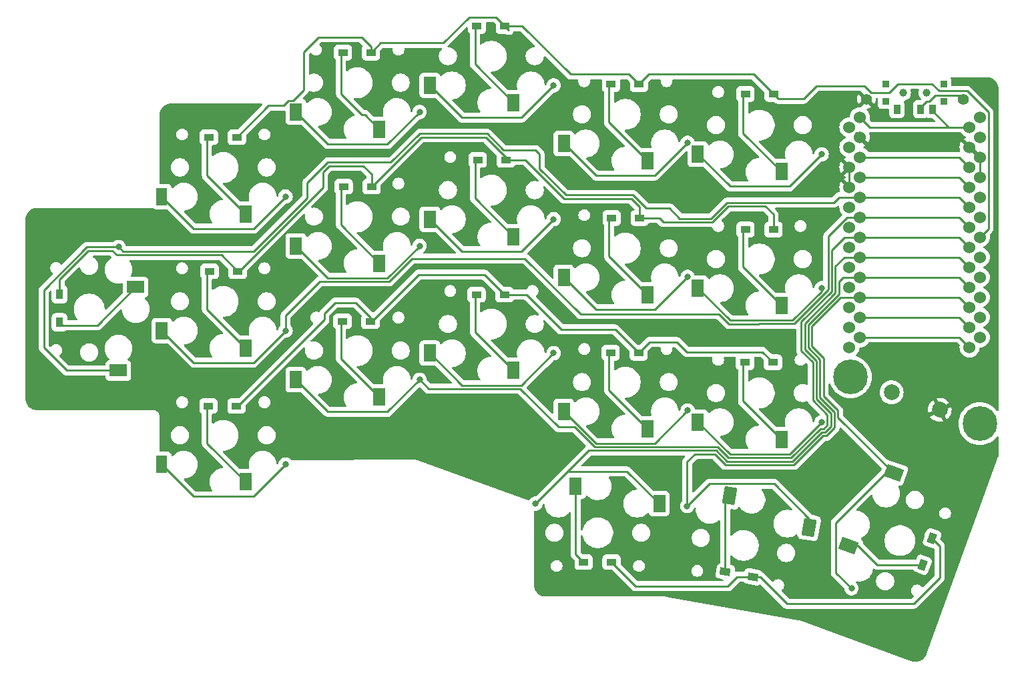
<source format=gbr>
G04 #@! TF.GenerationSoftware,KiCad,Pcbnew,8.0.2-1*
G04 #@! TF.CreationDate,2024-07-27T23:17:35+01:00*
G04 #@! TF.ProjectId,pcb__raven-split-38key__choc-hotswap-n!n,7063625f-5f72-4617-9665-6e2d73706c69,0.1*
G04 #@! TF.SameCoordinates,Original*
G04 #@! TF.FileFunction,Copper,L2,Bot*
G04 #@! TF.FilePolarity,Positive*
%FSLAX46Y46*%
G04 Gerber Fmt 4.6, Leading zero omitted, Abs format (unit mm)*
G04 Created by KiCad (PCBNEW 8.0.2-1) date 2024-07-27 23:17:35*
%MOMM*%
%LPD*%
G01*
G04 APERTURE LIST*
G04 Aperture macros list*
%AMRotRect*
0 Rectangle, with rotation*
0 The origin of the aperture is its center*
0 $1 length*
0 $2 width*
0 $3 Rotation angle, in degrees counterclockwise*
0 Add horizontal line*
21,1,$1,$2,0,0,$3*%
G04 Aperture macros list end*
G04 #@! TA.AperFunction,SMDPad,CuDef*
%ADD10R,1.300000X0.950000*%
G04 #@! TD*
G04 #@! TA.AperFunction,SMDPad,CuDef*
%ADD11R,0.950000X1.300000*%
G04 #@! TD*
G04 #@! TA.AperFunction,SMDPad,CuDef*
%ADD12RotRect,1.300000X0.950000X170.000000*%
G04 #@! TD*
G04 #@! TA.AperFunction,SMDPad,CuDef*
%ADD13RotRect,1.300000X0.950000X250.000000*%
G04 #@! TD*
G04 #@! TA.AperFunction,SMDPad,CuDef*
%ADD14R,1.400000X2.200000*%
G04 #@! TD*
G04 #@! TA.AperFunction,SMDPad,CuDef*
%ADD15R,1.600000X2.200000*%
G04 #@! TD*
G04 #@! TA.AperFunction,SMDPad,CuDef*
%ADD16R,2.200000X1.600000*%
G04 #@! TD*
G04 #@! TA.AperFunction,SMDPad,CuDef*
%ADD17RotRect,1.600000X2.200000X350.000000*%
G04 #@! TD*
G04 #@! TA.AperFunction,ComponentPad*
%ADD18C,1.524000*%
G04 #@! TD*
G04 #@! TA.AperFunction,ComponentPad*
%ADD19C,2.000000*%
G04 #@! TD*
G04 #@! TA.AperFunction,SMDPad,CuDef*
%ADD20RotRect,1.600000X2.200000X70.000000*%
G04 #@! TD*
G04 #@! TA.AperFunction,WasherPad*
%ADD21C,1.000000*%
G04 #@! TD*
G04 #@! TA.AperFunction,ComponentPad*
%ADD22C,4.400000*%
G04 #@! TD*
G04 #@! TA.AperFunction,ComponentPad*
%ADD23C,1.397000*%
G04 #@! TD*
G04 #@! TA.AperFunction,SMDPad,CuDef*
%ADD24R,0.900000X0.900000*%
G04 #@! TD*
G04 #@! TA.AperFunction,SMDPad,CuDef*
%ADD25R,0.900000X1.250000*%
G04 #@! TD*
G04 #@! TA.AperFunction,ViaPad*
%ADD26C,0.800000*%
G04 #@! TD*
G04 #@! TA.AperFunction,Conductor*
%ADD27C,0.250000*%
G04 #@! TD*
G04 APERTURE END LIST*
D10*
X67395700Y-63015700D03*
X63845700Y-63015700D03*
X84395700Y-52265700D03*
X80845700Y-52265700D03*
X101395700Y-48890700D03*
X97845700Y-48890700D03*
X118395700Y-56265700D03*
X114845700Y-56265700D03*
X135445700Y-57515700D03*
X131895700Y-57515700D03*
D11*
X44895700Y-82940700D03*
X44895700Y-86490700D03*
D10*
X67495700Y-80015700D03*
X63945700Y-80015700D03*
X84495700Y-69265700D03*
X80945700Y-69265700D03*
X101495700Y-65890700D03*
X97945700Y-65890700D03*
X118495700Y-73265700D03*
X114945700Y-73265700D03*
X135445700Y-74715700D03*
X131895700Y-74715700D03*
X67345700Y-97115700D03*
X63795700Y-97115700D03*
X84345700Y-86365700D03*
X80795700Y-86365700D03*
X101345700Y-82990700D03*
X97795700Y-82990700D03*
X118345700Y-90365700D03*
X114795700Y-90365700D03*
X135395700Y-91565700D03*
X131845700Y-91565700D03*
X114920700Y-116940700D03*
X111370700Y-116940700D03*
D12*
X132839234Y-118794526D03*
X129343166Y-118178074D03*
D13*
X155576886Y-113925746D03*
X154362714Y-117261654D03*
D14*
X57870700Y-70540700D03*
D15*
X68470700Y-72740700D03*
X74870700Y-59790700D03*
X85470700Y-61990700D03*
X91870700Y-56415700D03*
X102470700Y-58615700D03*
X108870700Y-63790700D03*
X119470700Y-65990700D03*
X125870700Y-65165700D03*
X136470700Y-67365700D03*
D16*
X52370700Y-92615700D03*
X54570700Y-82015700D03*
D15*
X57870700Y-87540700D03*
X68470700Y-89740700D03*
X74870700Y-76790700D03*
X85470700Y-78990700D03*
X91870700Y-73415700D03*
X102470700Y-75615700D03*
X108870700Y-80790700D03*
X119470700Y-82990700D03*
X125870700Y-82165700D03*
X136470700Y-84365700D03*
D14*
X57870700Y-104540700D03*
D15*
X68470700Y-106740700D03*
X74870700Y-93790700D03*
X85470700Y-95990700D03*
X91870700Y-90415700D03*
X102470700Y-92615700D03*
X108870700Y-97790700D03*
X119470700Y-99990700D03*
X125870700Y-99165700D03*
X136470700Y-101365700D03*
X120970700Y-109515700D03*
X110370700Y-107315700D03*
D17*
X139973099Y-112534467D03*
X129916163Y-108527219D03*
D18*
X161627100Y-60462700D03*
X145080700Y-61732700D03*
X145080700Y-64272700D03*
X161627100Y-63002700D03*
X145080700Y-66812700D03*
X161627100Y-65542700D03*
X145080700Y-69352700D03*
X161627100Y-68082700D03*
X161627100Y-70622700D03*
X145080700Y-71892700D03*
X161627100Y-73162700D03*
X145080700Y-74432700D03*
X145080700Y-76972700D03*
X161627100Y-75702700D03*
X145080700Y-79512700D03*
X161627100Y-78242700D03*
X161627100Y-80782700D03*
X145080700Y-82052700D03*
X161627100Y-83322700D03*
X145080700Y-84592700D03*
X145080700Y-87132700D03*
X161627100Y-85862700D03*
X145080700Y-89672700D03*
X161627100Y-88402700D03*
X160320700Y-89672700D03*
X146407100Y-88402700D03*
X146407100Y-85862700D03*
X160320700Y-87132700D03*
X160320700Y-84592700D03*
X146407100Y-83322700D03*
X146407100Y-80782700D03*
X160320700Y-82052700D03*
X160320700Y-79512700D03*
X146407100Y-78242700D03*
X160320700Y-76972700D03*
X146407100Y-75702700D03*
X160320700Y-74432700D03*
X146407100Y-73162700D03*
X146407100Y-70622700D03*
X160320700Y-71892700D03*
X160320700Y-69352700D03*
X146407100Y-68082700D03*
X160320700Y-66812700D03*
X146407100Y-65542700D03*
X160320700Y-64272700D03*
X146407100Y-63002700D03*
X160320700Y-61732700D03*
X146407100Y-60462700D03*
D19*
X150441699Y-95379135D03*
X156549701Y-97602265D03*
D20*
X150690894Y-105604923D03*
X144998157Y-114813220D03*
D21*
X151870700Y-57365700D03*
X154870700Y-57365700D03*
D22*
X161620700Y-99365700D03*
D23*
X147245700Y-58165700D03*
X159495700Y-58165700D03*
D22*
X145220700Y-93415700D03*
D24*
X157070700Y-58465700D03*
X149670700Y-56265700D03*
X157070700Y-56265700D03*
X149670700Y-58465700D03*
D25*
X151120700Y-59440700D03*
X154120700Y-59440700D03*
X155620700Y-59440700D03*
D26*
X67395700Y-63015700D03*
X135440000Y-57510000D03*
X101402500Y-48897500D03*
X118395700Y-56265700D03*
X84395700Y-52265700D03*
X135440000Y-74710000D03*
X118495700Y-73265700D03*
X84495700Y-69265700D03*
X44895700Y-82940700D03*
X67495700Y-80015700D03*
X101495700Y-65890700D03*
X63845700Y-63015700D03*
X118345700Y-90365700D03*
X101345700Y-82990700D03*
X84334300Y-86365700D03*
X67345700Y-97115700D03*
X135395700Y-91565700D03*
X80845700Y-52265700D03*
X132839234Y-118794526D03*
X114920700Y-116940700D03*
X155576886Y-113925746D03*
X97845700Y-48890700D03*
X114845700Y-56265700D03*
X131895700Y-57515700D03*
X44895700Y-86490700D03*
X63930700Y-80030700D03*
X80945700Y-69265700D03*
X97945700Y-65890700D03*
X114945700Y-73265700D03*
X131895700Y-74715700D03*
X63795700Y-97115700D03*
X80795700Y-86365700D03*
X97743200Y-83043200D03*
X114795700Y-90365700D03*
X131845700Y-91565700D03*
X111370700Y-116940700D03*
X129343166Y-118178074D03*
X154362714Y-117261654D03*
X52400000Y-76950000D03*
X73570700Y-104540700D03*
X73570700Y-87540700D03*
X73570700Y-70540700D03*
X90570700Y-59790700D03*
X90570700Y-76790700D03*
X90570700Y-93790700D03*
X107570700Y-73415700D03*
X105270700Y-109515700D03*
X107570700Y-90415700D03*
X107570700Y-56415700D03*
X124570700Y-80729300D03*
X124550000Y-63700000D03*
X124570700Y-97679300D03*
X124511617Y-109808191D03*
X145355380Y-120264128D03*
X141570700Y-82165700D03*
X141570700Y-99165700D03*
X141570700Y-65165700D03*
D27*
X162714100Y-59814100D02*
X160042200Y-57142200D01*
X103597500Y-48897500D02*
X101402500Y-48897500D01*
X71411400Y-59000000D02*
X73300000Y-59000000D01*
X162714100Y-74615700D02*
X162714100Y-59814100D01*
X132945699Y-55015699D02*
X135440000Y-57510000D01*
X117145699Y-55015699D02*
X109715699Y-55015699D01*
X83225000Y-50325000D02*
X84395700Y-51495700D01*
X73950000Y-58350000D02*
X74550000Y-58350000D01*
X77778961Y-50325000D02*
X83225000Y-50325000D01*
X160042200Y-57142200D02*
X156442200Y-57142200D01*
X75895699Y-57004301D02*
X75895699Y-52208262D01*
X74550000Y-58350000D02*
X75895699Y-57004301D01*
X155550000Y-56250000D02*
X156442200Y-57142200D01*
X136070701Y-58140701D02*
X139259299Y-58140701D01*
X96850000Y-47750000D02*
X100255000Y-47750000D01*
X147027448Y-56500000D02*
X147877448Y-57350000D01*
X101395700Y-48890700D02*
X101402500Y-48897500D01*
X139259299Y-58140701D02*
X140900000Y-56500000D01*
X101402500Y-48897500D02*
X101895701Y-49390701D01*
X100255000Y-47750000D02*
X101395700Y-48890700D01*
X67395700Y-63015700D02*
X71411400Y-59000000D01*
X73300000Y-59000000D02*
X73950000Y-58350000D01*
X147877448Y-57350000D02*
X150136400Y-57350000D01*
X150136400Y-57350000D02*
X151236400Y-56250000D01*
X93584301Y-51015699D02*
X96850000Y-47750000D01*
X85645701Y-51015699D02*
X93584301Y-51015699D01*
X140900000Y-56500000D02*
X147027448Y-56500000D01*
X135445700Y-57515700D02*
X136070701Y-58140701D01*
X151236400Y-56250000D02*
X155550000Y-56250000D01*
X84395700Y-52265700D02*
X85645701Y-51015699D01*
X84395700Y-51495700D02*
X84395700Y-52265700D01*
X161627100Y-75702700D02*
X162714100Y-74615700D01*
X75895699Y-52208262D02*
X77778961Y-50325000D01*
X118395700Y-56265700D02*
X119645701Y-55015699D01*
X135440000Y-57510000D02*
X135445700Y-57515700D01*
X109715699Y-55015699D02*
X103597500Y-48897500D01*
X118395700Y-56265700D02*
X117145699Y-55015699D01*
X119645701Y-55015699D02*
X132945699Y-55015699D01*
X135440000Y-74710000D02*
X135445700Y-74715700D01*
X48540235Y-77400000D02*
X44895700Y-81044535D01*
X78325701Y-69360699D02*
X78325701Y-67414656D01*
X118495700Y-71845700D02*
X117450000Y-70800000D01*
X108937561Y-70800000D02*
X104028261Y-65890700D01*
X118495700Y-73265700D02*
X118495700Y-71845700D01*
X90761400Y-63000000D02*
X98950000Y-63000000D01*
X121484299Y-73765701D02*
X127713260Y-73765701D01*
X134400000Y-71750000D02*
X135445700Y-72795700D01*
X117450000Y-70800000D02*
X108937561Y-70800000D01*
X120984298Y-73265700D02*
X121484299Y-73765701D01*
X84495700Y-69265700D02*
X90761400Y-63000000D01*
X52140699Y-77940699D02*
X51600000Y-77400000D01*
X65420699Y-77940699D02*
X52140699Y-77940699D01*
X67495700Y-80015700D02*
X65420699Y-77940699D01*
X51600000Y-77400000D02*
X48540235Y-77400000D01*
X83450000Y-66650000D02*
X84495700Y-67695700D01*
X127713260Y-73765701D02*
X129728961Y-71750000D01*
X67495700Y-80015700D02*
X67670700Y-80015700D01*
X67670700Y-80015700D02*
X78325701Y-69360699D01*
X129728961Y-71750000D02*
X134400000Y-71750000D01*
X84495700Y-67695700D02*
X84495700Y-69265700D01*
X78325701Y-67414656D02*
X79090357Y-66650000D01*
X98950000Y-63000000D02*
X101495700Y-65545700D01*
X101495700Y-65545700D02*
X101495700Y-65890700D01*
X118495700Y-73265700D02*
X120984298Y-73265700D01*
X135445700Y-72795700D02*
X135445700Y-74715700D01*
X104028261Y-65890700D02*
X101495700Y-65890700D01*
X44895700Y-81044535D02*
X44895700Y-82940700D01*
X79090357Y-66650000D02*
X83450000Y-66650000D01*
X63595699Y-63265701D02*
X63595699Y-67865699D01*
X63845700Y-63015700D02*
X63595699Y-63265701D01*
X63595699Y-67865699D02*
X68470700Y-72740700D01*
X79850000Y-84000000D02*
X82500000Y-84000000D01*
X101345700Y-82990700D02*
X104128261Y-82990700D01*
X84345700Y-85845700D02*
X84345700Y-86365700D01*
X90436400Y-80450000D02*
X84520700Y-86365700D01*
X119695701Y-89015699D02*
X123215699Y-89015699D01*
X67520700Y-97115700D02*
X78493200Y-86143200D01*
X82500000Y-84000000D02*
X84345700Y-85845700D01*
X84334300Y-86365700D02*
X84345700Y-86365700D01*
X124450000Y-90250000D02*
X134080000Y-90250000D01*
X118345700Y-90365700D02*
X119695701Y-89015699D01*
X115380000Y-87400000D02*
X118345700Y-90365700D01*
X78493200Y-86143200D02*
X78493200Y-85356800D01*
X123215699Y-89015699D02*
X124450000Y-90250000D01*
X78493200Y-85356800D02*
X79850000Y-84000000D01*
X104128261Y-82990700D02*
X108537560Y-87400000D01*
X108537560Y-87400000D02*
X115380000Y-87400000D01*
X67345700Y-97115700D02*
X67520700Y-97115700D01*
X101345700Y-82990700D02*
X98805000Y-80450000D01*
X134080000Y-90250000D02*
X135395700Y-91565700D01*
X84520700Y-86365700D02*
X84345700Y-86365700D01*
X98805000Y-80450000D02*
X90436400Y-80450000D01*
X83630000Y-60150000D02*
X85470700Y-61990700D01*
X80595699Y-52515701D02*
X80595699Y-57495699D01*
X80595699Y-57495699D02*
X83250000Y-60150000D01*
X83250000Y-60150000D02*
X83630000Y-60150000D01*
X80845700Y-52265700D02*
X80595699Y-52515701D01*
X153220242Y-122220242D02*
X156550000Y-118890483D01*
X132839234Y-118794526D02*
X133751125Y-118794526D01*
X156550000Y-118890483D02*
X156550000Y-114898860D01*
X137176841Y-122220242D02*
X153220242Y-122220242D01*
X156550000Y-114898860D02*
X155576886Y-113925746D01*
X117980000Y-120000000D02*
X129650000Y-120000000D01*
X129650000Y-120000000D02*
X130855474Y-118794526D01*
X133751125Y-118794526D02*
X137176841Y-122220242D01*
X155224701Y-113573561D02*
X155576886Y-113925746D01*
X130855474Y-118794526D02*
X132839234Y-118794526D01*
X114920700Y-116940700D02*
X117980000Y-120000000D01*
X97845700Y-48890700D02*
X97595699Y-49140701D01*
X97595699Y-53740699D02*
X102470700Y-58615700D01*
X97595699Y-49140701D02*
X97595699Y-53740699D01*
X114845700Y-56265700D02*
X114595699Y-56515701D01*
X114595699Y-56515701D02*
X114595699Y-61115699D01*
X114595699Y-61115699D02*
X119470700Y-65990700D01*
X131895700Y-57515700D02*
X131595699Y-57815701D01*
X131595699Y-62490699D02*
X136470700Y-67365700D01*
X131595699Y-57815701D02*
X131595699Y-62490699D01*
X45295701Y-86890701D02*
X49695699Y-86890701D01*
X49695699Y-86890701D02*
X54570700Y-82015700D01*
X44895700Y-86490700D02*
X45295701Y-86890701D01*
X63945700Y-80015700D02*
X63595699Y-80365701D01*
X63595699Y-84865699D02*
X68470700Y-89740700D01*
X63595699Y-80365701D02*
X63595699Y-84865699D01*
X80945700Y-69265700D02*
X80595699Y-69615701D01*
X80595699Y-69615701D02*
X80595699Y-74115699D01*
X80595699Y-74115699D02*
X85470700Y-78990700D01*
X97595699Y-70740699D02*
X102470700Y-75615700D01*
X97945700Y-65890700D02*
X97595699Y-66240701D01*
X97595699Y-66240701D02*
X97595699Y-70740699D01*
X114945700Y-73265700D02*
X114595699Y-73615701D01*
X114595699Y-73615701D02*
X114595699Y-78115699D01*
X114595699Y-78115699D02*
X119470700Y-82990700D01*
X131595699Y-75015701D02*
X131595699Y-79490699D01*
X131895700Y-74715700D02*
X131595699Y-75015701D01*
X131595699Y-79490699D02*
X136470700Y-84365700D01*
X63795700Y-97115700D02*
X63595699Y-97315701D01*
X63595699Y-101865699D02*
X68470700Y-106740700D01*
X63595699Y-97315701D02*
X63595699Y-101865699D01*
X80595699Y-91115699D02*
X85470700Y-95990700D01*
X80795700Y-86365700D02*
X80595699Y-86565701D01*
X80595699Y-86565701D02*
X80595699Y-91115699D01*
X97795700Y-82990700D02*
X97595699Y-83190701D01*
X97595699Y-87740699D02*
X102470700Y-92615700D01*
X97595699Y-83190701D02*
X97595699Y-87740699D01*
X114795700Y-90365700D02*
X114595699Y-90565701D01*
X114595699Y-95115699D02*
X119470700Y-99990700D01*
X114595699Y-90565701D02*
X114595699Y-95115699D01*
X131845700Y-91565700D02*
X131595699Y-91815701D01*
X131595699Y-96490699D02*
X136470700Y-101365700D01*
X131595699Y-91815701D02*
X131595699Y-96490699D01*
X110370700Y-115940700D02*
X111370700Y-116940700D01*
X110370700Y-107315700D02*
X110370700Y-115940700D01*
X129916163Y-108527219D02*
X129343166Y-109100216D01*
X129343166Y-109100216D02*
X129343166Y-118178074D01*
X144998157Y-114813220D02*
X146168753Y-114813220D01*
X148617187Y-117261654D02*
X154362714Y-117261654D01*
X146168753Y-114813220D02*
X148617187Y-117261654D01*
X146407100Y-63002700D02*
X145877525Y-62473125D01*
X160357100Y-64272700D02*
X161627100Y-65542700D01*
X161627100Y-65542700D02*
X161627100Y-68082700D01*
X160320700Y-64272700D02*
X160357100Y-64272700D01*
X145080700Y-69352700D02*
X145080700Y-66812700D01*
X159050700Y-68082700D02*
X160320700Y-69352700D01*
X146407100Y-68082700D02*
X159050700Y-68082700D01*
X129542565Y-71300000D02*
X143100000Y-71300000D01*
X90575004Y-62550000D02*
X99136396Y-62550000D01*
X78903961Y-66200000D02*
X86925004Y-66200000D01*
X143777300Y-70622700D02*
X146407100Y-70622700D01*
X105253138Y-64640699D02*
X105765701Y-65153262D01*
X76325002Y-70725002D02*
X76325002Y-68778959D01*
X159050700Y-70622700D02*
X160320700Y-71892700D01*
X105765701Y-66991744D02*
X109123957Y-70350000D01*
X101227095Y-64640699D02*
X105253138Y-64640699D01*
X69559305Y-77490699D02*
X76325002Y-70725002D01*
X127526864Y-73315701D02*
X129542565Y-71300000D01*
X52940699Y-77490699D02*
X69559305Y-77490699D01*
X146407100Y-70622700D02*
X159050700Y-70622700D01*
X48353839Y-76950000D02*
X52400000Y-76950000D01*
X105765701Y-65153262D02*
X105765701Y-66991744D01*
X99136396Y-62550000D02*
X101227095Y-64640699D01*
X123553140Y-73315701D02*
X127526864Y-73315701D01*
X45813261Y-92615700D02*
X42900000Y-89702439D01*
X42900000Y-89702439D02*
X42900000Y-82403839D01*
X52400000Y-76950000D02*
X52940699Y-77490699D01*
X42900000Y-82403839D02*
X48353839Y-76950000D01*
X52370700Y-92615700D02*
X45813261Y-92615700D01*
X117636396Y-70350000D02*
X119302095Y-72015699D01*
X76325002Y-68778959D02*
X78903961Y-66200000D01*
X86925004Y-66200000D02*
X90575004Y-62550000D01*
X109123957Y-70350000D02*
X117636396Y-70350000D01*
X119302095Y-72015699D02*
X122253138Y-72015699D01*
X122253138Y-72015699D02*
X123553140Y-73315701D01*
X143100000Y-71300000D02*
X143777300Y-70622700D01*
X142400000Y-82361705D02*
X142400000Y-75576149D01*
X129768604Y-86700000D02*
X133600000Y-86700000D01*
X133609299Y-86690701D02*
X138071004Y-86690701D01*
X89597796Y-78400000D02*
X103930000Y-78400000D01*
X86682095Y-81315701D02*
X89597796Y-78400000D01*
X61945701Y-91615701D02*
X69495699Y-91615701D01*
X103930000Y-78400000D02*
X110980000Y-85450000D01*
X57870700Y-70540700D02*
X61945701Y-74615701D01*
X146407100Y-73162700D02*
X159050700Y-73162700D01*
X77884299Y-81315701D02*
X86682095Y-81315701D01*
X159050700Y-73162700D02*
X160320700Y-74432700D01*
X57870700Y-104540700D02*
X61945701Y-108615701D01*
X138071004Y-86690701D02*
X142400000Y-82361705D01*
X61945701Y-108615701D02*
X69495699Y-108615701D01*
X144813449Y-73162700D02*
X146407100Y-73162700D01*
X57870700Y-87540700D02*
X61945701Y-91615701D01*
X69495699Y-108615701D02*
X73570700Y-104540700D01*
X69495699Y-91615701D02*
X73570700Y-87540700D01*
X73570700Y-87540700D02*
X73570700Y-85629300D01*
X69495699Y-74615701D02*
X73570700Y-70540700D01*
X133600000Y-86700000D02*
X133609299Y-86690701D01*
X128518604Y-85450000D02*
X129768604Y-86700000D01*
X61945701Y-74615701D02*
X69495699Y-74615701D01*
X110980000Y-85450000D02*
X128518604Y-85450000D01*
X142400000Y-75576149D02*
X144813449Y-73162700D01*
X73570700Y-85629300D02*
X77884299Y-81315701D01*
X86495699Y-97865701D02*
X90570700Y-93790700D01*
X138974050Y-86424051D02*
X138974050Y-90111611D01*
X142850000Y-82548101D02*
X138974050Y-86424051D01*
X103340701Y-94940701D02*
X91720701Y-94940701D01*
X86495699Y-80865701D02*
X90570700Y-76790700D01*
X146407100Y-75702700D02*
X159050700Y-75702700D01*
X86495699Y-63865701D02*
X90570700Y-59790700D01*
X74870700Y-59790700D02*
X78945701Y-63865701D01*
X140445701Y-96395701D02*
X142295700Y-98245700D01*
X74870700Y-76790700D02*
X78945701Y-80865701D01*
X142295700Y-99504300D02*
X141800000Y-100000000D01*
X128384305Y-102315701D02*
X112759305Y-102315701D01*
X137682095Y-103690701D02*
X129759305Y-103690701D01*
X110243604Y-99800000D02*
X108200000Y-99800000D01*
X108200000Y-99800000D02*
X103340701Y-94940701D01*
X144497300Y-75702700D02*
X146407100Y-75702700D01*
X142850000Y-77350000D02*
X144497300Y-75702700D01*
X78945701Y-80865701D02*
X86495699Y-80865701D01*
X112759305Y-102315701D02*
X110243604Y-99800000D01*
X78945701Y-63865701D02*
X86495699Y-63865701D01*
X74870700Y-93790700D02*
X78945701Y-97865701D01*
X78945701Y-97865701D02*
X86495699Y-97865701D01*
X141372796Y-100000000D02*
X137682095Y-103690701D01*
X140445701Y-91583262D02*
X140445701Y-96395701D01*
X142850000Y-82548101D02*
X142850000Y-77350000D01*
X142295700Y-98245700D02*
X142295700Y-99504300D01*
X138974050Y-90111611D02*
X140445701Y-91583262D01*
X159050700Y-75702700D02*
X160320700Y-76972700D01*
X91720701Y-94940701D02*
X90570700Y-93790700D01*
X129759305Y-103690701D02*
X128384305Y-102315701D01*
X141800000Y-100000000D02*
X141372796Y-100000000D01*
X139424050Y-89925215D02*
X139424050Y-86610447D01*
X95945701Y-60490701D02*
X103495699Y-60490701D01*
X128197909Y-102765701D02*
X129572909Y-104140701D01*
X95945701Y-94490701D02*
X103495699Y-94490701D01*
X103495699Y-60490701D02*
X107570700Y-56415700D01*
X137868491Y-104140701D02*
X141559192Y-100450000D01*
X116895699Y-105440699D02*
X120970700Y-109515700D01*
X91870700Y-73415700D02*
X95945701Y-77490701D01*
X95945701Y-77490701D02*
X103495699Y-77490701D01*
X91870700Y-90415700D02*
X95945701Y-94490701D01*
X141559192Y-100450000D02*
X141986396Y-100450000D01*
X142745700Y-98059304D02*
X140895701Y-96209305D01*
X159050700Y-78242700D02*
X160320700Y-79512700D01*
X91870700Y-56415700D02*
X95945701Y-60490701D01*
X140895701Y-91396866D02*
X139424050Y-89925215D01*
X144457300Y-78242700D02*
X146407100Y-78242700D01*
X109345701Y-105440699D02*
X116895699Y-105440699D01*
X143300000Y-79400000D02*
X144457300Y-78242700D01*
X103495699Y-94490701D02*
X107570700Y-90415700D01*
X129572909Y-104140701D02*
X137868491Y-104140701D01*
X141986396Y-100450000D02*
X142745700Y-99690696D01*
X140895701Y-96209305D02*
X140895701Y-91396866D01*
X103495699Y-77490701D02*
X107570700Y-73415700D01*
X105270700Y-109515700D02*
X109345701Y-105440699D01*
X139424050Y-86610447D02*
X143300000Y-82734497D01*
X105270700Y-109515700D02*
X112020699Y-102765701D01*
X146407100Y-78242700D02*
X159050700Y-78242700D01*
X142745700Y-99690696D02*
X142745700Y-98059304D01*
X143300000Y-82734497D02*
X143300000Y-79400000D01*
X112020699Y-102765701D02*
X128197909Y-102765701D01*
X139874050Y-86796843D02*
X139874050Y-89738819D01*
X108870700Y-97790700D02*
X112945701Y-101865701D01*
X129386513Y-104590701D02*
X128011513Y-103215701D01*
X146407100Y-80782700D02*
X159050700Y-80782700D01*
X128011513Y-103215701D02*
X125500000Y-103215701D01*
X143750000Y-81350000D02*
X143750000Y-82920893D01*
X141345701Y-91210470D02*
X141345701Y-96022909D01*
X138054887Y-104590701D02*
X129386513Y-104590701D01*
X135535613Y-106980012D02*
X139973099Y-111417498D01*
X142172792Y-100900000D02*
X143195700Y-99877092D01*
X120434299Y-84865701D02*
X124570700Y-80729300D01*
X108870700Y-63790700D02*
X112945701Y-67865701D01*
X125500000Y-103215701D02*
X124511617Y-104204084D01*
X144317300Y-80782700D02*
X143750000Y-81350000D01*
X112945701Y-84865701D02*
X120434299Y-84865701D01*
X112945701Y-67865701D02*
X120384299Y-67865701D01*
X141745588Y-100900000D02*
X138054887Y-104590701D01*
X120384299Y-101865701D02*
X124570700Y-97679300D01*
X143750000Y-82920893D02*
X139874050Y-86796843D01*
X108870700Y-80790700D02*
X112945701Y-84865701D01*
X127339796Y-106980012D02*
X135535613Y-106980012D01*
X120384299Y-67865701D02*
X124550000Y-63700000D01*
X141345701Y-96022909D02*
X143195700Y-97872908D01*
X139874050Y-89738819D02*
X141345701Y-91210470D01*
X124511617Y-104204084D02*
X124511617Y-109808191D01*
X124511617Y-109808191D02*
X127339796Y-106980012D01*
X139973099Y-111417498D02*
X139973099Y-112534467D01*
X146407100Y-80782700D02*
X144317300Y-80782700D01*
X141745588Y-100900000D02*
X142172792Y-100900000D01*
X143195700Y-97872908D02*
X143195700Y-99877092D01*
X112945701Y-101865701D02*
X120384299Y-101865701D01*
X159050700Y-80782700D02*
X160320700Y-82052700D01*
X143984589Y-83322700D02*
X140324050Y-86983239D01*
X146407100Y-83322700D02*
X143984589Y-83322700D01*
X141570700Y-82554609D02*
X141570700Y-82165700D01*
X145355380Y-120264128D02*
X143365879Y-118274627D01*
X159050700Y-83322700D02*
X160320700Y-84592700D01*
X141795701Y-95836513D02*
X143645700Y-97686512D01*
X140324050Y-89552423D02*
X141795701Y-91024074D01*
X129945701Y-86240701D02*
X137884608Y-86240701D01*
X129945701Y-69240701D02*
X137495699Y-69240701D01*
X143365879Y-111951769D02*
X149712725Y-105604923D01*
X140324050Y-86983239D02*
X140324050Y-89552423D01*
X149712725Y-105604923D02*
X150690894Y-105604923D01*
X137884608Y-86240701D02*
X141570700Y-82554609D01*
X125870700Y-82165700D02*
X129945701Y-86240701D01*
X143645700Y-97686512D02*
X143645700Y-98559729D01*
X125870700Y-99165700D02*
X129945701Y-103240701D01*
X141795701Y-91024074D02*
X141795701Y-95836513D01*
X137495699Y-103240701D02*
X141570700Y-99165700D01*
X129945701Y-103240701D02*
X137495699Y-103240701D01*
X146407100Y-83322700D02*
X159050700Y-83322700D01*
X137495699Y-69240701D02*
X141570700Y-65165700D01*
X143365879Y-118274627D02*
X143365879Y-111951769D01*
X125870700Y-65165700D02*
X129945701Y-69240701D01*
X143645700Y-98559729D02*
X150690894Y-105604923D01*
X159050700Y-65542700D02*
X160320700Y-66812700D01*
X146407100Y-65542700D02*
X159050700Y-65542700D01*
X159050700Y-85862700D02*
X160320700Y-87132700D01*
X146407100Y-85862700D02*
X159050700Y-85862700D01*
X146407100Y-88402700D02*
X159050700Y-88402700D01*
X159050700Y-88402700D02*
X160320700Y-89672700D01*
X160320700Y-61732700D02*
X147677100Y-61732700D01*
X147677100Y-61732700D02*
X146407100Y-60462700D01*
X155620700Y-59440700D02*
X155620700Y-59665700D01*
X155620700Y-59665700D02*
X157687700Y-61732700D01*
X157687700Y-61732700D02*
X160320700Y-61732700D01*
X154845700Y-58490700D02*
X154120700Y-59215700D01*
X154120700Y-59440700D02*
X154120700Y-59615700D01*
X155209300Y-58490700D02*
X154845700Y-58490700D01*
X159495700Y-58165700D02*
X159020700Y-57690700D01*
X159020700Y-57690700D02*
X156009300Y-57690700D01*
X156009300Y-57690700D02*
X155209300Y-58490700D01*
X154120700Y-59215700D02*
X154120700Y-59440700D01*
G04 #@! TA.AperFunction,Conductor*
G36*
X162440597Y-55366201D02*
G01*
X162501990Y-55366200D01*
X162510978Y-55366521D01*
X162521680Y-55367286D01*
X162710911Y-55380818D01*
X162728682Y-55383373D01*
X162920157Y-55425025D01*
X162937385Y-55430084D01*
X163120965Y-55498555D01*
X163137315Y-55506021D01*
X163267481Y-55577097D01*
X163309272Y-55599916D01*
X163324395Y-55609635D01*
X163429882Y-55688600D01*
X163457623Y-55709367D01*
X163481247Y-55727051D01*
X163494834Y-55738825D01*
X163633368Y-55877359D01*
X163645141Y-55890944D01*
X163759827Y-56044145D01*
X163762558Y-56047792D01*
X163772278Y-56062917D01*
X163866172Y-56234872D01*
X163873640Y-56251224D01*
X163942112Y-56434803D01*
X163947173Y-56452041D01*
X163988821Y-56643494D01*
X163991379Y-56661283D01*
X164005662Y-56860995D01*
X164005983Y-56870021D01*
X163993547Y-97637528D01*
X163973524Y-97705643D01*
X163919854Y-97752120D01*
X163849577Y-97762202D01*
X163785006Y-97732689D01*
X163768362Y-97715197D01*
X163689715Y-97614812D01*
X163651747Y-97566349D01*
X163651745Y-97566347D01*
X163651740Y-97566341D01*
X163420058Y-97334659D01*
X163420052Y-97334654D01*
X163397070Y-97316649D01*
X163162116Y-97132574D01*
X163162115Y-97132573D01*
X163162112Y-97132571D01*
X162881703Y-96963056D01*
X162582907Y-96828580D01*
X162270070Y-96731096D01*
X161947770Y-96672033D01*
X161947767Y-96672032D01*
X161620701Y-96652249D01*
X161620699Y-96652249D01*
X161293632Y-96672032D01*
X161293629Y-96672033D01*
X160971329Y-96731096D01*
X160658492Y-96828580D01*
X160359696Y-96963056D01*
X160079287Y-97132571D01*
X159821347Y-97334654D01*
X159821341Y-97334659D01*
X159589659Y-97566341D01*
X159589654Y-97566347D01*
X159387571Y-97824287D01*
X159218056Y-98104696D01*
X159083580Y-98403492D01*
X158986096Y-98716329D01*
X158927033Y-99038629D01*
X158927032Y-99038632D01*
X158907249Y-99365698D01*
X158907249Y-99365701D01*
X158927032Y-99692767D01*
X158927033Y-99692770D01*
X158986096Y-100015070D01*
X159083580Y-100327907D01*
X159218056Y-100626703D01*
X159387571Y-100907112D01*
X159387573Y-100907115D01*
X159387574Y-100907116D01*
X159560690Y-101128083D01*
X159589654Y-101165052D01*
X159589659Y-101165058D01*
X159821341Y-101396740D01*
X159821347Y-101396745D01*
X159821349Y-101396747D01*
X160079284Y-101598826D01*
X160079287Y-101598828D01*
X160359696Y-101768343D01*
X160658492Y-101902819D01*
X160658493Y-101902819D01*
X160658497Y-101902821D01*
X160971329Y-102000303D01*
X161293630Y-102059367D01*
X161511676Y-102072556D01*
X161620699Y-102079151D01*
X161620700Y-102079151D01*
X161620701Y-102079151D01*
X161702467Y-102074205D01*
X161947770Y-102059367D01*
X162270071Y-102000303D01*
X162582903Y-101902821D01*
X162738897Y-101832614D01*
X162881703Y-101768343D01*
X163146042Y-101608543D01*
X163162116Y-101598826D01*
X163420051Y-101396747D01*
X163651747Y-101165051D01*
X163767309Y-101017546D01*
X163825063Y-100976261D01*
X163895973Y-100972752D01*
X163957523Y-101008138D01*
X163990171Y-101071182D01*
X163992492Y-101095293D01*
X163991762Y-103490953D01*
X163990097Y-103511328D01*
X163987683Y-103526025D01*
X163987514Y-103531354D01*
X163979925Y-103570581D01*
X163978089Y-103575603D01*
X163972631Y-103600078D01*
X163968033Y-103615801D01*
X154880966Y-128544475D01*
X154880701Y-128545080D01*
X154857063Y-128610043D01*
X154853687Y-128618382D01*
X154771891Y-128801354D01*
X154763401Y-128817202D01*
X154658802Y-128982860D01*
X154648142Y-128997340D01*
X154521028Y-129146423D01*
X154508417Y-129159237D01*
X154361374Y-129288714D01*
X154347067Y-129299603D01*
X154183100Y-129406828D01*
X154167388Y-129415569D01*
X153989829Y-129498365D01*
X153973033Y-129504782D01*
X153785489Y-129561465D01*
X153767951Y-129565425D01*
X153574255Y-129594836D01*
X153556332Y-129596260D01*
X153360425Y-129597803D01*
X153342483Y-129596662D01*
X153148340Y-129570305D01*
X153130741Y-129566621D01*
X152937649Y-129511565D01*
X152929100Y-129508794D01*
X152864356Y-129485221D01*
X152863935Y-129485098D01*
X138743075Y-124349886D01*
X138732702Y-124345581D01*
X138698341Y-124329490D01*
X138686836Y-124327442D01*
X138665865Y-124321808D01*
X138654884Y-124317815D01*
X138654882Y-124317814D01*
X138617085Y-124314517D01*
X138605954Y-124313044D01*
X121834837Y-121327648D01*
X121824312Y-121325306D01*
X121799401Y-121318632D01*
X121786592Y-121315200D01*
X121786591Y-121315200D01*
X121776027Y-121315200D01*
X121753946Y-121313250D01*
X121743542Y-121311398D01*
X121743537Y-121311398D01*
X121713455Y-121313980D01*
X121704635Y-121314738D01*
X121693859Y-121315200D01*
X106575201Y-121315200D01*
X106566212Y-121314879D01*
X106366290Y-121300580D01*
X106348496Y-121298022D01*
X106157048Y-121256375D01*
X106139798Y-121251310D01*
X105956226Y-121182841D01*
X105939874Y-121175373D01*
X105767916Y-121081477D01*
X105752792Y-121071757D01*
X105595947Y-120954344D01*
X105582361Y-120942571D01*
X105443828Y-120804038D01*
X105432055Y-120790452D01*
X105314642Y-120633607D01*
X105304922Y-120618483D01*
X105235897Y-120492073D01*
X105211025Y-120446523D01*
X105203558Y-120430173D01*
X105135089Y-120246601D01*
X105130024Y-120229351D01*
X105108585Y-120130797D01*
X105088375Y-120037893D01*
X105085820Y-120020119D01*
X105071521Y-119820187D01*
X105071200Y-119811199D01*
X105071200Y-117341782D01*
X107200200Y-117341782D01*
X107200200Y-117489618D01*
X107217211Y-117575137D01*
X107229042Y-117634613D01*
X107229043Y-117634616D01*
X107255320Y-117698053D01*
X107285616Y-117771195D01*
X107367749Y-117894116D01*
X107472284Y-117998651D01*
X107595205Y-118080784D01*
X107731787Y-118137358D01*
X107876782Y-118166200D01*
X107876787Y-118166200D01*
X108024613Y-118166200D01*
X108024618Y-118166200D01*
X108169613Y-118137358D01*
X108306195Y-118080784D01*
X108429116Y-117998651D01*
X108533651Y-117894116D01*
X108615784Y-117771195D01*
X108672358Y-117634613D01*
X108701200Y-117489618D01*
X108701200Y-117341782D01*
X108672358Y-117196787D01*
X108615784Y-117060205D01*
X108533651Y-116937284D01*
X108429116Y-116832749D01*
X108306195Y-116750616D01*
X108282801Y-116740926D01*
X108169616Y-116694043D01*
X108169613Y-116694042D01*
X108024618Y-116665200D01*
X107876782Y-116665200D01*
X107828777Y-116674749D01*
X107731786Y-116694042D01*
X107731783Y-116694043D01*
X107595204Y-116750616D01*
X107472288Y-116832746D01*
X107472281Y-116832751D01*
X107367751Y-116937281D01*
X107367746Y-116937288D01*
X107285616Y-117060204D01*
X107229043Y-117196783D01*
X107229042Y-117196786D01*
X107229042Y-117196787D01*
X107200200Y-117341782D01*
X105071200Y-117341782D01*
X105071200Y-113125154D01*
X106520200Y-113125154D01*
X106520200Y-113306246D01*
X106548529Y-113485109D01*
X106548530Y-113485112D01*
X106599831Y-113643005D01*
X106604489Y-113657339D01*
X106686704Y-113818694D01*
X106686706Y-113818697D01*
X106705099Y-113844013D01*
X106793147Y-113965201D01*
X106793149Y-113965203D01*
X106793151Y-113965206D01*
X106921193Y-114093248D01*
X106921196Y-114093250D01*
X106921199Y-114093253D01*
X107067706Y-114199696D01*
X107229061Y-114281911D01*
X107401291Y-114337871D01*
X107580154Y-114366200D01*
X107580157Y-114366200D01*
X107761243Y-114366200D01*
X107761246Y-114366200D01*
X107940109Y-114337871D01*
X108112339Y-114281911D01*
X108273694Y-114199696D01*
X108420201Y-114093253D01*
X108548253Y-113965201D01*
X108654696Y-113818694D01*
X108736911Y-113657339D01*
X108792871Y-113485109D01*
X108821200Y-113306246D01*
X108821200Y-113125154D01*
X108792871Y-112946291D01*
X108736911Y-112774061D01*
X108654696Y-112612706D01*
X108548253Y-112466199D01*
X108548250Y-112466196D01*
X108548248Y-112466193D01*
X108420206Y-112338151D01*
X108420203Y-112338149D01*
X108420201Y-112338147D01*
X108273694Y-112231704D01*
X108112339Y-112149489D01*
X108112336Y-112149488D01*
X108112334Y-112149487D01*
X107940112Y-112093530D01*
X107940109Y-112093529D01*
X107761246Y-112065200D01*
X107580154Y-112065200D01*
X107401291Y-112093529D01*
X107401288Y-112093529D01*
X107401287Y-112093530D01*
X107229065Y-112149487D01*
X107229059Y-112149490D01*
X107067702Y-112231706D01*
X106921196Y-112338149D01*
X106921193Y-112338151D01*
X106793151Y-112466193D01*
X106793149Y-112466196D01*
X106686706Y-112612702D01*
X106604490Y-112774059D01*
X106604487Y-112774065D01*
X106548530Y-112946287D01*
X106548529Y-112946291D01*
X106520200Y-113125154D01*
X105071200Y-113125154D01*
X105071200Y-110550200D01*
X105091202Y-110482079D01*
X105144858Y-110435586D01*
X105197200Y-110424200D01*
X105366187Y-110424200D01*
X105552988Y-110384494D01*
X105727452Y-110306818D01*
X105881953Y-110194566D01*
X105881955Y-110194564D01*
X106009734Y-110052651D01*
X106009735Y-110052649D01*
X106009740Y-110052644D01*
X106092535Y-109909239D01*
X106105225Y-109887260D01*
X106105225Y-109887259D01*
X106105227Y-109887256D01*
X106164242Y-109705628D01*
X106170987Y-109641450D01*
X106198000Y-109575794D01*
X106256221Y-109535163D01*
X106327166Y-109532460D01*
X106388310Y-109568541D01*
X106420241Y-109631952D01*
X106421219Y-109638174D01*
X106450150Y-109857930D01*
X106450151Y-109857936D01*
X106450152Y-109857938D01*
X106509542Y-110079587D01*
X106597356Y-110291588D01*
X106597357Y-110291589D01*
X106597362Y-110291600D01*
X106712086Y-110490308D01*
X106712091Y-110490315D01*
X106851773Y-110672352D01*
X106851792Y-110672373D01*
X107014026Y-110834607D01*
X107014047Y-110834626D01*
X107196084Y-110974308D01*
X107196091Y-110974313D01*
X107394799Y-111089037D01*
X107394803Y-111089038D01*
X107394812Y-111089044D01*
X107606813Y-111176858D01*
X107828462Y-111236248D01*
X107828466Y-111236248D01*
X107828468Y-111236249D01*
X107887098Y-111243967D01*
X108055966Y-111266200D01*
X108055973Y-111266200D01*
X108285427Y-111266200D01*
X108285434Y-111266200D01*
X108491045Y-111239130D01*
X108512931Y-111236249D01*
X108512931Y-111236248D01*
X108512938Y-111236248D01*
X108734587Y-111176858D01*
X108946588Y-111089044D01*
X109145312Y-110974311D01*
X109327361Y-110834619D01*
X109489619Y-110672361D01*
X109511238Y-110644185D01*
X109568575Y-110602320D01*
X109639446Y-110598098D01*
X109701349Y-110632862D01*
X109734630Y-110695574D01*
X109737200Y-110720891D01*
X109737200Y-116003096D01*
X109746187Y-116048274D01*
X109761545Y-116125485D01*
X109809300Y-116240775D01*
X109878629Y-116344533D01*
X109878631Y-116344535D01*
X110175295Y-116641199D01*
X110209321Y-116703511D01*
X110212200Y-116730294D01*
X110212200Y-117464349D01*
X110218709Y-117524896D01*
X110218711Y-117524904D01*
X110269810Y-117661902D01*
X110269812Y-117661907D01*
X110357438Y-117778961D01*
X110474492Y-117866587D01*
X110474494Y-117866588D01*
X110474496Y-117866589D01*
X110533575Y-117888624D01*
X110611495Y-117917688D01*
X110611503Y-117917690D01*
X110672050Y-117924199D01*
X110672055Y-117924199D01*
X110672062Y-117924200D01*
X110672068Y-117924200D01*
X112069332Y-117924200D01*
X112069338Y-117924200D01*
X112069345Y-117924199D01*
X112069349Y-117924199D01*
X112129896Y-117917690D01*
X112129899Y-117917689D01*
X112129901Y-117917689D01*
X112266904Y-117866589D01*
X112270947Y-117863563D01*
X112383961Y-117778961D01*
X112471587Y-117661907D01*
X112471587Y-117661906D01*
X112471589Y-117661904D01*
X112522689Y-117524901D01*
X112523404Y-117518255D01*
X112529199Y-117464349D01*
X112529200Y-117464332D01*
X112529200Y-116417067D01*
X112529199Y-116417050D01*
X112522690Y-116356503D01*
X112522688Y-116356495D01*
X112479526Y-116240776D01*
X112471589Y-116219496D01*
X112471588Y-116219494D01*
X112471587Y-116219492D01*
X112383961Y-116102438D01*
X112266907Y-116014812D01*
X112266902Y-116014810D01*
X112129904Y-115963711D01*
X112129896Y-115963709D01*
X112069349Y-115957200D01*
X112069338Y-115957200D01*
X111335295Y-115957200D01*
X111267174Y-115937198D01*
X111246199Y-115920295D01*
X111041104Y-115715199D01*
X111007079Y-115652887D01*
X111004200Y-115626104D01*
X111004200Y-113622651D01*
X111024202Y-113554530D01*
X111077858Y-113508037D01*
X111148132Y-113497933D01*
X111212712Y-113527427D01*
X111251096Y-113587153D01*
X111252986Y-113594846D01*
X111255872Y-113605615D01*
X111319750Y-113844013D01*
X111417596Y-114080235D01*
X111417597Y-114080236D01*
X111417602Y-114080246D01*
X111545436Y-114301661D01*
X111545438Y-114301663D01*
X111545439Y-114301665D01*
X111590622Y-114360548D01*
X111701085Y-114504507D01*
X111701104Y-114504528D01*
X111881871Y-114685295D01*
X111881881Y-114685304D01*
X111881887Y-114685310D01*
X111881890Y-114685312D01*
X111881892Y-114685314D01*
X111917520Y-114712652D01*
X112084735Y-114840961D01*
X112084736Y-114840962D01*
X112084738Y-114840963D01*
X112247518Y-114934944D01*
X112306165Y-114968804D01*
X112542387Y-115066650D01*
X112789360Y-115132826D01*
X112789366Y-115132826D01*
X112789367Y-115132827D01*
X112818451Y-115136656D01*
X113042857Y-115166200D01*
X113042864Y-115166200D01*
X113298536Y-115166200D01*
X113298543Y-115166200D01*
X113552040Y-115132826D01*
X113799013Y-115066650D01*
X114035235Y-114968804D01*
X114256665Y-114840961D01*
X114459513Y-114685310D01*
X114640310Y-114504513D01*
X114795961Y-114301665D01*
X114923804Y-114080235D01*
X115021650Y-113844013D01*
X115087826Y-113597040D01*
X115121200Y-113343543D01*
X115121200Y-113125154D01*
X117520200Y-113125154D01*
X117520200Y-113306246D01*
X117548529Y-113485109D01*
X117548530Y-113485112D01*
X117599831Y-113643005D01*
X117604489Y-113657339D01*
X117686704Y-113818694D01*
X117686706Y-113818697D01*
X117705099Y-113844013D01*
X117793147Y-113965201D01*
X117793149Y-113965203D01*
X117793151Y-113965206D01*
X117921193Y-114093248D01*
X117921196Y-114093250D01*
X117921199Y-114093253D01*
X118067706Y-114199696D01*
X118229061Y-114281911D01*
X118401291Y-114337871D01*
X118580154Y-114366200D01*
X118580157Y-114366200D01*
X118761243Y-114366200D01*
X118761246Y-114366200D01*
X118940109Y-114337871D01*
X119112339Y-114281911D01*
X119273694Y-114199696D01*
X119420201Y-114093253D01*
X119548253Y-113965201D01*
X119654696Y-113818694D01*
X119675334Y-113778189D01*
X125082157Y-113778189D01*
X125082157Y-113959281D01*
X125110486Y-114138144D01*
X125110487Y-114138147D01*
X125164703Y-114305012D01*
X125166446Y-114310374D01*
X125248661Y-114471729D01*
X125355104Y-114618236D01*
X125355106Y-114618238D01*
X125355108Y-114618241D01*
X125483150Y-114746283D01*
X125483153Y-114746285D01*
X125483156Y-114746288D01*
X125629663Y-114852731D01*
X125791018Y-114934946D01*
X125963248Y-114990906D01*
X126142111Y-115019235D01*
X126142114Y-115019235D01*
X126323200Y-115019235D01*
X126323203Y-115019235D01*
X126502066Y-114990906D01*
X126674296Y-114934946D01*
X126835651Y-114852731D01*
X126982158Y-114746288D01*
X127110210Y-114618236D01*
X127216653Y-114471729D01*
X127298868Y-114310374D01*
X127354828Y-114138144D01*
X127383157Y-113959281D01*
X127383157Y-113778189D01*
X127354828Y-113599326D01*
X127298868Y-113427096D01*
X127216653Y-113265741D01*
X127110210Y-113119234D01*
X127110207Y-113119231D01*
X127110205Y-113119228D01*
X126982163Y-112991186D01*
X126982160Y-112991184D01*
X126982158Y-112991182D01*
X126865839Y-112906672D01*
X126835654Y-112884741D01*
X126835653Y-112884740D01*
X126835651Y-112884739D01*
X126674296Y-112802524D01*
X126674293Y-112802523D01*
X126674291Y-112802522D01*
X126502069Y-112746565D01*
X126502066Y-112746564D01*
X126323203Y-112718235D01*
X126142111Y-112718235D01*
X125963248Y-112746564D01*
X125963245Y-112746564D01*
X125963244Y-112746565D01*
X125791022Y-112802522D01*
X125791016Y-112802525D01*
X125629659Y-112884741D01*
X125483153Y-112991184D01*
X125483150Y-112991186D01*
X125355108Y-113119228D01*
X125355106Y-113119231D01*
X125248663Y-113265737D01*
X125166447Y-113427094D01*
X125166444Y-113427100D01*
X125110487Y-113599322D01*
X125110486Y-113599326D01*
X125082157Y-113778189D01*
X119675334Y-113778189D01*
X119736911Y-113657339D01*
X119792871Y-113485109D01*
X119821200Y-113306246D01*
X119821200Y-113125154D01*
X119792871Y-112946291D01*
X119736911Y-112774061D01*
X119654696Y-112612706D01*
X119548253Y-112466199D01*
X119548250Y-112466196D01*
X119548248Y-112466193D01*
X119420206Y-112338151D01*
X119420203Y-112338149D01*
X119420201Y-112338147D01*
X119273694Y-112231704D01*
X119112339Y-112149489D01*
X119112336Y-112149488D01*
X119112334Y-112149487D01*
X118940112Y-112093530D01*
X118940109Y-112093529D01*
X118761246Y-112065200D01*
X118580154Y-112065200D01*
X118401291Y-112093529D01*
X118401288Y-112093529D01*
X118401287Y-112093530D01*
X118229065Y-112149487D01*
X118229059Y-112149490D01*
X118067702Y-112231706D01*
X117921196Y-112338149D01*
X117921193Y-112338151D01*
X117793151Y-112466193D01*
X117793149Y-112466196D01*
X117686706Y-112612702D01*
X117604490Y-112774059D01*
X117604487Y-112774065D01*
X117548530Y-112946287D01*
X117548529Y-112946291D01*
X117520200Y-113125154D01*
X115121200Y-113125154D01*
X115121200Y-113087857D01*
X115087826Y-112834360D01*
X115021650Y-112587387D01*
X114923804Y-112351165D01*
X114854833Y-112231704D01*
X114795963Y-112129738D01*
X114795961Y-112129735D01*
X114640310Y-111926887D01*
X114640304Y-111926881D01*
X114640295Y-111926871D01*
X114459528Y-111746104D01*
X114459507Y-111746085D01*
X114309129Y-111630696D01*
X114256665Y-111590439D01*
X114256663Y-111590438D01*
X114256661Y-111590436D01*
X114035246Y-111462602D01*
X114035241Y-111462599D01*
X114035235Y-111462596D01*
X113799013Y-111364750D01*
X113552040Y-111298574D01*
X113552038Y-111298573D01*
X113552032Y-111298572D01*
X113298545Y-111265200D01*
X113298543Y-111265200D01*
X113042857Y-111265200D01*
X113042854Y-111265200D01*
X112789367Y-111298572D01*
X112730886Y-111314242D01*
X112542387Y-111364750D01*
X112313162Y-111459698D01*
X112306163Y-111462597D01*
X112306153Y-111462602D01*
X112084738Y-111590436D01*
X112084732Y-111590441D01*
X111881892Y-111746085D01*
X111881871Y-111746104D01*
X111701104Y-111926871D01*
X111701085Y-111926892D01*
X111545441Y-112129732D01*
X111545436Y-112129738D01*
X111417602Y-112351153D01*
X111417597Y-112351163D01*
X111417596Y-112351165D01*
X111319750Y-112587387D01*
X111256310Y-112824152D01*
X111252507Y-112838344D01*
X111251324Y-112838027D01*
X111220864Y-112896247D01*
X111159166Y-112931373D01*
X111088271Y-112927567D01*
X111030689Y-112886036D01*
X111004700Y-112819967D01*
X111004200Y-112808748D01*
X111004200Y-109050200D01*
X111024202Y-108982079D01*
X111077858Y-108935586D01*
X111130200Y-108924200D01*
X111219332Y-108924200D01*
X111219338Y-108924200D01*
X111219345Y-108924199D01*
X111219349Y-108924199D01*
X111279896Y-108917690D01*
X111279899Y-108917689D01*
X111279901Y-108917689D01*
X111416904Y-108866589D01*
X111431786Y-108855449D01*
X111533961Y-108778961D01*
X111621586Y-108661908D01*
X111621585Y-108661908D01*
X111621589Y-108661904D01*
X111667098Y-108539888D01*
X111709644Y-108483056D01*
X111776165Y-108458245D01*
X111845539Y-108473337D01*
X111874248Y-108494829D01*
X112014026Y-108634607D01*
X112014047Y-108634626D01*
X112196084Y-108774308D01*
X112196091Y-108774313D01*
X112394799Y-108889037D01*
X112394803Y-108889038D01*
X112394812Y-108889044D01*
X112606813Y-108976858D01*
X112828462Y-109036248D01*
X112828466Y-109036248D01*
X112828468Y-109036249D01*
X112887098Y-109043967D01*
X113055966Y-109066200D01*
X113055973Y-109066200D01*
X113285427Y-109066200D01*
X113285434Y-109066200D01*
X113491045Y-109039130D01*
X113512931Y-109036249D01*
X113512931Y-109036248D01*
X113512938Y-109036248D01*
X113734587Y-108976858D01*
X113946588Y-108889044D01*
X114145312Y-108774311D01*
X114327361Y-108634619D01*
X114489619Y-108472361D01*
X114629311Y-108290312D01*
X114744044Y-108091588D01*
X114831858Y-107879587D01*
X114891248Y-107657938D01*
X114921200Y-107430434D01*
X114921200Y-107200966D01*
X114898967Y-107032098D01*
X114891249Y-106973468D01*
X114891248Y-106973466D01*
X114891248Y-106973462D01*
X114831858Y-106751813D01*
X114744044Y-106539812D01*
X114744038Y-106539803D01*
X114744037Y-106539799D01*
X114629313Y-106341091D01*
X114629309Y-106341085D01*
X114580060Y-106276903D01*
X114554459Y-106210683D01*
X114568723Y-106141134D01*
X114618325Y-106090338D01*
X114680022Y-106074199D01*
X116581105Y-106074199D01*
X116649226Y-106094201D01*
X116670200Y-106111104D01*
X118112411Y-107553316D01*
X118146437Y-107615628D01*
X118141372Y-107686444D01*
X118098825Y-107743279D01*
X118039763Y-107767333D01*
X117828468Y-107795150D01*
X117639749Y-107845717D01*
X117606813Y-107854542D01*
X117453420Y-107918080D01*
X117394810Y-107942357D01*
X117394799Y-107942362D01*
X117196091Y-108057086D01*
X117196084Y-108057091D01*
X117014047Y-108196773D01*
X117014026Y-108196792D01*
X116851792Y-108359026D01*
X116851773Y-108359047D01*
X116712091Y-108541084D01*
X116712086Y-108541091D01*
X116597362Y-108739799D01*
X116597357Y-108739810D01*
X116597356Y-108739812D01*
X116541066Y-108875707D01*
X116509542Y-108951813D01*
X116450150Y-109173468D01*
X116420200Y-109400963D01*
X116420200Y-109630436D01*
X116450150Y-109857931D01*
X116450152Y-109857938D01*
X116509542Y-110079587D01*
X116597356Y-110291588D01*
X116597357Y-110291589D01*
X116597362Y-110291600D01*
X116712086Y-110490308D01*
X116712091Y-110490315D01*
X116851773Y-110672352D01*
X116851792Y-110672373D01*
X117014026Y-110834607D01*
X117014047Y-110834626D01*
X117196084Y-110974308D01*
X117196091Y-110974313D01*
X117394799Y-111089037D01*
X117394803Y-111089038D01*
X117394812Y-111089044D01*
X117606813Y-111176858D01*
X117828462Y-111236248D01*
X117828466Y-111236248D01*
X117828468Y-111236249D01*
X117887098Y-111243967D01*
X118055966Y-111266200D01*
X118055973Y-111266200D01*
X118285427Y-111266200D01*
X118285434Y-111266200D01*
X118491045Y-111239130D01*
X118512931Y-111236249D01*
X118512931Y-111236248D01*
X118512938Y-111236248D01*
X118734587Y-111176858D01*
X118946588Y-111089044D01*
X119145312Y-110974311D01*
X119327361Y-110834619D01*
X119467152Y-110694827D01*
X119529462Y-110660804D01*
X119600278Y-110665868D01*
X119657114Y-110708415D01*
X119674301Y-110739890D01*
X119719811Y-110861904D01*
X119719812Y-110861907D01*
X119807438Y-110978961D01*
X119924492Y-111066587D01*
X119924494Y-111066588D01*
X119924496Y-111066589D01*
X119978640Y-111086784D01*
X120061495Y-111117688D01*
X120061503Y-111117690D01*
X120122050Y-111124199D01*
X120122055Y-111124199D01*
X120122062Y-111124200D01*
X120122068Y-111124200D01*
X121819332Y-111124200D01*
X121819338Y-111124200D01*
X121819345Y-111124199D01*
X121819349Y-111124199D01*
X121879896Y-111117690D01*
X121879899Y-111117689D01*
X121879901Y-111117689D01*
X122016904Y-111066589D01*
X122133961Y-110978961D01*
X122211294Y-110875657D01*
X122221587Y-110861907D01*
X122221587Y-110861906D01*
X122221589Y-110861904D01*
X122272689Y-110724901D01*
X122272844Y-110723467D01*
X122279199Y-110664349D01*
X122279200Y-110664332D01*
X122279200Y-108367067D01*
X122279199Y-108367050D01*
X122272690Y-108306503D01*
X122272688Y-108306495D01*
X122221589Y-108169497D01*
X122221587Y-108169492D01*
X122133961Y-108052438D01*
X122016907Y-107964812D01*
X122016902Y-107964810D01*
X121879904Y-107913711D01*
X121879896Y-107913709D01*
X121819349Y-107907200D01*
X121819338Y-107907200D01*
X120310295Y-107907200D01*
X120242174Y-107887198D01*
X120221200Y-107870295D01*
X117299534Y-104948630D01*
X117299532Y-104948628D01*
X117195774Y-104879299D01*
X117080484Y-104831544D01*
X116999061Y-104815348D01*
X116958095Y-104807199D01*
X116958093Y-104807199D01*
X111179295Y-104807199D01*
X111111174Y-104787197D01*
X111064681Y-104733541D01*
X111054577Y-104663267D01*
X111084071Y-104598687D01*
X111090200Y-104592104D01*
X112246198Y-103436106D01*
X112308510Y-103402080D01*
X112335293Y-103399201D01*
X124116406Y-103399201D01*
X124184527Y-103419203D01*
X124231020Y-103472859D01*
X124241124Y-103543133D01*
X124211630Y-103607713D01*
X124205501Y-103614296D01*
X124019548Y-103800248D01*
X124019543Y-103800255D01*
X123973474Y-103869203D01*
X123950217Y-103904009D01*
X123935119Y-103940458D01*
X123902463Y-104019296D01*
X123878117Y-104141687D01*
X123878117Y-109105665D01*
X123858115Y-109173786D01*
X123845754Y-109189975D01*
X123772574Y-109271250D01*
X123677093Y-109436629D01*
X123677090Y-109436635D01*
X123665169Y-109473325D01*
X123618074Y-109618263D01*
X123598113Y-109808191D01*
X123618074Y-109998118D01*
X123641491Y-110070186D01*
X123677090Y-110179747D01*
X123677093Y-110179752D01*
X123772575Y-110345132D01*
X123772582Y-110345142D01*
X123900361Y-110487055D01*
X123904844Y-110490312D01*
X124054865Y-110599309D01*
X124229329Y-110676985D01*
X124416130Y-110716691D01*
X124607104Y-110716691D01*
X124793905Y-110676985D01*
X124968369Y-110599309D01*
X125122870Y-110487057D01*
X125173022Y-110431358D01*
X125250651Y-110345142D01*
X125250652Y-110345140D01*
X125250657Y-110345135D01*
X125346144Y-110179747D01*
X125381693Y-110070337D01*
X125421765Y-110011734D01*
X125487162Y-109984097D01*
X125557119Y-109996204D01*
X125609425Y-110044210D01*
X125627474Y-110112874D01*
X125626447Y-110125721D01*
X125617059Y-110197031D01*
X125617059Y-110426506D01*
X125647009Y-110654001D01*
X125647011Y-110654008D01*
X125706401Y-110875657D01*
X125794215Y-111087658D01*
X125794216Y-111087659D01*
X125794221Y-111087670D01*
X125908945Y-111286378D01*
X125908950Y-111286385D01*
X126048632Y-111468422D01*
X126048651Y-111468443D01*
X126210885Y-111630677D01*
X126210906Y-111630696D01*
X126392943Y-111770378D01*
X126392950Y-111770383D01*
X126591658Y-111885107D01*
X126591662Y-111885108D01*
X126591671Y-111885114D01*
X126803672Y-111972928D01*
X127025321Y-112032318D01*
X127025325Y-112032318D01*
X127025327Y-112032319D01*
X127083957Y-112040037D01*
X127252825Y-112062270D01*
X127252832Y-112062270D01*
X127482286Y-112062270D01*
X127482293Y-112062270D01*
X127687904Y-112035200D01*
X127709790Y-112032319D01*
X127709790Y-112032318D01*
X127709797Y-112032318D01*
X127931446Y-111972928D01*
X128143447Y-111885114D01*
X128342171Y-111770381D01*
X128496849Y-111651692D01*
X128506962Y-111643932D01*
X128573182Y-111618331D01*
X128642731Y-111632596D01*
X128693527Y-111682197D01*
X128709666Y-111743894D01*
X128709666Y-116990365D01*
X128689664Y-117058486D01*
X128636008Y-117104979D01*
X128623939Y-117109755D01*
X128621363Y-117110623D01*
X128490862Y-117176596D01*
X128384238Y-117276658D01*
X128310125Y-117402706D01*
X128293194Y-117461222D01*
X128111659Y-118490758D01*
X128111337Y-118492585D01*
X128107838Y-118544393D01*
X128107233Y-118553358D01*
X128130316Y-118678460D01*
X128133766Y-118697154D01*
X128199736Y-118827649D01*
X128299798Y-118934272D01*
X128425847Y-119008386D01*
X128484359Y-119025315D01*
X128962813Y-119109679D01*
X129001007Y-119116414D01*
X129064619Y-119147941D01*
X129101089Y-119208855D01*
X129098836Y-119279816D01*
X129058577Y-119338294D01*
X128993093Y-119365724D01*
X128979127Y-119366500D01*
X118294595Y-119366500D01*
X118226474Y-119346498D01*
X118205500Y-119329595D01*
X116217687Y-117341782D01*
X117640200Y-117341782D01*
X117640200Y-117489618D01*
X117657211Y-117575137D01*
X117669042Y-117634613D01*
X117669043Y-117634616D01*
X117695320Y-117698053D01*
X117725616Y-117771195D01*
X117807749Y-117894116D01*
X117912284Y-117998651D01*
X118035205Y-118080784D01*
X118171787Y-118137358D01*
X118316782Y-118166200D01*
X118316787Y-118166200D01*
X118464613Y-118166200D01*
X118464618Y-118166200D01*
X118609613Y-118137358D01*
X118746195Y-118080784D01*
X118869116Y-117998651D01*
X118888136Y-117979631D01*
X125028581Y-117979631D01*
X125028581Y-118127467D01*
X125052187Y-118246138D01*
X125057423Y-118272462D01*
X125057424Y-118272465D01*
X125069699Y-118302099D01*
X125113997Y-118409044D01*
X125196130Y-118531965D01*
X125300665Y-118636500D01*
X125423586Y-118718633D01*
X125560168Y-118775207D01*
X125705163Y-118804049D01*
X125705168Y-118804049D01*
X125852994Y-118804049D01*
X125852999Y-118804049D01*
X125997994Y-118775207D01*
X126134576Y-118718633D01*
X126257497Y-118636500D01*
X126362032Y-118531965D01*
X126444165Y-118409044D01*
X126500739Y-118272462D01*
X126529581Y-118127467D01*
X126529581Y-117979631D01*
X126500739Y-117834636D01*
X126444165Y-117698054D01*
X126362032Y-117575133D01*
X126257497Y-117470598D01*
X126134576Y-117388465D01*
X125997997Y-117331892D01*
X125997994Y-117331891D01*
X125992670Y-117330832D01*
X125852999Y-117303049D01*
X125705163Y-117303049D01*
X125632665Y-117317470D01*
X125560167Y-117331891D01*
X125560164Y-117331892D01*
X125423585Y-117388465D01*
X125300669Y-117470595D01*
X125300662Y-117470600D01*
X125196132Y-117575130D01*
X125196127Y-117575137D01*
X125113997Y-117698053D01*
X125057424Y-117834632D01*
X125057423Y-117834635D01*
X125045791Y-117893111D01*
X125028581Y-117979631D01*
X118888136Y-117979631D01*
X118973651Y-117894116D01*
X119055784Y-117771195D01*
X119112358Y-117634613D01*
X119141200Y-117489618D01*
X119141200Y-117341782D01*
X119112358Y-117196787D01*
X119055784Y-117060205D01*
X118973651Y-116937284D01*
X118869116Y-116832749D01*
X118746195Y-116750616D01*
X118722801Y-116740926D01*
X118609616Y-116694043D01*
X118609613Y-116694042D01*
X118464618Y-116665200D01*
X118316782Y-116665200D01*
X118268777Y-116674749D01*
X118171786Y-116694042D01*
X118171783Y-116694043D01*
X118035204Y-116750616D01*
X117912288Y-116832746D01*
X117912281Y-116832751D01*
X117807751Y-116937281D01*
X117807746Y-116937288D01*
X117725616Y-117060204D01*
X117669043Y-117196783D01*
X117669042Y-117196786D01*
X117669042Y-117196787D01*
X117640200Y-117341782D01*
X116217687Y-117341782D01*
X116116105Y-117240200D01*
X116082079Y-117177888D01*
X116079200Y-117151105D01*
X116079200Y-116417067D01*
X116079199Y-116417050D01*
X116072690Y-116356503D01*
X116072688Y-116356495D01*
X116029526Y-116240776D01*
X116021589Y-116219496D01*
X116021588Y-116219494D01*
X116021587Y-116219492D01*
X115933961Y-116102438D01*
X115816907Y-116014812D01*
X115816902Y-116014810D01*
X115679904Y-115963711D01*
X115679896Y-115963709D01*
X115619349Y-115957200D01*
X115619338Y-115957200D01*
X114222062Y-115957200D01*
X114222050Y-115957200D01*
X114161503Y-115963709D01*
X114161495Y-115963711D01*
X114024497Y-116014810D01*
X114024492Y-116014812D01*
X113907438Y-116102438D01*
X113819812Y-116219492D01*
X113819810Y-116219497D01*
X113768711Y-116356495D01*
X113768709Y-116356503D01*
X113762200Y-116417050D01*
X113762200Y-117464349D01*
X113768709Y-117524896D01*
X113768711Y-117524904D01*
X113819810Y-117661902D01*
X113819812Y-117661907D01*
X113907438Y-117778961D01*
X114024492Y-117866587D01*
X114024494Y-117866588D01*
X114024496Y-117866589D01*
X114083575Y-117888624D01*
X114161495Y-117917688D01*
X114161503Y-117917690D01*
X114222050Y-117924199D01*
X114222055Y-117924199D01*
X114222062Y-117924200D01*
X114956106Y-117924200D01*
X115024227Y-117944202D01*
X115045201Y-117961105D01*
X117576161Y-120492067D01*
X117576166Y-120492071D01*
X117576167Y-120492072D01*
X117679925Y-120561401D01*
X117761447Y-120595168D01*
X117795215Y-120609155D01*
X117917606Y-120633500D01*
X117917607Y-120633500D01*
X129712393Y-120633500D01*
X129712394Y-120633500D01*
X129834785Y-120609155D01*
X129950075Y-120561400D01*
X130053833Y-120492071D01*
X131080974Y-119464931D01*
X131143286Y-119430905D01*
X131170069Y-119428026D01*
X131626169Y-119428026D01*
X131694290Y-119448028D01*
X131718046Y-119467802D01*
X131779730Y-119533530D01*
X131795866Y-119550724D01*
X131921915Y-119624838D01*
X131980427Y-119641767D01*
X133356475Y-119884402D01*
X133417249Y-119888506D01*
X133561044Y-119861973D01*
X133691539Y-119796003D01*
X133691541Y-119796000D01*
X133698921Y-119790834D01*
X133700516Y-119793112D01*
X133751090Y-119767544D01*
X133821710Y-119774852D01*
X133863052Y-119802357D01*
X136773008Y-122712313D01*
X136876766Y-122781642D01*
X136992056Y-122829397D01*
X137114447Y-122853742D01*
X137114448Y-122853742D01*
X153282635Y-122853742D01*
X153282636Y-122853742D01*
X153405027Y-122829397D01*
X153520317Y-122781642D01*
X153624075Y-122712313D01*
X157042072Y-119294316D01*
X157111401Y-119190558D01*
X157154472Y-119086574D01*
X157159155Y-119075268D01*
X157183500Y-118952877D01*
X157183500Y-114836466D01*
X157159155Y-114714075D01*
X157111400Y-114598785D01*
X157042071Y-114495027D01*
X156953833Y-114406789D01*
X156640047Y-114093003D01*
X156606021Y-114030691D01*
X156610741Y-113960813D01*
X156611300Y-113959277D01*
X156740022Y-113605618D01*
X156754617Y-113546480D01*
X156753457Y-113400262D01*
X156711149Y-113260294D01*
X156631122Y-113137915D01*
X156519859Y-113043039D01*
X156519854Y-113043036D01*
X156465186Y-113016212D01*
X156465170Y-113016205D01*
X155646505Y-112718235D01*
X155481058Y-112658017D01*
X155481057Y-112658016D01*
X155481056Y-112658016D01*
X155421916Y-112643421D01*
X155275705Y-112644581D01*
X155135732Y-112686890D01*
X155135731Y-112686891D01*
X155013356Y-112766915D01*
X155013352Y-112766918D01*
X154918483Y-112878175D01*
X154918478Y-112878182D01*
X154891648Y-112932859D01*
X154891647Y-112932862D01*
X154856455Y-113029549D01*
X154823801Y-113075669D01*
X154825245Y-113077113D01*
X154732628Y-113169730D01*
X154732627Y-113169732D01*
X154665579Y-113270077D01*
X154663301Y-113273486D01*
X154615546Y-113388776D01*
X154607924Y-113427094D01*
X154591201Y-113511164D01*
X154591201Y-113635957D01*
X154600066Y-113680523D01*
X154594888Y-113748199D01*
X154413751Y-114245870D01*
X154413749Y-114245875D01*
X154399154Y-114305014D01*
X154399154Y-114305016D01*
X154400314Y-114451226D01*
X154400314Y-114451229D01*
X154400315Y-114451230D01*
X154413555Y-114495031D01*
X154442623Y-114591199D01*
X154442624Y-114591200D01*
X154511127Y-114695957D01*
X154522650Y-114713577D01*
X154633913Y-114808453D01*
X154688597Y-114835285D01*
X155672714Y-115193475D01*
X155731852Y-115208070D01*
X155731854Y-115208069D01*
X155731855Y-115208070D01*
X155789500Y-115207613D01*
X155857777Y-115227074D01*
X155904695Y-115280359D01*
X155916500Y-115333609D01*
X155916500Y-118575888D01*
X155896498Y-118644009D01*
X155879595Y-118664983D01*
X154447806Y-120096771D01*
X154385494Y-120130797D01*
X154314678Y-120125732D01*
X154257843Y-120083185D01*
X154253945Y-120077677D01*
X154251622Y-120074200D01*
X154244315Y-120063264D01*
X154139780Y-119958729D01*
X154016859Y-119876596D01*
X153981556Y-119861973D01*
X153880280Y-119820023D01*
X153880277Y-119820022D01*
X153858549Y-119815700D01*
X153735282Y-119791180D01*
X153587446Y-119791180D01*
X153563200Y-119796003D01*
X153442450Y-119820022D01*
X153442447Y-119820023D01*
X153305868Y-119876596D01*
X153182952Y-119958726D01*
X153182945Y-119958731D01*
X153078415Y-120063261D01*
X153078410Y-120063268D01*
X152996280Y-120186184D01*
X152939707Y-120322763D01*
X152939706Y-120322766D01*
X152933831Y-120352302D01*
X152910864Y-120467762D01*
X152910864Y-120615598D01*
X152939706Y-120760593D01*
X152996280Y-120897175D01*
X153078413Y-121020096D01*
X153182948Y-121124631D01*
X153197361Y-121134261D01*
X153242889Y-121188738D01*
X153251738Y-121259181D01*
X153221097Y-121323225D01*
X153216456Y-121328122D01*
X152994743Y-121549837D01*
X152932431Y-121583862D01*
X152905647Y-121586742D01*
X137491435Y-121586742D01*
X137423314Y-121566740D01*
X137402340Y-121549837D01*
X136505381Y-120652878D01*
X136471355Y-120590566D01*
X136476420Y-120519751D01*
X136518967Y-120462915D01*
X136524443Y-120459039D01*
X136538890Y-120449387D01*
X136643425Y-120344852D01*
X136725558Y-120221931D01*
X136782132Y-120085349D01*
X136810974Y-119940354D01*
X136810974Y-119792518D01*
X136782132Y-119647523D01*
X136725558Y-119510941D01*
X136643425Y-119388020D01*
X136538890Y-119283485D01*
X136415969Y-119201352D01*
X136389903Y-119190555D01*
X136279390Y-119144779D01*
X136279387Y-119144778D01*
X136134392Y-119115936D01*
X135986556Y-119115936D01*
X135914058Y-119130357D01*
X135841560Y-119144778D01*
X135841557Y-119144779D01*
X135704978Y-119201352D01*
X135582062Y-119283482D01*
X135582055Y-119283487D01*
X135477525Y-119388017D01*
X135477520Y-119388024D01*
X135467891Y-119402435D01*
X135413414Y-119447963D01*
X135342971Y-119456811D01*
X135278927Y-119426169D01*
X135274031Y-119421528D01*
X134154960Y-118302457D01*
X134154958Y-118302455D01*
X134051200Y-118233126D01*
X134051199Y-118233125D01*
X134046053Y-118229687D01*
X134047111Y-118228102D01*
X134002805Y-118184563D01*
X134000413Y-118180061D01*
X133982664Y-118144951D01*
X133882602Y-118038328D01*
X133756553Y-117964214D01*
X133698041Y-117947285D01*
X133698042Y-117947285D01*
X133698038Y-117947284D01*
X132566283Y-117747725D01*
X132321993Y-117704650D01*
X132261219Y-117700546D01*
X132117426Y-117727078D01*
X131986930Y-117793048D01*
X131880306Y-117893110D01*
X131806192Y-118019159D01*
X131791470Y-118070045D01*
X131753323Y-118129923D01*
X131688860Y-118159671D01*
X131670434Y-118161026D01*
X130793074Y-118161026D01*
X130693361Y-118180861D01*
X130622647Y-118174533D01*
X130566580Y-118130979D01*
X130542961Y-118064026D01*
X130544693Y-118035409D01*
X130574995Y-117863563D01*
X130579099Y-117802789D01*
X130552566Y-117658994D01*
X130486596Y-117528499D01*
X130386534Y-117421876D01*
X130260485Y-117347762D01*
X130211137Y-117333484D01*
X130201970Y-117330832D01*
X130080786Y-117309464D01*
X130017173Y-117277936D01*
X129980704Y-117217022D01*
X129976666Y-117185378D01*
X129976666Y-116213980D01*
X129996668Y-116145859D01*
X130050324Y-116099366D01*
X130120598Y-116089262D01*
X130185178Y-116118756D01*
X130191761Y-116124885D01*
X130360271Y-116293395D01*
X130360281Y-116293404D01*
X130360287Y-116293410D01*
X130563135Y-116449061D01*
X130563136Y-116449062D01*
X130563138Y-116449063D01*
X130729735Y-116545248D01*
X130784565Y-116576904D01*
X131020787Y-116674750D01*
X131267760Y-116740926D01*
X131267766Y-116740926D01*
X131267767Y-116740927D01*
X131296851Y-116744756D01*
X131521257Y-116774300D01*
X131521264Y-116774300D01*
X131776936Y-116774300D01*
X131776943Y-116774300D01*
X132030440Y-116740926D01*
X132277413Y-116674750D01*
X132513635Y-116576904D01*
X132735065Y-116449061D01*
X132937913Y-116293410D01*
X133118710Y-116112613D01*
X133274361Y-115909765D01*
X133402204Y-115688335D01*
X133402211Y-115688319D01*
X135915043Y-115688319D01*
X135915043Y-115869411D01*
X135943372Y-116048274D01*
X135943373Y-116048277D01*
X135999004Y-116219497D01*
X135999332Y-116220504D01*
X136081547Y-116381859D01*
X136081549Y-116381862D01*
X136106850Y-116416686D01*
X136187990Y-116528366D01*
X136187992Y-116528368D01*
X136187994Y-116528371D01*
X136316036Y-116656413D01*
X136316039Y-116656415D01*
X136316042Y-116656418D01*
X136462549Y-116762861D01*
X136623904Y-116845076D01*
X136796134Y-116901036D01*
X136974997Y-116929365D01*
X136975000Y-116929365D01*
X137156086Y-116929365D01*
X137156089Y-116929365D01*
X137334952Y-116901036D01*
X137507182Y-116845076D01*
X137668537Y-116762861D01*
X137815044Y-116656418D01*
X137943096Y-116528366D01*
X138049539Y-116381859D01*
X138131754Y-116220504D01*
X138187714Y-116048274D01*
X138216043Y-115869411D01*
X138216043Y-115688319D01*
X138187714Y-115509456D01*
X138131754Y-115337226D01*
X138049539Y-115175871D01*
X137943096Y-115029364D01*
X137943093Y-115029361D01*
X137943091Y-115029358D01*
X137815049Y-114901316D01*
X137815046Y-114901314D01*
X137815044Y-114901312D01*
X137687234Y-114808453D01*
X137668540Y-114794871D01*
X137668539Y-114794870D01*
X137668537Y-114794869D01*
X137507182Y-114712654D01*
X137507179Y-114712653D01*
X137507177Y-114712652D01*
X137334955Y-114656695D01*
X137334952Y-114656694D01*
X137156089Y-114628365D01*
X136974997Y-114628365D01*
X136796134Y-114656694D01*
X136796131Y-114656694D01*
X136796130Y-114656695D01*
X136623908Y-114712652D01*
X136623902Y-114712655D01*
X136462545Y-114794871D01*
X136316039Y-114901314D01*
X136316036Y-114901316D01*
X136187994Y-115029358D01*
X136187992Y-115029361D01*
X136081549Y-115175867D01*
X135999333Y-115337224D01*
X135999330Y-115337230D01*
X135950081Y-115488807D01*
X135943372Y-115509456D01*
X135915043Y-115688319D01*
X133402211Y-115688319D01*
X133500050Y-115452113D01*
X133566226Y-115205140D01*
X133599600Y-114951643D01*
X133599600Y-114695957D01*
X133566226Y-114442460D01*
X133500050Y-114195487D01*
X133402204Y-113959265D01*
X133335663Y-113844013D01*
X133274363Y-113737838D01*
X133274361Y-113737835D01*
X133146871Y-113571687D01*
X133118714Y-113534992D01*
X133118712Y-113534990D01*
X133118710Y-113534987D01*
X133118704Y-113534981D01*
X133118695Y-113534971D01*
X132937928Y-113354204D01*
X132937907Y-113354185D01*
X132822639Y-113265737D01*
X132735065Y-113198539D01*
X132735063Y-113198538D01*
X132735061Y-113198536D01*
X132513646Y-113070702D01*
X132513641Y-113070699D01*
X132513635Y-113070696D01*
X132277413Y-112972850D01*
X132030440Y-112906674D01*
X132030438Y-112906673D01*
X132030432Y-112906672D01*
X131776945Y-112873300D01*
X131776943Y-112873300D01*
X131521257Y-112873300D01*
X131521254Y-112873300D01*
X131267767Y-112906672D01*
X131170017Y-112932864D01*
X131020787Y-112972850D01*
X130794068Y-113066760D01*
X130784563Y-113070697D01*
X130784553Y-113070702D01*
X130563138Y-113198536D01*
X130563132Y-113198541D01*
X130360292Y-113354185D01*
X130360271Y-113354204D01*
X130191761Y-113522715D01*
X130129449Y-113556741D01*
X130058634Y-113551676D01*
X130001798Y-113509129D01*
X129976987Y-113442609D01*
X129976666Y-113433620D01*
X129976666Y-110321362D01*
X129996668Y-110253241D01*
X130050324Y-110206748D01*
X130120598Y-110196644D01*
X130124525Y-110197272D01*
X130472595Y-110258647D01*
X130533369Y-110262751D01*
X130677164Y-110236218D01*
X130807659Y-110170248D01*
X130914282Y-110070186D01*
X130980339Y-109957839D01*
X131032108Y-109909257D01*
X131101926Y-109896375D01*
X131167626Y-109923283D01*
X131198072Y-109958704D01*
X131214156Y-109986562D01*
X131215014Y-109988047D01*
X131215015Y-109988049D01*
X131354697Y-110170086D01*
X131354716Y-110170107D01*
X131516950Y-110332341D01*
X131516971Y-110332360D01*
X131699008Y-110472042D01*
X131699015Y-110472047D01*
X131897723Y-110586771D01*
X131897727Y-110586772D01*
X131897736Y-110586778D01*
X132109737Y-110674592D01*
X132331386Y-110733982D01*
X132331390Y-110733982D01*
X132331392Y-110733983D01*
X132376261Y-110739890D01*
X132558890Y-110763934D01*
X132558897Y-110763934D01*
X132788351Y-110763934D01*
X132788358Y-110763934D01*
X132993969Y-110736864D01*
X133015855Y-110733983D01*
X133015855Y-110733982D01*
X133015862Y-110733982D01*
X133237511Y-110674592D01*
X133449512Y-110586778D01*
X133648236Y-110472045D01*
X133830285Y-110332353D01*
X133992543Y-110170095D01*
X134132235Y-109988046D01*
X134246968Y-109789322D01*
X134334782Y-109577321D01*
X134394172Y-109355672D01*
X134424124Y-109128168D01*
X134424124Y-108898700D01*
X134394172Y-108671196D01*
X134334782Y-108449547D01*
X134246968Y-108237546D01*
X134246962Y-108237537D01*
X134246961Y-108237533D01*
X134132237Y-108038825D01*
X134132232Y-108038818D01*
X133992550Y-107856781D01*
X133992531Y-107856760D01*
X133964378Y-107828607D01*
X133930352Y-107766295D01*
X133935417Y-107695480D01*
X133977964Y-107638644D01*
X134044484Y-107613833D01*
X134053473Y-107613512D01*
X135221019Y-107613512D01*
X135289140Y-107633514D01*
X135310114Y-107650417D01*
X137812110Y-110152413D01*
X137846136Y-110214725D01*
X137841071Y-110285540D01*
X137798524Y-110342376D01*
X137732004Y-110367187D01*
X137690406Y-110363215D01*
X137557875Y-110327704D01*
X137557868Y-110327702D01*
X137330373Y-110297752D01*
X137330371Y-110297752D01*
X137100903Y-110297752D01*
X137100900Y-110297752D01*
X136873405Y-110327702D01*
X136661457Y-110384493D01*
X136651750Y-110387094D01*
X136446669Y-110472042D01*
X136439747Y-110474909D01*
X136439736Y-110474914D01*
X136241028Y-110589638D01*
X136241021Y-110589643D01*
X136058984Y-110729325D01*
X136058963Y-110729344D01*
X135896729Y-110891578D01*
X135896710Y-110891599D01*
X135757028Y-111073636D01*
X135757023Y-111073643D01*
X135642299Y-111272351D01*
X135642294Y-111272362D01*
X135642293Y-111272364D01*
X135586864Y-111406180D01*
X135554479Y-111484365D01*
X135495087Y-111706020D01*
X135465137Y-111933515D01*
X135465137Y-112162988D01*
X135495087Y-112390483D01*
X135495089Y-112390490D01*
X135554479Y-112612139D01*
X135642293Y-112824140D01*
X135642294Y-112824141D01*
X135642299Y-112824152D01*
X135757023Y-113022860D01*
X135757028Y-113022867D01*
X135896710Y-113204904D01*
X135896729Y-113204925D01*
X136058963Y-113367159D01*
X136058984Y-113367178D01*
X136241021Y-113506860D01*
X136241028Y-113506865D01*
X136439736Y-113621589D01*
X136439740Y-113621590D01*
X136439749Y-113621596D01*
X136651750Y-113709410D01*
X136873399Y-113768800D01*
X136873403Y-113768800D01*
X136873405Y-113768801D01*
X136909083Y-113773498D01*
X137100903Y-113798752D01*
X137100910Y-113798752D01*
X137330364Y-113798752D01*
X137330371Y-113798752D01*
X137535982Y-113771682D01*
X137557868Y-113768801D01*
X137557868Y-113768800D01*
X137557875Y-113768800D01*
X137779524Y-113709410D01*
X137991525Y-113621596D01*
X138190249Y-113506863D01*
X138282835Y-113435818D01*
X138349051Y-113410219D01*
X138418600Y-113424483D01*
X138469396Y-113474084D01*
X138483444Y-113512918D01*
X138507021Y-113640694D01*
X138507448Y-113643005D01*
X138573418Y-113773500D01*
X138673480Y-113880123D01*
X138799528Y-113954237D01*
X138858041Y-113971166D01*
X140529531Y-114265895D01*
X140590305Y-114269999D01*
X140734100Y-114243466D01*
X140864595Y-114177496D01*
X140971218Y-114077434D01*
X141045332Y-113951386D01*
X141062261Y-113892873D01*
X141461179Y-111630498D01*
X141465283Y-111569724D01*
X141438750Y-111425929D01*
X141372780Y-111295434D01*
X141272718Y-111188811D01*
X141146670Y-111114697D01*
X141088157Y-111097768D01*
X141038670Y-111089042D01*
X140473033Y-110989304D01*
X140409421Y-110957776D01*
X140405818Y-110954313D01*
X135939448Y-106487943D01*
X135939446Y-106487941D01*
X135835688Y-106418612D01*
X135720398Y-106370857D01*
X135646699Y-106356197D01*
X135598009Y-106346512D01*
X135598007Y-106346512D01*
X127402190Y-106346512D01*
X127277402Y-106346512D01*
X127277399Y-106346512D01*
X127204364Y-106361040D01*
X127155011Y-106370857D01*
X127155009Y-106370857D01*
X127155008Y-106370858D01*
X127039719Y-106418613D01*
X126935967Y-106487938D01*
X126935960Y-106487943D01*
X125360212Y-108063692D01*
X125297900Y-108097718D01*
X125227085Y-108092653D01*
X125170249Y-108050106D01*
X125145438Y-107983586D01*
X125145117Y-107974597D01*
X125145117Y-104518679D01*
X125165119Y-104450558D01*
X125182022Y-104429583D01*
X125725501Y-103886105D01*
X125787813Y-103852080D01*
X125814596Y-103849201D01*
X127696919Y-103849201D01*
X127765040Y-103869203D01*
X127786009Y-103886101D01*
X128982680Y-105082773D01*
X129086438Y-105152102D01*
X129167960Y-105185869D01*
X129201728Y-105199856D01*
X129324119Y-105224201D01*
X129324120Y-105224201D01*
X138117280Y-105224201D01*
X138117281Y-105224201D01*
X138239672Y-105199856D01*
X138354962Y-105152101D01*
X138458720Y-105082772D01*
X141971087Y-101570405D01*
X142033399Y-101536379D01*
X142060182Y-101533500D01*
X142235185Y-101533500D01*
X142235186Y-101533500D01*
X142357577Y-101509155D01*
X142472867Y-101461400D01*
X142576625Y-101392071D01*
X143687771Y-100280925D01*
X143757100Y-100177167D01*
X143804855Y-100061877D01*
X143829200Y-99939486D01*
X143829200Y-99939477D01*
X143829806Y-99933330D01*
X143832068Y-99933552D01*
X143849202Y-99875202D01*
X143902858Y-99828709D01*
X143973132Y-99818605D01*
X144037712Y-99848099D01*
X144044295Y-99854228D01*
X149140103Y-104950036D01*
X149174129Y-105012348D01*
X149169409Y-105082226D01*
X149081618Y-105323429D01*
X149052312Y-105369429D01*
X142962046Y-111459698D01*
X142873810Y-111547933D01*
X142873805Y-111547940D01*
X142804480Y-111651692D01*
X142765379Y-111746090D01*
X142756724Y-111766984D01*
X142756048Y-111770383D01*
X142732379Y-111889372D01*
X142732379Y-111889375D01*
X142732379Y-118212233D01*
X142732379Y-118337021D01*
X142756724Y-118459412D01*
X142804479Y-118574702D01*
X142873808Y-118678460D01*
X142873810Y-118678462D01*
X144408257Y-120212909D01*
X144442283Y-120275221D01*
X144444472Y-120288833D01*
X144461837Y-120454055D01*
X144483184Y-120519751D01*
X144520853Y-120635684D01*
X144520856Y-120635689D01*
X144616338Y-120801069D01*
X144616345Y-120801079D01*
X144744124Y-120942992D01*
X144744127Y-120942994D01*
X144898628Y-121055246D01*
X145073092Y-121132922D01*
X145259893Y-121172628D01*
X145450867Y-121172628D01*
X145637668Y-121132922D01*
X145812132Y-121055246D01*
X145966633Y-120942994D01*
X146055936Y-120843813D01*
X146094414Y-120801079D01*
X146094415Y-120801077D01*
X146094420Y-120801072D01*
X146189907Y-120635684D01*
X146248922Y-120454056D01*
X146268884Y-120264128D01*
X146248922Y-120074200D01*
X146189907Y-119892572D01*
X146094420Y-119727184D01*
X146094418Y-119727182D01*
X146094414Y-119727176D01*
X145966637Y-119585265D01*
X145966047Y-119584734D01*
X145965804Y-119584340D01*
X145962215Y-119580354D01*
X145962944Y-119579697D01*
X145928808Y-119524287D01*
X145930160Y-119453303D01*
X145969674Y-119394319D01*
X146034805Y-119366062D01*
X146066799Y-119366175D01*
X146198303Y-119383489D01*
X146198310Y-119383489D01*
X146427764Y-119383489D01*
X146427771Y-119383489D01*
X146639393Y-119355628D01*
X146655268Y-119353538D01*
X146655268Y-119353537D01*
X146655275Y-119353537D01*
X146876924Y-119294147D01*
X146916478Y-119277763D01*
X148468389Y-119277763D01*
X148468389Y-119458855D01*
X148496718Y-119637718D01*
X148496719Y-119637721D01*
X148550211Y-119802357D01*
X148552678Y-119809948D01*
X148634893Y-119971303D01*
X148741336Y-120117810D01*
X148741338Y-120117812D01*
X148741340Y-120117815D01*
X148869382Y-120245857D01*
X148869385Y-120245859D01*
X148869388Y-120245862D01*
X149015895Y-120352305D01*
X149177250Y-120434520D01*
X149349480Y-120490480D01*
X149528343Y-120518809D01*
X149528346Y-120518809D01*
X149709432Y-120518809D01*
X149709435Y-120518809D01*
X149888298Y-120490480D01*
X150060528Y-120434520D01*
X150221883Y-120352305D01*
X150368390Y-120245862D01*
X150496442Y-120117810D01*
X150602885Y-119971303D01*
X150685100Y-119809948D01*
X150741060Y-119637718D01*
X150769389Y-119458855D01*
X150769389Y-119277763D01*
X150741060Y-119098900D01*
X150685100Y-118926670D01*
X150602885Y-118765315D01*
X150496442Y-118618808D01*
X150496439Y-118618805D01*
X150496437Y-118618802D01*
X150368395Y-118490760D01*
X150368392Y-118490758D01*
X150368390Y-118490756D01*
X150221883Y-118384313D01*
X150060528Y-118302098D01*
X150060525Y-118302097D01*
X150060523Y-118302096D01*
X149888301Y-118246139D01*
X149888298Y-118246138D01*
X149709435Y-118217809D01*
X149528343Y-118217809D01*
X149349480Y-118246138D01*
X149349477Y-118246138D01*
X149349476Y-118246139D01*
X149177254Y-118302096D01*
X149177248Y-118302099D01*
X149015891Y-118384315D01*
X148869385Y-118490758D01*
X148869382Y-118490760D01*
X148741340Y-118618802D01*
X148741338Y-118618805D01*
X148634895Y-118765311D01*
X148552679Y-118926668D01*
X148552676Y-118926674D01*
X148500724Y-119086570D01*
X148496718Y-119098900D01*
X148468389Y-119277763D01*
X146916478Y-119277763D01*
X147088925Y-119206333D01*
X147287649Y-119091600D01*
X147469698Y-118951908D01*
X147631956Y-118789650D01*
X147771648Y-118607601D01*
X147886381Y-118408877D01*
X147974195Y-118196876D01*
X148033585Y-117975227D01*
X148048476Y-117862119D01*
X148077197Y-117797194D01*
X148136461Y-117758102D01*
X148207453Y-117757257D01*
X148243398Y-117773801D01*
X148317112Y-117823055D01*
X148398634Y-117856822D01*
X148432402Y-117870809D01*
X148554793Y-117895154D01*
X148554794Y-117895154D01*
X148679581Y-117895154D01*
X153139403Y-117895154D01*
X153207524Y-117915156D01*
X153244857Y-117952195D01*
X153308475Y-118049481D01*
X153308478Y-118049485D01*
X153419741Y-118144361D01*
X153474425Y-118171193D01*
X154458542Y-118529383D01*
X154517680Y-118543978D01*
X154517682Y-118543977D01*
X154517683Y-118543978D01*
X154580344Y-118543480D01*
X154663898Y-118542818D01*
X154803866Y-118500510D01*
X154926245Y-118420483D01*
X154936132Y-118408889D01*
X154997412Y-118337023D01*
X155021121Y-118309219D01*
X155047953Y-118254536D01*
X155525850Y-116941526D01*
X155540445Y-116882388D01*
X155539285Y-116736170D01*
X155496977Y-116596202D01*
X155416950Y-116473823D01*
X155305687Y-116378947D01*
X155305682Y-116378944D01*
X155251014Y-116352120D01*
X155250998Y-116352113D01*
X154528822Y-116089262D01*
X154266886Y-115993925D01*
X154266885Y-115993924D01*
X154266884Y-115993924D01*
X154207744Y-115979329D01*
X154061533Y-115980489D01*
X153921560Y-116022798D01*
X153921559Y-116022799D01*
X153799184Y-116102823D01*
X153799180Y-116102826D01*
X153704311Y-116214083D01*
X153704306Y-116214090D01*
X153677478Y-116268764D01*
X153677472Y-116268779D01*
X153576846Y-116545248D01*
X153534752Y-116602420D01*
X153468431Y-116627758D01*
X153458445Y-116628154D01*
X148931782Y-116628154D01*
X148863661Y-116608152D01*
X148842687Y-116591249D01*
X146851441Y-114600004D01*
X146817416Y-114537692D01*
X146814540Y-114511908D01*
X146813339Y-114360548D01*
X146813339Y-114360545D01*
X146771031Y-114220577D01*
X146691004Y-114098198D01*
X146669940Y-114080236D01*
X146660462Y-114072154D01*
X149549500Y-114072154D01*
X149549500Y-114327845D01*
X149582872Y-114581332D01*
X149582873Y-114581338D01*
X149582874Y-114581340D01*
X149649050Y-114828313D01*
X149746896Y-115064535D01*
X149746897Y-115064536D01*
X149746902Y-115064546D01*
X149874736Y-115285961D01*
X149874738Y-115285963D01*
X149874739Y-115285965D01*
X149914073Y-115337226D01*
X150030385Y-115488807D01*
X150030404Y-115488828D01*
X150211171Y-115669595D01*
X150211181Y-115669604D01*
X150211187Y-115669610D01*
X150414035Y-115825261D01*
X150414036Y-115825262D01*
X150414038Y-115825263D01*
X150549921Y-115903715D01*
X150635465Y-115953104D01*
X150871687Y-116050950D01*
X151118660Y-116117126D01*
X151118666Y-116117126D01*
X151118667Y-116117127D01*
X151131041Y-116118756D01*
X151372157Y-116150500D01*
X151372164Y-116150500D01*
X151627836Y-116150500D01*
X151627843Y-116150500D01*
X151881340Y-116117126D01*
X152128313Y-116050950D01*
X152364535Y-115953104D01*
X152585965Y-115825261D01*
X152788813Y-115669610D01*
X152969610Y-115488813D01*
X153125261Y-115285965D01*
X153253104Y-115064535D01*
X153350950Y-114828313D01*
X153417126Y-114581340D01*
X153450500Y-114327843D01*
X153450500Y-114072157D01*
X153417131Y-113818697D01*
X153417127Y-113818667D01*
X153417126Y-113818666D01*
X153417126Y-113818660D01*
X153350950Y-113571687D01*
X153253104Y-113335465D01*
X153177730Y-113204913D01*
X153125263Y-113114038D01*
X153125261Y-113114035D01*
X152969610Y-112911187D01*
X152969604Y-112911181D01*
X152969595Y-112911171D01*
X152788828Y-112730404D01*
X152788807Y-112730385D01*
X152635439Y-112612702D01*
X152585965Y-112574739D01*
X152585963Y-112574738D01*
X152585961Y-112574736D01*
X152364546Y-112446902D01*
X152364541Y-112446899D01*
X152364535Y-112446896D01*
X152128313Y-112349050D01*
X151881340Y-112282874D01*
X151881338Y-112282873D01*
X151881332Y-112282872D01*
X151627845Y-112249500D01*
X151627843Y-112249500D01*
X151372157Y-112249500D01*
X151372154Y-112249500D01*
X151118667Y-112282872D01*
X150871687Y-112349050D01*
X150635463Y-112446897D01*
X150635453Y-112446902D01*
X150414038Y-112574736D01*
X150414032Y-112574741D01*
X150211192Y-112730385D01*
X150211171Y-112730404D01*
X150030404Y-112911171D01*
X150030385Y-112911192D01*
X149874741Y-113114032D01*
X149874736Y-113114038D01*
X149746902Y-113335453D01*
X149746897Y-113335463D01*
X149746896Y-113335465D01*
X149745539Y-113338742D01*
X149649050Y-113571687D01*
X149582872Y-113818667D01*
X149549500Y-114072154D01*
X146660462Y-114072154D01*
X146590349Y-114012367D01*
X146551493Y-113952947D01*
X146550930Y-113881953D01*
X146588839Y-113821924D01*
X146623881Y-113800086D01*
X146731702Y-113755425D01*
X146930426Y-113640692D01*
X147112475Y-113501000D01*
X147274733Y-113338742D01*
X147414425Y-113156693D01*
X147529158Y-112957969D01*
X147616972Y-112745968D01*
X147676362Y-112524319D01*
X147706314Y-112296815D01*
X147706314Y-112067347D01*
X147676362Y-111839843D01*
X147616972Y-111618194D01*
X147529158Y-111406193D01*
X147529152Y-111406184D01*
X147529151Y-111406180D01*
X147414427Y-111207472D01*
X147414422Y-111207465D01*
X147274740Y-111025428D01*
X147274721Y-111025407D01*
X147112487Y-110863173D01*
X147112466Y-110863154D01*
X146930429Y-110723472D01*
X146930422Y-110723467D01*
X146815940Y-110657371D01*
X156481554Y-110657371D01*
X156481554Y-110805207D01*
X156495568Y-110875656D01*
X156510396Y-110950202D01*
X156510397Y-110950205D01*
X156558604Y-111066587D01*
X156566970Y-111086784D01*
X156649103Y-111209705D01*
X156753638Y-111314240D01*
X156876559Y-111396373D01*
X157013141Y-111452947D01*
X157158136Y-111481789D01*
X157158141Y-111481789D01*
X157305967Y-111481789D01*
X157305972Y-111481789D01*
X157450967Y-111452947D01*
X157587549Y-111396373D01*
X157710470Y-111314240D01*
X157815005Y-111209705D01*
X157897138Y-111086784D01*
X157953712Y-110950202D01*
X157982554Y-110805207D01*
X157982554Y-110657371D01*
X157953712Y-110512376D01*
X157897138Y-110375794D01*
X157815005Y-110252873D01*
X157710470Y-110148338D01*
X157587549Y-110066205D01*
X157465588Y-110015687D01*
X157450970Y-110009632D01*
X157450967Y-110009631D01*
X157305972Y-109980789D01*
X157158136Y-109980789D01*
X157085638Y-109995210D01*
X157013140Y-110009631D01*
X157013137Y-110009632D01*
X156876558Y-110066205D01*
X156753642Y-110148335D01*
X156753635Y-110148340D01*
X156649105Y-110252870D01*
X156649100Y-110252877D01*
X156566970Y-110375793D01*
X156510397Y-110512372D01*
X156510396Y-110512375D01*
X156510396Y-110512376D01*
X156481554Y-110657371D01*
X146815940Y-110657371D01*
X146731714Y-110608743D01*
X146731706Y-110608739D01*
X146731702Y-110608737D01*
X146519701Y-110520923D01*
X146347991Y-110474914D01*
X146298045Y-110461531D01*
X146068857Y-110431358D01*
X146003930Y-110402635D01*
X145964839Y-110343370D01*
X145963994Y-110272379D01*
X145996207Y-110217343D01*
X147788114Y-108425437D01*
X147850424Y-108391413D01*
X147921240Y-108396478D01*
X147978075Y-108439025D01*
X148002129Y-108498087D01*
X148012688Y-108578293D01*
X148012690Y-108578300D01*
X148072080Y-108799949D01*
X148159894Y-109011950D01*
X148159895Y-109011951D01*
X148159900Y-109011962D01*
X148274624Y-109210670D01*
X148274629Y-109210677D01*
X148414311Y-109392714D01*
X148414330Y-109392735D01*
X148576564Y-109554969D01*
X148576585Y-109554988D01*
X148758622Y-109694670D01*
X148758629Y-109694675D01*
X148957337Y-109809399D01*
X148957341Y-109809400D01*
X148957350Y-109809406D01*
X149169351Y-109897220D01*
X149391000Y-109956610D01*
X149391004Y-109956610D01*
X149391006Y-109956611D01*
X149449636Y-109964329D01*
X149618504Y-109986562D01*
X149618511Y-109986562D01*
X149847965Y-109986562D01*
X149847972Y-109986562D01*
X150066126Y-109957841D01*
X150075469Y-109956611D01*
X150075469Y-109956610D01*
X150075476Y-109956610D01*
X150297125Y-109897220D01*
X150509126Y-109809406D01*
X150707850Y-109694673D01*
X150889899Y-109554981D01*
X151052157Y-109392723D01*
X151191849Y-109210674D01*
X151306582Y-109011950D01*
X151335910Y-108941145D01*
X152230611Y-108941145D01*
X152230611Y-109122237D01*
X152258940Y-109301100D01*
X152258941Y-109301103D01*
X152302977Y-109436636D01*
X152314900Y-109473330D01*
X152397115Y-109634685D01*
X152503558Y-109781192D01*
X152503560Y-109781194D01*
X152503562Y-109781197D01*
X152631604Y-109909239D01*
X152631607Y-109909241D01*
X152631610Y-109909244D01*
X152778117Y-110015687D01*
X152939472Y-110097902D01*
X153111702Y-110153862D01*
X153290565Y-110182191D01*
X153290568Y-110182191D01*
X153471654Y-110182191D01*
X153471657Y-110182191D01*
X153650520Y-110153862D01*
X153822750Y-110097902D01*
X153984105Y-110015687D01*
X154130612Y-109909244D01*
X154258664Y-109781192D01*
X154365107Y-109634685D01*
X154447322Y-109473330D01*
X154503282Y-109301100D01*
X154531611Y-109122237D01*
X154531611Y-108941145D01*
X154503282Y-108762282D01*
X154447322Y-108590052D01*
X154365107Y-108428697D01*
X154258664Y-108282190D01*
X154258661Y-108282187D01*
X154258659Y-108282184D01*
X154130617Y-108154142D01*
X154130614Y-108154140D01*
X154130612Y-108154138D01*
X153990633Y-108052438D01*
X153984108Y-108047697D01*
X153984107Y-108047696D01*
X153984105Y-108047695D01*
X153822750Y-107965480D01*
X153822747Y-107965479D01*
X153822745Y-107965478D01*
X153650523Y-107909521D01*
X153650520Y-107909520D01*
X153471657Y-107881191D01*
X153290565Y-107881191D01*
X153111702Y-107909520D01*
X153111699Y-107909520D01*
X153111698Y-107909521D01*
X152939476Y-107965478D01*
X152939470Y-107965481D01*
X152778113Y-108047697D01*
X152631607Y-108154140D01*
X152631604Y-108154142D01*
X152503562Y-108282184D01*
X152503560Y-108282187D01*
X152397117Y-108428693D01*
X152314901Y-108590050D01*
X152314898Y-108590056D01*
X152259140Y-108761667D01*
X152258940Y-108762282D01*
X152230611Y-108941145D01*
X151335910Y-108941145D01*
X151394396Y-108799949D01*
X151453786Y-108578300D01*
X151483738Y-108350796D01*
X151483738Y-108121328D01*
X151460176Y-107942357D01*
X151453787Y-107893830D01*
X151453786Y-107893828D01*
X151453786Y-107893824D01*
X151394396Y-107672175D01*
X151306582Y-107460174D01*
X151289642Y-107430834D01*
X151272905Y-107361839D01*
X151296125Y-107294747D01*
X151351932Y-107250860D01*
X151397761Y-107241838D01*
X151420586Y-107241656D01*
X151528083Y-107240803D01*
X151668051Y-107198496D01*
X151790430Y-107118468D01*
X151885306Y-107007205D01*
X151912138Y-106952521D01*
X152492641Y-105357604D01*
X152507236Y-105298466D01*
X152506076Y-105152248D01*
X152463768Y-105012280D01*
X152383741Y-104889901D01*
X152272478Y-104795025D01*
X152272473Y-104795022D01*
X152217805Y-104768198D01*
X152217789Y-104768191D01*
X150059059Y-103982477D01*
X150059050Y-103982474D01*
X149999924Y-103967881D01*
X149992092Y-103966961D01*
X149992340Y-103964843D01*
X149934633Y-103948386D01*
X149912831Y-103930956D01*
X144316105Y-98334230D01*
X144282079Y-98271918D01*
X144279200Y-98245135D01*
X144279200Y-97624119D01*
X144279199Y-97624115D01*
X144277485Y-97615496D01*
X144274853Y-97602265D01*
X155037038Y-97602265D01*
X155055661Y-97838898D01*
X155094478Y-98000587D01*
X155899701Y-97625105D01*
X155899701Y-97666284D01*
X155924680Y-97791863D01*
X155973679Y-97910155D01*
X156044813Y-98016616D01*
X156113924Y-98085727D01*
X155307719Y-98461668D01*
X155325933Y-98491388D01*
X155480089Y-98671881D01*
X155660576Y-98826032D01*
X155660578Y-98826033D01*
X155862967Y-98950058D01*
X156082263Y-99040893D01*
X156313068Y-99096304D01*
X156549701Y-99114927D01*
X156786335Y-99096304D01*
X156786343Y-99096303D01*
X156948023Y-99057486D01*
X156572543Y-98252265D01*
X156613720Y-98252265D01*
X156739299Y-98227286D01*
X156857591Y-98178287D01*
X156964052Y-98107153D01*
X157033163Y-98038041D01*
X157409104Y-98844245D01*
X157438823Y-98826033D01*
X157438825Y-98826032D01*
X157619315Y-98671879D01*
X157773468Y-98491389D01*
X157773469Y-98491387D01*
X157897494Y-98288998D01*
X157988329Y-98069702D01*
X158043740Y-97838897D01*
X158062363Y-97602265D01*
X158043740Y-97365631D01*
X158004921Y-97203941D01*
X157199701Y-97579421D01*
X157199701Y-97538246D01*
X157174722Y-97412667D01*
X157125723Y-97294375D01*
X157054589Y-97187914D01*
X156985475Y-97118800D01*
X157791681Y-96742861D01*
X157773469Y-96713141D01*
X157619315Y-96532650D01*
X157438825Y-96378497D01*
X157438823Y-96378496D01*
X157236434Y-96254471D01*
X157017138Y-96163636D01*
X156786333Y-96108225D01*
X156549701Y-96089602D01*
X156313067Y-96108225D01*
X156151377Y-96147042D01*
X156526858Y-96952265D01*
X156485682Y-96952265D01*
X156360103Y-96977244D01*
X156241811Y-97026243D01*
X156135350Y-97097377D01*
X156066237Y-97166489D01*
X155690296Y-96360283D01*
X155660580Y-96378494D01*
X155660579Y-96378495D01*
X155480084Y-96532653D01*
X155325933Y-96713140D01*
X155325932Y-96713142D01*
X155201907Y-96915531D01*
X155111072Y-97134827D01*
X155055661Y-97365632D01*
X155037038Y-97602265D01*
X144274853Y-97602265D01*
X144254855Y-97501727D01*
X144238345Y-97461868D01*
X144207101Y-97386437D01*
X144137772Y-97282679D01*
X142466106Y-95611013D01*
X142432080Y-95548701D01*
X142429201Y-95521918D01*
X142429201Y-94389447D01*
X142449203Y-94321326D01*
X142502859Y-94274833D01*
X142573133Y-94264729D01*
X142637713Y-94294223D01*
X142675495Y-94351962D01*
X142677446Y-94358224D01*
X142683579Y-94377905D01*
X142818056Y-94676703D01*
X142987571Y-94957112D01*
X142987573Y-94957115D01*
X142987574Y-94957116D01*
X143174955Y-95196291D01*
X143189654Y-95215052D01*
X143189659Y-95215058D01*
X143421341Y-95446740D01*
X143421347Y-95446745D01*
X143421349Y-95446747D01*
X143678827Y-95648468D01*
X143679287Y-95648828D01*
X143959696Y-95818343D01*
X144258492Y-95952819D01*
X144258493Y-95952819D01*
X144258497Y-95952821D01*
X144571329Y-96050303D01*
X144893630Y-96109367D01*
X145111676Y-96122556D01*
X145220699Y-96129151D01*
X145220700Y-96129151D01*
X145220701Y-96129151D01*
X145319611Y-96123168D01*
X145547770Y-96109367D01*
X145870071Y-96050303D01*
X146182903Y-95952821D01*
X146322042Y-95890200D01*
X146481703Y-95818343D01*
X146619387Y-95735109D01*
X146762116Y-95648826D01*
X147020051Y-95446747D01*
X147087663Y-95379135D01*
X148928534Y-95379135D01*
X148947164Y-95615846D01*
X148954996Y-95648468D01*
X149002593Y-95846727D01*
X149090002Y-96057751D01*
X149093459Y-96066098D01*
X149210012Y-96256295D01*
X149217524Y-96268552D01*
X149217525Y-96268554D01*
X149371729Y-96449104D01*
X149552279Y-96603308D01*
X149552283Y-96603311D01*
X149754736Y-96727375D01*
X149974105Y-96818240D01*
X150204988Y-96873670D01*
X150441699Y-96892300D01*
X150678410Y-96873670D01*
X150909293Y-96818240D01*
X151128662Y-96727375D01*
X151331115Y-96603311D01*
X151511668Y-96449104D01*
X151665875Y-96268551D01*
X151789939Y-96066098D01*
X151880804Y-95846729D01*
X151936234Y-95615846D01*
X151954864Y-95379135D01*
X151936234Y-95142424D01*
X151880804Y-94911541D01*
X151789939Y-94692172D01*
X151665875Y-94489719D01*
X151665872Y-94489715D01*
X151511668Y-94309165D01*
X151331118Y-94154961D01*
X151331116Y-94154960D01*
X151331115Y-94154959D01*
X151128662Y-94030895D01*
X151054454Y-94000157D01*
X150909291Y-93940029D01*
X150751350Y-93902111D01*
X150678410Y-93884600D01*
X150441699Y-93865970D01*
X150204988Y-93884600D01*
X149974106Y-93940029D01*
X149754737Y-94030894D01*
X149552281Y-94154960D01*
X149552279Y-94154961D01*
X149371729Y-94309165D01*
X149217525Y-94489715D01*
X149217524Y-94489717D01*
X149093458Y-94692173D01*
X149002593Y-94911542D01*
X148947164Y-95142424D01*
X148928534Y-95379135D01*
X147087663Y-95379135D01*
X147251747Y-95215051D01*
X147453826Y-94957116D01*
X147563497Y-94775699D01*
X147623343Y-94676703D01*
X147740065Y-94417356D01*
X147757821Y-94377903D01*
X147855303Y-94065071D01*
X147914367Y-93742770D01*
X147934151Y-93415700D01*
X147932692Y-93391588D01*
X147915771Y-93111835D01*
X147914367Y-93088630D01*
X147855303Y-92766329D01*
X147757821Y-92453497D01*
X147757819Y-92453492D01*
X147623343Y-92154696D01*
X147453828Y-91874287D01*
X147433745Y-91848653D01*
X147251747Y-91616349D01*
X147251745Y-91616347D01*
X147251740Y-91616341D01*
X147020058Y-91384659D01*
X147020052Y-91384654D01*
X147016548Y-91381909D01*
X146762116Y-91182574D01*
X146762115Y-91182573D01*
X146762112Y-91182571D01*
X146481703Y-91013056D01*
X146182907Y-90878580D01*
X145992050Y-90819107D01*
X145932964Y-90779744D01*
X145904539Y-90714686D01*
X145915799Y-90644588D01*
X145940435Y-90609722D01*
X146057677Y-90492481D01*
X146185188Y-90310377D01*
X146279140Y-90108896D01*
X146336678Y-89894163D01*
X146345972Y-89787917D01*
X146371835Y-89721801D01*
X146429339Y-89680161D01*
X146460502Y-89673380D01*
X146628563Y-89658678D01*
X146843296Y-89601140D01*
X147044777Y-89507188D01*
X147226881Y-89379677D01*
X147384077Y-89222481D01*
X147435390Y-89149199D01*
X147476892Y-89089929D01*
X147532350Y-89045601D01*
X147580105Y-89036200D01*
X158736106Y-89036200D01*
X158804227Y-89056202D01*
X158825201Y-89073105D01*
X159042574Y-89290478D01*
X159076600Y-89352790D01*
X159075186Y-89412181D01*
X159064723Y-89451231D01*
X159064722Y-89451236D01*
X159050264Y-89616500D01*
X159045347Y-89672700D01*
X159064722Y-89894163D01*
X159093755Y-90002514D01*
X159122259Y-90108893D01*
X159122261Y-90108899D01*
X159216211Y-90310375D01*
X159216212Y-90310377D01*
X159343716Y-90492472D01*
X159343719Y-90492476D01*
X159343723Y-90492481D01*
X159500919Y-90649677D01*
X159500923Y-90649680D01*
X159500927Y-90649683D01*
X159563786Y-90693697D01*
X159683023Y-90777188D01*
X159884504Y-90871140D01*
X160099237Y-90928678D01*
X160320700Y-90948053D01*
X160542163Y-90928678D01*
X160756896Y-90871140D01*
X160958377Y-90777188D01*
X161140481Y-90649677D01*
X161297677Y-90492481D01*
X161425188Y-90310377D01*
X161519140Y-90108896D01*
X161576678Y-89894163D01*
X161586127Y-89786152D01*
X161611989Y-89720038D01*
X161669492Y-89678398D01*
X161700658Y-89671617D01*
X161848563Y-89658678D01*
X162063296Y-89601140D01*
X162264777Y-89507188D01*
X162446881Y-89379677D01*
X162604077Y-89222481D01*
X162731588Y-89040377D01*
X162825540Y-88838896D01*
X162883078Y-88624163D01*
X162902453Y-88402700D01*
X162883078Y-88181237D01*
X162825540Y-87966504D01*
X162731588Y-87765024D01*
X162604077Y-87582919D01*
X162446881Y-87425723D01*
X162446877Y-87425720D01*
X162446872Y-87425716D01*
X162264777Y-87298212D01*
X162264775Y-87298211D01*
X162161180Y-87249904D01*
X162154726Y-87246894D01*
X162101442Y-87199978D01*
X162081981Y-87131701D01*
X162102523Y-87063741D01*
X162154727Y-87018505D01*
X162264777Y-86967188D01*
X162446881Y-86839677D01*
X162604077Y-86682481D01*
X162731588Y-86500377D01*
X162825540Y-86298896D01*
X162883078Y-86084163D01*
X162902453Y-85862700D01*
X162883078Y-85641237D01*
X162825540Y-85426504D01*
X162731588Y-85225024D01*
X162604077Y-85042919D01*
X162446881Y-84885723D01*
X162446877Y-84885720D01*
X162446872Y-84885716D01*
X162264777Y-84758212D01*
X162264775Y-84758211D01*
X162213997Y-84734533D01*
X162154726Y-84706894D01*
X162101442Y-84659978D01*
X162081981Y-84591701D01*
X162102523Y-84523741D01*
X162154727Y-84478505D01*
X162165542Y-84473462D01*
X162264777Y-84427188D01*
X162446881Y-84299677D01*
X162604077Y-84142481D01*
X162731588Y-83960377D01*
X162825540Y-83758896D01*
X162883078Y-83544163D01*
X162902453Y-83322700D01*
X162883078Y-83101237D01*
X162825540Y-82886504D01*
X162731588Y-82685024D01*
X162604077Y-82502919D01*
X162446881Y-82345723D01*
X162446877Y-82345720D01*
X162446872Y-82345716D01*
X162264777Y-82218212D01*
X162264775Y-82218211D01*
X162154727Y-82166895D01*
X162101442Y-82119978D01*
X162081981Y-82051701D01*
X162102523Y-81983741D01*
X162154727Y-81938505D01*
X162156037Y-81937894D01*
X162264777Y-81887188D01*
X162446881Y-81759677D01*
X162604077Y-81602481D01*
X162731588Y-81420377D01*
X162825540Y-81218896D01*
X162883078Y-81004163D01*
X162902453Y-80782700D01*
X162883078Y-80561237D01*
X162825540Y-80346504D01*
X162731588Y-80145024D01*
X162604077Y-79962919D01*
X162446881Y-79805723D01*
X162446877Y-79805720D01*
X162446872Y-79805716D01*
X162264777Y-79678212D01*
X162264775Y-79678211D01*
X162170065Y-79634047D01*
X162154726Y-79626894D01*
X162101442Y-79579978D01*
X162081981Y-79511701D01*
X162102523Y-79443741D01*
X162154727Y-79398505D01*
X162170620Y-79391094D01*
X162264777Y-79347188D01*
X162446881Y-79219677D01*
X162604077Y-79062481D01*
X162731588Y-78880377D01*
X162825540Y-78678896D01*
X162883078Y-78464163D01*
X162902453Y-78242700D01*
X162883078Y-78021237D01*
X162825540Y-77806504D01*
X162731588Y-77605024D01*
X162604077Y-77422919D01*
X162446881Y-77265723D01*
X162446877Y-77265720D01*
X162446872Y-77265716D01*
X162264777Y-77138212D01*
X162264775Y-77138211D01*
X162216106Y-77115516D01*
X162154726Y-77086894D01*
X162101442Y-77039978D01*
X162081981Y-76971701D01*
X162102523Y-76903741D01*
X162154727Y-76858505D01*
X162156348Y-76857749D01*
X162264777Y-76807188D01*
X162446881Y-76679677D01*
X162604077Y-76522481D01*
X162731588Y-76340377D01*
X162825540Y-76138896D01*
X162883078Y-75924163D01*
X162902453Y-75702700D01*
X162883078Y-75481237D01*
X162872614Y-75442186D01*
X162874303Y-75371210D01*
X162905225Y-75320478D01*
X163023205Y-75202498D01*
X163206171Y-75019533D01*
X163275500Y-74915775D01*
X163323255Y-74800485D01*
X163347600Y-74678094D01*
X163347600Y-74553306D01*
X163347600Y-59751706D01*
X163323255Y-59629315D01*
X163275500Y-59514025D01*
X163206171Y-59410267D01*
X163117933Y-59322029D01*
X160446033Y-56650129D01*
X160342275Y-56580800D01*
X160226985Y-56533045D01*
X160137272Y-56515200D01*
X160104596Y-56508700D01*
X160104594Y-56508700D01*
X158155200Y-56508700D01*
X158087079Y-56488698D01*
X158040586Y-56435042D01*
X158029200Y-56382700D01*
X158029200Y-55767067D01*
X158029199Y-55767050D01*
X158022690Y-55706503D01*
X158022688Y-55706495D01*
X157982935Y-55599916D01*
X157971589Y-55569496D01*
X157970250Y-55567708D01*
X157969470Y-55565615D01*
X157967268Y-55561582D01*
X157967847Y-55561265D01*
X157945441Y-55501188D01*
X157960533Y-55431814D01*
X158010735Y-55381612D01*
X158071120Y-55366200D01*
X162440593Y-55366200D01*
X162440597Y-55366201D01*
G37*
G04 #@! TD.AperFunction*
G04 #@! TA.AperFunction,Conductor*
G36*
X100008527Y-48403502D02*
G01*
X100029501Y-48420405D01*
X100200295Y-48591199D01*
X100234321Y-48653511D01*
X100237200Y-48680294D01*
X100237200Y-49414349D01*
X100243709Y-49474896D01*
X100243711Y-49474904D01*
X100294810Y-49611902D01*
X100294812Y-49611907D01*
X100382438Y-49728961D01*
X100499492Y-49816587D01*
X100499494Y-49816588D01*
X100499496Y-49816589D01*
X100543302Y-49832928D01*
X100636495Y-49867688D01*
X100636503Y-49867690D01*
X100697050Y-49874199D01*
X100697055Y-49874199D01*
X100697062Y-49874200D01*
X101440816Y-49874200D01*
X101508937Y-49894202D01*
X101510817Y-49895434D01*
X101595626Y-49952102D01*
X101710917Y-49999856D01*
X101833308Y-50024201D01*
X101833309Y-50024201D01*
X101958094Y-50024201D01*
X101958095Y-50024201D01*
X102080486Y-49999856D01*
X102195776Y-49952102D01*
X102299534Y-49882773D01*
X102387773Y-49794534D01*
X102457102Y-49690776D01*
X102475271Y-49646908D01*
X102490810Y-49619622D01*
X102496589Y-49611904D01*
X102496591Y-49611897D01*
X102500909Y-49603992D01*
X102502329Y-49604767D01*
X102538739Y-49556132D01*
X102605260Y-49531321D01*
X102614248Y-49531000D01*
X103282906Y-49531000D01*
X103351027Y-49551002D01*
X103372001Y-49567905D01*
X105154937Y-51350841D01*
X105188963Y-51413153D01*
X105183898Y-51483968D01*
X105141351Y-51540804D01*
X105084695Y-51562225D01*
X105085044Y-51564426D01*
X105080157Y-51565200D01*
X105080154Y-51565200D01*
X104901291Y-51593529D01*
X104901288Y-51593529D01*
X104901287Y-51593530D01*
X104729065Y-51649487D01*
X104729059Y-51649490D01*
X104567702Y-51731706D01*
X104421196Y-51838149D01*
X104421193Y-51838151D01*
X104293151Y-51966193D01*
X104293149Y-51966196D01*
X104186706Y-52112702D01*
X104104490Y-52274059D01*
X104104487Y-52274065D01*
X104052600Y-52433761D01*
X104048529Y-52446291D01*
X104020200Y-52625154D01*
X104020200Y-52806246D01*
X104048529Y-52985109D01*
X104048530Y-52985112D01*
X104087145Y-53103961D01*
X104104489Y-53157339D01*
X104158922Y-53264169D01*
X104186706Y-53318697D01*
X104205099Y-53344013D01*
X104293147Y-53465201D01*
X104293149Y-53465203D01*
X104293151Y-53465206D01*
X104421193Y-53593248D01*
X104421196Y-53593250D01*
X104421199Y-53593253D01*
X104567706Y-53699696D01*
X104729061Y-53781911D01*
X104901291Y-53837871D01*
X105080154Y-53866200D01*
X105080157Y-53866200D01*
X105261243Y-53866200D01*
X105261246Y-53866200D01*
X105440109Y-53837871D01*
X105612339Y-53781911D01*
X105773694Y-53699696D01*
X105920201Y-53593253D01*
X106048253Y-53465201D01*
X106154696Y-53318694D01*
X106236911Y-53157339D01*
X106292871Y-52985109D01*
X106321200Y-52806246D01*
X106321200Y-52806242D01*
X106321974Y-52801356D01*
X106324270Y-52801719D01*
X106346116Y-52744357D01*
X106403243Y-52702202D01*
X106474092Y-52697623D01*
X106535558Y-52731462D01*
X109311866Y-55507770D01*
X109415624Y-55577099D01*
X109530914Y-55624854D01*
X109653305Y-55649199D01*
X109778093Y-55649199D01*
X110580003Y-55649199D01*
X110648124Y-55669201D01*
X110694617Y-55722857D01*
X110704721Y-55793131D01*
X110703582Y-55799779D01*
X110700200Y-55816778D01*
X110700200Y-55816782D01*
X110700200Y-55964618D01*
X110716018Y-56044138D01*
X110729042Y-56109613D01*
X110729043Y-56109616D01*
X110780926Y-56234872D01*
X110785616Y-56246195D01*
X110867749Y-56369116D01*
X110972284Y-56473651D01*
X111095205Y-56555784D01*
X111231787Y-56612358D01*
X111376782Y-56641200D01*
X111376787Y-56641200D01*
X111524613Y-56641200D01*
X111524618Y-56641200D01*
X111669613Y-56612358D01*
X111806195Y-56555784D01*
X111929116Y-56473651D01*
X112033651Y-56369116D01*
X112115784Y-56246195D01*
X112172358Y-56109613D01*
X112201200Y-55964618D01*
X112201200Y-55816782D01*
X112197818Y-55799779D01*
X112204147Y-55729065D01*
X112247702Y-55672998D01*
X112314655Y-55649380D01*
X112321397Y-55649199D01*
X113561200Y-55649199D01*
X113629321Y-55669201D01*
X113675814Y-55722857D01*
X113687200Y-55775199D01*
X113687200Y-56789349D01*
X113693709Y-56849896D01*
X113693711Y-56849904D01*
X113744810Y-56986902D01*
X113744812Y-56986907D01*
X113832438Y-57103961D01*
X113896060Y-57151587D01*
X113903166Y-57156907D01*
X113911708Y-57163301D01*
X113954255Y-57220136D01*
X113962199Y-57264169D01*
X113962199Y-61053305D01*
X113962199Y-61178093D01*
X113986544Y-61300484D01*
X114034299Y-61415774D01*
X114103628Y-61519532D01*
X114103630Y-61519534D01*
X116612411Y-64028316D01*
X116646437Y-64090628D01*
X116641372Y-64161444D01*
X116598825Y-64218279D01*
X116539763Y-64242333D01*
X116328468Y-64270150D01*
X116119271Y-64326204D01*
X116106813Y-64329542D01*
X115961341Y-64389799D01*
X115894810Y-64417357D01*
X115894799Y-64417362D01*
X115696091Y-64532086D01*
X115696084Y-64532091D01*
X115514047Y-64671773D01*
X115514026Y-64671792D01*
X115351792Y-64834026D01*
X115351773Y-64834047D01*
X115212091Y-65016084D01*
X115212086Y-65016091D01*
X115097362Y-65214799D01*
X115097357Y-65214810D01*
X115097356Y-65214812D01*
X115044844Y-65341587D01*
X115009542Y-65426813D01*
X114950150Y-65648468D01*
X114920200Y-65875963D01*
X114920200Y-66105436D01*
X114950150Y-66332931D01*
X114958067Y-66362477D01*
X115009542Y-66554587D01*
X115097356Y-66766588D01*
X115097357Y-66766589D01*
X115097362Y-66766600D01*
X115212086Y-66965308D01*
X115212090Y-66965314D01*
X115261340Y-67029497D01*
X115286941Y-67095717D01*
X115272677Y-67165266D01*
X115223075Y-67216062D01*
X115161378Y-67232201D01*
X113260296Y-67232201D01*
X113192175Y-67212199D01*
X113171201Y-67195296D01*
X111728988Y-65753083D01*
X111694962Y-65690771D01*
X111700027Y-65619956D01*
X111742574Y-65563120D01*
X111801634Y-65539067D01*
X111994000Y-65513741D01*
X112012931Y-65511249D01*
X112012931Y-65511248D01*
X112012938Y-65511248D01*
X112234587Y-65451858D01*
X112446588Y-65364044D01*
X112645312Y-65249311D01*
X112805744Y-65126206D01*
X112827352Y-65109626D01*
X112827352Y-65109625D01*
X112827361Y-65109619D01*
X112989619Y-64947361D01*
X113129311Y-64765312D01*
X113244044Y-64566588D01*
X113331858Y-64354587D01*
X113391248Y-64132938D01*
X113421200Y-63905434D01*
X113421200Y-63675966D01*
X113397792Y-63498168D01*
X113391249Y-63448468D01*
X113391248Y-63448466D01*
X113391248Y-63448462D01*
X113331858Y-63226813D01*
X113244044Y-63014812D01*
X113244038Y-63014803D01*
X113244037Y-63014799D01*
X113129313Y-62816091D01*
X113129308Y-62816084D01*
X112989626Y-62634047D01*
X112989607Y-62634026D01*
X112827373Y-62471792D01*
X112827352Y-62471773D01*
X112645315Y-62332091D01*
X112645308Y-62332086D01*
X112446600Y-62217362D01*
X112446592Y-62217358D01*
X112446588Y-62217356D01*
X112234587Y-62129542D01*
X112012938Y-62070152D01*
X112012931Y-62070150D01*
X111785436Y-62040200D01*
X111785434Y-62040200D01*
X111555966Y-62040200D01*
X111555963Y-62040200D01*
X111328468Y-62070150D01*
X111130601Y-62123168D01*
X111106813Y-62129542D01*
X110951240Y-62193983D01*
X110894810Y-62217357D01*
X110894799Y-62217362D01*
X110696091Y-62332086D01*
X110696084Y-62332091D01*
X110514047Y-62471773D01*
X110514034Y-62471785D01*
X110374248Y-62611571D01*
X110311936Y-62645596D01*
X110241120Y-62640531D01*
X110184285Y-62597984D01*
X110167098Y-62566508D01*
X110121589Y-62444496D01*
X110121587Y-62444492D01*
X110033961Y-62327438D01*
X109916907Y-62239812D01*
X109916902Y-62239810D01*
X109779904Y-62188711D01*
X109779896Y-62188709D01*
X109719349Y-62182200D01*
X109719338Y-62182200D01*
X108022062Y-62182200D01*
X108022050Y-62182200D01*
X107961503Y-62188709D01*
X107961495Y-62188711D01*
X107824497Y-62239810D01*
X107824492Y-62239812D01*
X107707438Y-62327438D01*
X107619812Y-62444492D01*
X107619810Y-62444497D01*
X107568711Y-62581495D01*
X107568709Y-62581503D01*
X107562200Y-62642050D01*
X107562200Y-64939349D01*
X107568709Y-64999896D01*
X107568711Y-64999904D01*
X107619810Y-65136902D01*
X107619812Y-65136907D01*
X107707438Y-65253961D01*
X107824492Y-65341587D01*
X107824494Y-65341588D01*
X107824496Y-65341589D01*
X107862133Y-65355627D01*
X107961495Y-65392688D01*
X107961503Y-65392690D01*
X108022050Y-65399199D01*
X108022055Y-65399199D01*
X108022062Y-65399200D01*
X109531106Y-65399200D01*
X109599227Y-65419202D01*
X109620201Y-65436105D01*
X112541862Y-68357768D01*
X112541867Y-68357772D01*
X112541868Y-68357773D01*
X112645626Y-68427102D01*
X112727148Y-68460869D01*
X112760916Y-68474856D01*
X112883307Y-68499201D01*
X112883308Y-68499201D01*
X120446692Y-68499201D01*
X120446693Y-68499201D01*
X120569084Y-68474856D01*
X120684374Y-68427101D01*
X120788132Y-68357772D01*
X124347105Y-64798799D01*
X124409417Y-64764773D01*
X124480232Y-64769838D01*
X124537068Y-64812385D01*
X124561879Y-64878905D01*
X124562200Y-64887894D01*
X124562200Y-66314349D01*
X124568709Y-66374896D01*
X124568711Y-66374904D01*
X124619810Y-66511902D01*
X124619812Y-66511907D01*
X124707438Y-66628961D01*
X124824492Y-66716587D01*
X124824494Y-66716588D01*
X124824496Y-66716589D01*
X124874238Y-66735142D01*
X124961495Y-66767688D01*
X124961503Y-66767690D01*
X125022050Y-66774199D01*
X125022055Y-66774199D01*
X125022062Y-66774200D01*
X126531106Y-66774200D01*
X126599227Y-66794202D01*
X126620201Y-66811105D01*
X129541862Y-69732768D01*
X129541867Y-69732772D01*
X129541868Y-69732773D01*
X129645626Y-69802102D01*
X129718291Y-69832200D01*
X129718292Y-69832200D01*
X129718293Y-69832201D01*
X129760908Y-69849853D01*
X129760909Y-69849853D01*
X129760916Y-69849856D01*
X129883307Y-69874201D01*
X129883308Y-69874201D01*
X137558092Y-69874201D01*
X137558093Y-69874201D01*
X137680484Y-69849856D01*
X137795774Y-69802101D01*
X137899532Y-69732772D01*
X141521200Y-66111105D01*
X141583512Y-66077079D01*
X141610295Y-66074200D01*
X141666187Y-66074200D01*
X141852988Y-66034494D01*
X142027452Y-65956818D01*
X142181953Y-65844566D01*
X142245051Y-65774489D01*
X142309734Y-65702651D01*
X142309735Y-65702649D01*
X142309740Y-65702644D01*
X142405227Y-65537256D01*
X142464242Y-65355628D01*
X142484204Y-65165700D01*
X142464242Y-64975772D01*
X142405227Y-64794144D01*
X142309740Y-64628756D01*
X142309738Y-64628754D01*
X142309734Y-64628748D01*
X142181955Y-64486835D01*
X142027452Y-64374582D01*
X141852988Y-64296906D01*
X141666187Y-64257200D01*
X141475213Y-64257200D01*
X141288411Y-64296906D01*
X141113947Y-64374582D01*
X140959444Y-64486835D01*
X140831665Y-64628748D01*
X140831658Y-64628758D01*
X140736231Y-64794043D01*
X140736173Y-64794144D01*
X140734224Y-64800143D01*
X140677157Y-64975772D01*
X140670412Y-65039950D01*
X140643398Y-65105607D01*
X140585176Y-65146236D01*
X140514231Y-65148939D01*
X140453087Y-65112856D01*
X140421157Y-65049445D01*
X140420185Y-65043258D01*
X140395462Y-64855471D01*
X140391249Y-64823468D01*
X140391248Y-64823466D01*
X140391248Y-64823462D01*
X140331858Y-64601813D01*
X140244044Y-64389812D01*
X140244038Y-64389803D01*
X140244037Y-64389799D01*
X140129313Y-64191091D01*
X140129308Y-64191084D01*
X139989626Y-64009047D01*
X139989607Y-64009026D01*
X139827373Y-63846792D01*
X139827352Y-63846773D01*
X139645315Y-63707091D01*
X139645308Y-63707086D01*
X139446600Y-63592362D01*
X139446592Y-63592358D01*
X139446588Y-63592356D01*
X139234587Y-63504542D01*
X139083201Y-63463978D01*
X139012931Y-63445150D01*
X138785436Y-63415200D01*
X138785434Y-63415200D01*
X138555966Y-63415200D01*
X138555963Y-63415200D01*
X138328468Y-63445150D01*
X138130601Y-63498168D01*
X138106813Y-63504542D01*
X137951240Y-63568983D01*
X137894810Y-63592357D01*
X137894799Y-63592362D01*
X137696091Y-63707086D01*
X137696084Y-63707091D01*
X137514047Y-63846773D01*
X137514026Y-63846792D01*
X137351792Y-64009026D01*
X137351773Y-64009047D01*
X137212091Y-64191084D01*
X137212086Y-64191091D01*
X137097362Y-64389799D01*
X137097357Y-64389810D01*
X137097356Y-64389812D01*
X137042504Y-64522236D01*
X137009542Y-64601813D01*
X136950150Y-64823468D01*
X136920200Y-65050963D01*
X136920200Y-65280436D01*
X136950150Y-65507931D01*
X136950152Y-65507938D01*
X136972367Y-65590847D01*
X136974442Y-65598589D01*
X136972752Y-65669566D01*
X136932958Y-65728361D01*
X136867693Y-65756309D01*
X136852735Y-65757200D01*
X135810295Y-65757200D01*
X135742174Y-65737198D01*
X135721200Y-65720295D01*
X133632200Y-63631295D01*
X133598174Y-63568983D01*
X133603239Y-63498168D01*
X133645786Y-63441332D01*
X133712306Y-63416521D01*
X133721295Y-63416200D01*
X133798536Y-63416200D01*
X133798543Y-63416200D01*
X134052040Y-63382826D01*
X134299013Y-63316650D01*
X134535235Y-63218804D01*
X134756665Y-63090961D01*
X134959513Y-62935310D01*
X135140310Y-62754513D01*
X135295961Y-62551665D01*
X135423804Y-62330235D01*
X135521650Y-62094013D01*
X135587826Y-61847040D01*
X135621200Y-61593543D01*
X135621200Y-61375154D01*
X138020200Y-61375154D01*
X138020200Y-61556246D01*
X138048529Y-61735109D01*
X138048530Y-61735112D01*
X138083845Y-61843804D01*
X138104489Y-61907339D01*
X138186704Y-62068694D01*
X138186706Y-62068697D01*
X138205099Y-62094013D01*
X138293147Y-62215201D01*
X138293149Y-62215203D01*
X138293151Y-62215206D01*
X138421193Y-62343248D01*
X138421196Y-62343250D01*
X138421199Y-62343253D01*
X138567706Y-62449696D01*
X138729061Y-62531911D01*
X138901291Y-62587871D01*
X139080154Y-62616200D01*
X139080157Y-62616200D01*
X139261243Y-62616200D01*
X139261246Y-62616200D01*
X139440109Y-62587871D01*
X139612339Y-62531911D01*
X139773694Y-62449696D01*
X139920201Y-62343253D01*
X140048253Y-62215201D01*
X140154696Y-62068694D01*
X140236911Y-61907339D01*
X140292871Y-61735109D01*
X140321200Y-61556246D01*
X140321200Y-61375154D01*
X140292871Y-61196291D01*
X140236911Y-61024061D01*
X140154696Y-60862706D01*
X140048253Y-60716199D01*
X140048250Y-60716196D01*
X140048248Y-60716193D01*
X139920206Y-60588151D01*
X139920203Y-60588149D01*
X139920201Y-60588147D01*
X139773694Y-60481704D01*
X139612339Y-60399489D01*
X139612336Y-60399488D01*
X139612334Y-60399487D01*
X139440112Y-60343530D01*
X139440109Y-60343529D01*
X139261246Y-60315200D01*
X139080154Y-60315200D01*
X138901291Y-60343529D01*
X138901288Y-60343529D01*
X138901287Y-60343530D01*
X138729065Y-60399487D01*
X138729059Y-60399490D01*
X138567702Y-60481706D01*
X138421196Y-60588149D01*
X138421193Y-60588151D01*
X138293151Y-60716193D01*
X138293149Y-60716196D01*
X138186706Y-60862702D01*
X138104490Y-61024059D01*
X138104487Y-61024065D01*
X138054441Y-61178095D01*
X138048529Y-61196291D01*
X138020200Y-61375154D01*
X135621200Y-61375154D01*
X135621200Y-61337857D01*
X135589780Y-61099200D01*
X135587827Y-61084367D01*
X135587826Y-61084366D01*
X135587826Y-61084360D01*
X135521650Y-60837387D01*
X135423804Y-60601165D01*
X135351723Y-60476317D01*
X135295963Y-60379738D01*
X135295961Y-60379735D01*
X135140310Y-60176887D01*
X135140304Y-60176881D01*
X135140295Y-60176871D01*
X134959528Y-59996104D01*
X134959507Y-59996085D01*
X134859629Y-59919446D01*
X134756665Y-59840439D01*
X134756663Y-59840438D01*
X134756661Y-59840436D01*
X134535246Y-59712602D01*
X134535241Y-59712599D01*
X134535235Y-59712596D01*
X134299013Y-59614750D01*
X134052040Y-59548574D01*
X134052038Y-59548573D01*
X134052032Y-59548572D01*
X133798545Y-59515200D01*
X133798543Y-59515200D01*
X133542857Y-59515200D01*
X133542854Y-59515200D01*
X133289367Y-59548572D01*
X133182944Y-59577088D01*
X133042387Y-59614750D01*
X132813978Y-59709360D01*
X132806163Y-59712597D01*
X132806153Y-59712602D01*
X132584738Y-59840436D01*
X132584731Y-59840441D01*
X132431903Y-59957711D01*
X132365683Y-59983312D01*
X132296134Y-59969047D01*
X132245338Y-59919446D01*
X132229199Y-59857749D01*
X132229199Y-58625200D01*
X132249201Y-58557079D01*
X132302857Y-58510586D01*
X132355199Y-58499200D01*
X132594332Y-58499200D01*
X132594338Y-58499200D01*
X132594345Y-58499199D01*
X132594349Y-58499199D01*
X132654896Y-58492690D01*
X132654899Y-58492689D01*
X132654901Y-58492689D01*
X132791904Y-58441589D01*
X132823373Y-58418032D01*
X132908961Y-58353961D01*
X132996587Y-58236907D01*
X132996587Y-58236906D01*
X132996589Y-58236904D01*
X133047689Y-58099901D01*
X133048339Y-58093860D01*
X133054199Y-58039349D01*
X133054200Y-58039332D01*
X133054200Y-56992067D01*
X133054199Y-56992050D01*
X133047690Y-56931503D01*
X133047688Y-56931495D01*
X133005921Y-56819516D01*
X132996589Y-56794496D01*
X132996588Y-56794494D01*
X132996587Y-56794492D01*
X132908961Y-56677438D01*
X132791907Y-56589812D01*
X132791902Y-56589810D01*
X132654904Y-56538711D01*
X132654896Y-56538709D01*
X132594349Y-56532200D01*
X132594338Y-56532200D01*
X131197062Y-56532200D01*
X131197050Y-56532200D01*
X131136503Y-56538709D01*
X131136495Y-56538711D01*
X130999497Y-56589810D01*
X130999492Y-56589812D01*
X130882438Y-56677438D01*
X130794812Y-56794492D01*
X130794810Y-56794497D01*
X130743711Y-56931495D01*
X130743709Y-56931503D01*
X130737200Y-56992050D01*
X130737200Y-58039349D01*
X130743709Y-58099896D01*
X130743711Y-58099904D01*
X130794810Y-58236902D01*
X130794812Y-58236907D01*
X130875133Y-58344202D01*
X130882439Y-58353961D01*
X130911707Y-58375871D01*
X130954254Y-58432705D01*
X130962199Y-58476739D01*
X130962199Y-62553095D01*
X130967848Y-62581495D01*
X130986544Y-62675484D01*
X131034299Y-62790774D01*
X131103628Y-62894532D01*
X131103630Y-62894534D01*
X133612411Y-65403316D01*
X133646437Y-65465628D01*
X133641372Y-65536444D01*
X133598825Y-65593279D01*
X133539763Y-65617333D01*
X133328468Y-65645150D01*
X133113870Y-65702651D01*
X133106813Y-65704542D01*
X132937945Y-65774490D01*
X132894810Y-65792357D01*
X132894799Y-65792362D01*
X132696091Y-65907086D01*
X132696084Y-65907091D01*
X132514047Y-66046773D01*
X132514026Y-66046792D01*
X132351792Y-66209026D01*
X132351773Y-66209047D01*
X132212091Y-66391084D01*
X132212086Y-66391091D01*
X132097362Y-66589799D01*
X132097357Y-66589810D01*
X132097356Y-66589812D01*
X132073590Y-66647188D01*
X132009542Y-66801813D01*
X131950150Y-67023468D01*
X131920200Y-67250963D01*
X131920200Y-67480436D01*
X131950150Y-67707931D01*
X131952915Y-67718250D01*
X132009542Y-67929587D01*
X132097356Y-68141588D01*
X132097357Y-68141589D01*
X132097362Y-68141600D01*
X132212086Y-68340308D01*
X132212090Y-68340314D01*
X132261340Y-68404497D01*
X132286941Y-68470717D01*
X132272677Y-68540266D01*
X132223075Y-68591062D01*
X132161378Y-68607201D01*
X130260296Y-68607201D01*
X130192175Y-68587199D01*
X130171201Y-68570296D01*
X128728988Y-67128083D01*
X128694962Y-67065771D01*
X128700027Y-66994956D01*
X128742574Y-66938120D01*
X128801634Y-66914067D01*
X128994000Y-66888741D01*
X129012931Y-66886249D01*
X129012931Y-66886248D01*
X129012938Y-66886248D01*
X129234587Y-66826858D01*
X129446588Y-66739044D01*
X129645312Y-66624311D01*
X129827361Y-66484619D01*
X129989619Y-66322361D01*
X130129311Y-66140312D01*
X130244044Y-65941588D01*
X130331858Y-65729587D01*
X130391248Y-65507938D01*
X130421200Y-65280434D01*
X130421200Y-65050966D01*
X130395462Y-64855471D01*
X130391249Y-64823468D01*
X130391248Y-64823466D01*
X130391248Y-64823462D01*
X130331858Y-64601813D01*
X130244044Y-64389812D01*
X130244038Y-64389803D01*
X130244037Y-64389799D01*
X130129313Y-64191091D01*
X130129308Y-64191084D01*
X129989626Y-64009047D01*
X129989607Y-64009026D01*
X129827373Y-63846792D01*
X129827352Y-63846773D01*
X129645315Y-63707091D01*
X129645308Y-63707086D01*
X129446600Y-63592362D01*
X129446592Y-63592358D01*
X129446588Y-63592356D01*
X129234587Y-63504542D01*
X129083201Y-63463978D01*
X129012931Y-63445150D01*
X128785436Y-63415200D01*
X128785434Y-63415200D01*
X128555966Y-63415200D01*
X128555963Y-63415200D01*
X128328468Y-63445150D01*
X128130601Y-63498168D01*
X128106813Y-63504542D01*
X127951240Y-63568983D01*
X127894810Y-63592357D01*
X127894799Y-63592362D01*
X127696091Y-63707086D01*
X127696084Y-63707091D01*
X127514047Y-63846773D01*
X127514034Y-63846785D01*
X127374248Y-63986571D01*
X127311936Y-64020596D01*
X127241120Y-64015531D01*
X127184285Y-63972984D01*
X127167098Y-63941508D01*
X127121589Y-63819496D01*
X127121587Y-63819492D01*
X127033961Y-63702438D01*
X126916907Y-63614812D01*
X126916902Y-63614810D01*
X126779904Y-63563711D01*
X126779896Y-63563709D01*
X126719349Y-63557200D01*
X126719338Y-63557200D01*
X125550399Y-63557200D01*
X125482278Y-63537198D01*
X125435785Y-63483542D01*
X125430566Y-63470137D01*
X125384527Y-63328444D01*
X125289040Y-63163056D01*
X125289038Y-63163054D01*
X125289034Y-63163048D01*
X125161255Y-63021135D01*
X125006752Y-62908882D01*
X124832288Y-62831206D01*
X124645487Y-62791500D01*
X124454513Y-62791500D01*
X124267711Y-62831206D01*
X124093247Y-62908882D01*
X123938744Y-63021135D01*
X123810965Y-63163048D01*
X123810958Y-63163058D01*
X123715476Y-63328438D01*
X123715473Y-63328445D01*
X123656457Y-63510072D01*
X123653601Y-63537252D01*
X123626588Y-63602909D01*
X123568366Y-63643538D01*
X123497421Y-63646241D01*
X123436277Y-63610159D01*
X123404347Y-63546748D01*
X123403369Y-63540527D01*
X123391249Y-63448469D01*
X123391248Y-63448468D01*
X123391248Y-63448462D01*
X123331858Y-63226813D01*
X123244044Y-63014812D01*
X123244038Y-63014803D01*
X123244037Y-63014799D01*
X123129313Y-62816091D01*
X123129308Y-62816084D01*
X122989626Y-62634047D01*
X122989607Y-62634026D01*
X122827373Y-62471792D01*
X122827352Y-62471773D01*
X122645315Y-62332091D01*
X122645308Y-62332086D01*
X122446600Y-62217362D01*
X122446592Y-62217358D01*
X122446588Y-62217356D01*
X122234587Y-62129542D01*
X122012938Y-62070152D01*
X122012931Y-62070150D01*
X121785436Y-62040200D01*
X121785434Y-62040200D01*
X121555966Y-62040200D01*
X121555963Y-62040200D01*
X121328468Y-62070150D01*
X121130601Y-62123168D01*
X121106813Y-62129542D01*
X120951240Y-62193983D01*
X120894810Y-62217357D01*
X120894799Y-62217362D01*
X120696091Y-62332086D01*
X120696084Y-62332091D01*
X120514047Y-62471773D01*
X120514026Y-62471792D01*
X120351792Y-62634026D01*
X120351773Y-62634047D01*
X120212091Y-62816084D01*
X120212086Y-62816091D01*
X120097362Y-63014799D01*
X120097357Y-63014810D01*
X120097356Y-63014812D01*
X120042452Y-63147361D01*
X120009542Y-63226813D01*
X119950150Y-63448468D01*
X119920200Y-63675963D01*
X119920200Y-63905436D01*
X119950150Y-64132931D01*
X119950152Y-64132938D01*
X119969049Y-64203465D01*
X119974442Y-64223589D01*
X119972752Y-64294566D01*
X119932958Y-64353361D01*
X119867693Y-64381309D01*
X119852735Y-64382200D01*
X118810295Y-64382200D01*
X118742174Y-64362198D01*
X118721200Y-64345295D01*
X116632200Y-62256295D01*
X116598174Y-62193983D01*
X116603239Y-62123168D01*
X116645786Y-62066332D01*
X116712306Y-62041521D01*
X116721295Y-62041200D01*
X116798536Y-62041200D01*
X116798543Y-62041200D01*
X117052040Y-62007826D01*
X117299013Y-61941650D01*
X117535235Y-61843804D01*
X117756665Y-61715961D01*
X117959513Y-61560310D01*
X118140310Y-61379513D01*
X118143655Y-61375154D01*
X127020200Y-61375154D01*
X127020200Y-61556246D01*
X127048529Y-61735109D01*
X127048530Y-61735112D01*
X127083845Y-61843804D01*
X127104489Y-61907339D01*
X127186704Y-62068694D01*
X127186706Y-62068697D01*
X127205099Y-62094013D01*
X127293147Y-62215201D01*
X127293149Y-62215203D01*
X127293151Y-62215206D01*
X127421193Y-62343248D01*
X127421196Y-62343250D01*
X127421199Y-62343253D01*
X127567706Y-62449696D01*
X127729061Y-62531911D01*
X127901291Y-62587871D01*
X128080154Y-62616200D01*
X128080157Y-62616200D01*
X128261243Y-62616200D01*
X128261246Y-62616200D01*
X128440109Y-62587871D01*
X128612339Y-62531911D01*
X128773694Y-62449696D01*
X128920201Y-62343253D01*
X129048253Y-62215201D01*
X129154696Y-62068694D01*
X129236911Y-61907339D01*
X129292871Y-61735109D01*
X129321200Y-61556246D01*
X129321200Y-61375154D01*
X129292871Y-61196291D01*
X129236911Y-61024061D01*
X129154696Y-60862706D01*
X129048253Y-60716199D01*
X129048250Y-60716196D01*
X129048248Y-60716193D01*
X128920206Y-60588151D01*
X128920203Y-60588149D01*
X128920201Y-60588147D01*
X128773694Y-60481704D01*
X128612339Y-60399489D01*
X128612336Y-60399488D01*
X128612334Y-60399487D01*
X128440112Y-60343530D01*
X128440109Y-60343529D01*
X128261246Y-60315200D01*
X128080154Y-60315200D01*
X127901291Y-60343529D01*
X127901288Y-60343529D01*
X127901287Y-60343530D01*
X127729065Y-60399487D01*
X127729059Y-60399490D01*
X127567702Y-60481706D01*
X127421196Y-60588149D01*
X127421193Y-60588151D01*
X127293151Y-60716193D01*
X127293149Y-60716196D01*
X127186706Y-60862702D01*
X127104490Y-61024059D01*
X127104487Y-61024065D01*
X127054441Y-61178095D01*
X127048529Y-61196291D01*
X127020200Y-61375154D01*
X118143655Y-61375154D01*
X118295961Y-61176665D01*
X118423804Y-60955235D01*
X118521650Y-60719013D01*
X118587826Y-60472040D01*
X118621200Y-60218543D01*
X118621200Y-60000154D01*
X121020200Y-60000154D01*
X121020200Y-60181246D01*
X121048529Y-60360109D01*
X121048530Y-60360112D01*
X121104407Y-60532089D01*
X121104489Y-60532339D01*
X121186704Y-60693694D01*
X121186706Y-60693697D01*
X121205099Y-60719013D01*
X121293147Y-60840201D01*
X121293149Y-60840203D01*
X121293151Y-60840206D01*
X121421193Y-60968248D01*
X121421196Y-60968250D01*
X121421199Y-60968253D01*
X121567706Y-61074696D01*
X121729061Y-61156911D01*
X121901291Y-61212871D01*
X122080154Y-61241200D01*
X122080157Y-61241200D01*
X122261243Y-61241200D01*
X122261246Y-61241200D01*
X122440109Y-61212871D01*
X122612339Y-61156911D01*
X122773694Y-61074696D01*
X122920201Y-60968253D01*
X123048253Y-60840201D01*
X123154696Y-60693694D01*
X123236911Y-60532339D01*
X123292871Y-60360109D01*
X123321200Y-60181246D01*
X123321200Y-60000154D01*
X123292871Y-59821291D01*
X123236911Y-59649061D01*
X123154696Y-59487706D01*
X123048253Y-59341199D01*
X123048250Y-59341196D01*
X123048248Y-59341193D01*
X122920206Y-59213151D01*
X122920203Y-59213149D01*
X122920201Y-59213147D01*
X122773694Y-59106704D01*
X122612339Y-59024489D01*
X122612336Y-59024488D01*
X122612334Y-59024487D01*
X122440112Y-58968530D01*
X122440109Y-58968529D01*
X122261246Y-58940200D01*
X122080154Y-58940200D01*
X121901291Y-58968529D01*
X121901288Y-58968529D01*
X121901287Y-58968530D01*
X121729065Y-59024487D01*
X121729059Y-59024490D01*
X121567702Y-59106706D01*
X121421196Y-59213149D01*
X121421193Y-59213151D01*
X121293151Y-59341193D01*
X121293149Y-59341196D01*
X121186706Y-59487702D01*
X121104490Y-59649059D01*
X121104487Y-59649065D01*
X121054781Y-59802048D01*
X121048529Y-59821291D01*
X121020200Y-60000154D01*
X118621200Y-60000154D01*
X118621200Y-59962857D01*
X118587826Y-59709360D01*
X118521650Y-59462387D01*
X118423804Y-59226165D01*
X118385588Y-59159973D01*
X118295963Y-59004738D01*
X118295961Y-59004735D01*
X118151204Y-58816084D01*
X118140314Y-58801892D01*
X118140312Y-58801890D01*
X118140310Y-58801887D01*
X118140304Y-58801881D01*
X118140295Y-58801871D01*
X117959528Y-58621104D01*
X117959507Y-58621085D01*
X117859575Y-58544405D01*
X117756665Y-58465439D01*
X117756663Y-58465438D01*
X117756661Y-58465436D01*
X117535246Y-58337602D01*
X117535241Y-58337599D01*
X117535235Y-58337596D01*
X117299013Y-58239750D01*
X117052040Y-58173574D01*
X117052038Y-58173573D01*
X117052032Y-58173572D01*
X116798545Y-58140200D01*
X116798543Y-58140200D01*
X116542857Y-58140200D01*
X116542854Y-58140200D01*
X116289367Y-58173572D01*
X116140544Y-58213449D01*
X116042387Y-58239750D01*
X115819456Y-58332091D01*
X115806163Y-58337597D01*
X115806153Y-58337602D01*
X115584738Y-58465436D01*
X115584731Y-58465441D01*
X115431903Y-58582711D01*
X115365683Y-58608312D01*
X115296134Y-58594047D01*
X115245338Y-58544446D01*
X115229199Y-58482749D01*
X115229199Y-57375200D01*
X115249201Y-57307079D01*
X115302857Y-57260586D01*
X115355199Y-57249200D01*
X115544332Y-57249200D01*
X115544338Y-57249200D01*
X115544345Y-57249199D01*
X115544349Y-57249199D01*
X115604896Y-57242690D01*
X115604899Y-57242689D01*
X115604901Y-57242689D01*
X115741904Y-57191589D01*
X115761838Y-57176667D01*
X115858961Y-57103961D01*
X115946587Y-56986907D01*
X115946587Y-56986906D01*
X115946589Y-56986904D01*
X115997689Y-56849901D01*
X115997831Y-56848589D01*
X116004199Y-56789349D01*
X116004200Y-56789332D01*
X116004200Y-55775199D01*
X116024202Y-55707078D01*
X116077858Y-55660585D01*
X116130200Y-55649199D01*
X116831105Y-55649199D01*
X116899226Y-55669201D01*
X116920200Y-55686104D01*
X117200295Y-55966199D01*
X117234321Y-56028511D01*
X117237200Y-56055294D01*
X117237200Y-56789349D01*
X117243709Y-56849896D01*
X117243711Y-56849904D01*
X117294810Y-56986902D01*
X117294812Y-56986907D01*
X117382438Y-57103961D01*
X117499492Y-57191587D01*
X117499494Y-57191588D01*
X117499496Y-57191589D01*
X117540326Y-57206818D01*
X117636495Y-57242688D01*
X117636503Y-57242690D01*
X117697050Y-57249199D01*
X117697055Y-57249199D01*
X117697062Y-57249200D01*
X117697068Y-57249200D01*
X119094332Y-57249200D01*
X119094338Y-57249200D01*
X119094345Y-57249199D01*
X119094349Y-57249199D01*
X119154896Y-57242690D01*
X119154899Y-57242689D01*
X119154901Y-57242689D01*
X119291387Y-57191782D01*
X127700200Y-57191782D01*
X127700200Y-57339618D01*
X127729042Y-57484613D01*
X127785616Y-57621195D01*
X127867749Y-57744116D01*
X127972284Y-57848651D01*
X128095205Y-57930784D01*
X128231787Y-57987358D01*
X128376782Y-58016200D01*
X128376787Y-58016200D01*
X128524613Y-58016200D01*
X128524618Y-58016200D01*
X128669613Y-57987358D01*
X128806195Y-57930784D01*
X128929116Y-57848651D01*
X129033651Y-57744116D01*
X129115784Y-57621195D01*
X129172358Y-57484613D01*
X129201200Y-57339618D01*
X129201200Y-57191782D01*
X129172358Y-57046787D01*
X129115784Y-56910205D01*
X129033651Y-56787284D01*
X128929116Y-56682749D01*
X128806195Y-56600616D01*
X128697961Y-56555784D01*
X128669616Y-56544043D01*
X128669613Y-56544042D01*
X128642813Y-56538711D01*
X128524618Y-56515200D01*
X128376782Y-56515200D01*
X128304284Y-56529621D01*
X128231786Y-56544042D01*
X128231783Y-56544043D01*
X128095204Y-56600616D01*
X127972288Y-56682746D01*
X127972281Y-56682751D01*
X127867751Y-56787281D01*
X127867746Y-56787288D01*
X127785616Y-56910204D01*
X127729043Y-57046783D01*
X127729042Y-57046786D01*
X127729042Y-57046787D01*
X127700200Y-57191782D01*
X119291387Y-57191782D01*
X119291904Y-57191589D01*
X119311838Y-57176667D01*
X119408961Y-57103961D01*
X119496587Y-56986907D01*
X119496587Y-56986906D01*
X119496589Y-56986904D01*
X119547689Y-56849901D01*
X119547831Y-56848589D01*
X119554199Y-56789349D01*
X119554200Y-56789332D01*
X119554200Y-56055294D01*
X119574202Y-55987173D01*
X119591105Y-55966199D01*
X119871200Y-55686104D01*
X119933512Y-55652078D01*
X119960295Y-55649199D01*
X121020003Y-55649199D01*
X121088124Y-55669201D01*
X121134617Y-55722857D01*
X121144721Y-55793131D01*
X121143582Y-55799779D01*
X121140200Y-55816778D01*
X121140200Y-55816782D01*
X121140200Y-55964618D01*
X121156018Y-56044138D01*
X121169042Y-56109613D01*
X121169043Y-56109616D01*
X121220926Y-56234872D01*
X121225616Y-56246195D01*
X121307749Y-56369116D01*
X121412284Y-56473651D01*
X121535205Y-56555784D01*
X121671787Y-56612358D01*
X121816782Y-56641200D01*
X121816787Y-56641200D01*
X121964613Y-56641200D01*
X121964618Y-56641200D01*
X122109613Y-56612358D01*
X122246195Y-56555784D01*
X122369116Y-56473651D01*
X122473651Y-56369116D01*
X122555784Y-56246195D01*
X122612358Y-56109613D01*
X122641200Y-55964618D01*
X122641200Y-55816782D01*
X122637818Y-55799779D01*
X122644147Y-55729065D01*
X122687702Y-55672998D01*
X122754655Y-55649380D01*
X122761397Y-55649199D01*
X132631105Y-55649199D01*
X132699226Y-55669201D01*
X132720200Y-55686104D01*
X134250295Y-57216199D01*
X134284321Y-57278511D01*
X134287200Y-57305294D01*
X134287200Y-58039349D01*
X134293709Y-58099896D01*
X134293711Y-58099904D01*
X134344810Y-58236902D01*
X134344812Y-58236907D01*
X134432438Y-58353961D01*
X134549492Y-58441587D01*
X134549494Y-58441588D01*
X134549496Y-58441589D01*
X134578586Y-58452439D01*
X134686495Y-58492688D01*
X134686503Y-58492690D01*
X134747050Y-58499199D01*
X134747055Y-58499199D01*
X134747062Y-58499200D01*
X135481106Y-58499200D01*
X135549227Y-58519202D01*
X135570201Y-58536105D01*
X135666868Y-58632772D01*
X135770626Y-58702101D01*
X135885916Y-58749856D01*
X136008307Y-58774201D01*
X136008308Y-58774201D01*
X139321692Y-58774201D01*
X139321693Y-58774201D01*
X139444084Y-58749856D01*
X139559374Y-58702101D01*
X139663132Y-58632772D01*
X141125500Y-57170405D01*
X141187812Y-57136379D01*
X141214595Y-57133500D01*
X146520519Y-57133500D01*
X146588640Y-57153502D01*
X146609614Y-57170404D01*
X147198511Y-57759300D01*
X147192196Y-57759300D01*
X147088835Y-57786995D01*
X146996164Y-57840499D01*
X146920499Y-57916164D01*
X146866995Y-58008835D01*
X146839300Y-58112196D01*
X146839300Y-58118509D01*
X146229763Y-57508972D01*
X146215519Y-57527835D01*
X146115852Y-57727995D01*
X146115849Y-57728003D01*
X146054662Y-57943052D01*
X146034031Y-58165700D01*
X146054662Y-58388347D01*
X146115849Y-58603396D01*
X146115852Y-58603404D01*
X146215520Y-58803566D01*
X146229762Y-58822425D01*
X146839300Y-58212888D01*
X146839300Y-58219204D01*
X146866995Y-58322565D01*
X146920499Y-58415236D01*
X146996164Y-58490901D01*
X147088835Y-58544405D01*
X147192196Y-58572100D01*
X147198510Y-58572100D01*
X146610635Y-59159973D01*
X146548323Y-59193998D01*
X146510559Y-59196398D01*
X146407100Y-59187347D01*
X146185637Y-59206722D01*
X146108612Y-59227361D01*
X145970906Y-59264259D01*
X145970901Y-59264261D01*
X145769423Y-59358212D01*
X145587322Y-59485720D01*
X145587316Y-59485725D01*
X145430125Y-59642916D01*
X145430120Y-59642922D01*
X145302612Y-59825023D01*
X145208661Y-60026501D01*
X145208659Y-60026506D01*
X145192979Y-60085026D01*
X145157203Y-60218545D01*
X145151121Y-60241242D01*
X145141826Y-60347481D01*
X145115963Y-60413599D01*
X145058459Y-60455239D01*
X145027289Y-60462019D01*
X144859237Y-60476722D01*
X144840637Y-60481706D01*
X144644506Y-60534259D01*
X144644501Y-60534261D01*
X144443023Y-60628212D01*
X144260922Y-60755720D01*
X144260916Y-60755725D01*
X144103725Y-60912916D01*
X144103720Y-60912922D01*
X143976212Y-61095023D01*
X143882261Y-61296501D01*
X143882259Y-61296506D01*
X143861186Y-61375154D01*
X143824722Y-61511237D01*
X143805347Y-61732700D01*
X143824722Y-61954163D01*
X143862195Y-62094012D01*
X143882259Y-62168893D01*
X143882261Y-62168899D01*
X143976211Y-62370375D01*
X143976212Y-62370377D01*
X144103716Y-62552472D01*
X144103720Y-62552477D01*
X144103723Y-62552481D01*
X144260919Y-62709677D01*
X144260923Y-62709680D01*
X144260927Y-62709683D01*
X144342213Y-62766600D01*
X144443023Y-62837188D01*
X144519936Y-62873053D01*
X144553073Y-62888505D01*
X144606358Y-62935422D01*
X144625819Y-63003699D01*
X144605277Y-63071659D01*
X144553073Y-63116895D01*
X144443023Y-63168212D01*
X144260922Y-63295720D01*
X144260916Y-63295725D01*
X144103725Y-63452916D01*
X144103720Y-63452922D01*
X143976212Y-63635023D01*
X143882261Y-63836501D01*
X143882259Y-63836506D01*
X143861682Y-63913301D01*
X143824722Y-64051237D01*
X143805347Y-64272700D01*
X143824722Y-64494163D01*
X143866855Y-64651405D01*
X143882259Y-64708893D01*
X143882261Y-64708899D01*
X143976211Y-64910375D01*
X143976212Y-64910377D01*
X144103716Y-65092472D01*
X144103720Y-65092477D01*
X144103723Y-65092481D01*
X144260919Y-65249677D01*
X144260923Y-65249680D01*
X144260927Y-65249683D01*
X144328193Y-65296783D01*
X144443023Y-65377188D01*
X144490226Y-65399199D01*
X144553664Y-65428781D01*
X144606949Y-65475698D01*
X144626410Y-65543976D01*
X144605868Y-65611936D01*
X144553665Y-65657170D01*
X144443277Y-65708645D01*
X144380094Y-65752884D01*
X145033511Y-66406300D01*
X145027196Y-66406300D01*
X144923835Y-66433995D01*
X144831164Y-66487499D01*
X144755499Y-66563164D01*
X144701995Y-66655835D01*
X144674300Y-66759196D01*
X144674300Y-66765509D01*
X144020885Y-66112094D01*
X143976646Y-66175275D01*
X143882733Y-66376672D01*
X143882731Y-66376676D01*
X143825217Y-66591325D01*
X143805849Y-66812700D01*
X143825217Y-67034074D01*
X143882731Y-67248723D01*
X143882733Y-67248727D01*
X143976646Y-67450125D01*
X144020884Y-67513303D01*
X144020885Y-67513303D01*
X144674300Y-66859888D01*
X144674300Y-66866204D01*
X144701995Y-66969565D01*
X144755499Y-67062236D01*
X144831164Y-67137901D01*
X144923835Y-67191405D01*
X145027196Y-67219100D01*
X145033508Y-67219100D01*
X144380095Y-67872512D01*
X144380095Y-67872514D01*
X144443275Y-67916753D01*
X144443274Y-67916753D01*
X144554256Y-67968505D01*
X144607541Y-68015422D01*
X144627002Y-68083700D01*
X144606460Y-68151660D01*
X144554256Y-68196895D01*
X144443275Y-68248646D01*
X144380094Y-68292885D01*
X145033509Y-68946300D01*
X145027196Y-68946300D01*
X144923835Y-68973995D01*
X144831164Y-69027499D01*
X144755499Y-69103164D01*
X144701995Y-69195835D01*
X144674300Y-69299196D01*
X144674300Y-69305509D01*
X144020885Y-68652094D01*
X143976646Y-68715275D01*
X143882733Y-68916672D01*
X143882731Y-68916676D01*
X143825217Y-69131325D01*
X143805849Y-69352700D01*
X143825217Y-69574074D01*
X143882731Y-69788723D01*
X143882735Y-69788733D01*
X143892629Y-69809951D01*
X143903290Y-69880143D01*
X143874309Y-69944956D01*
X143814889Y-69983811D01*
X143778434Y-69989200D01*
X143714903Y-69989200D01*
X143641868Y-70003728D01*
X143592515Y-70013545D01*
X143592513Y-70013545D01*
X143592512Y-70013546D01*
X143477223Y-70061301D01*
X143373471Y-70130626D01*
X143373464Y-70130631D01*
X142874501Y-70629595D01*
X142812189Y-70663621D01*
X142785406Y-70666500D01*
X129480168Y-70666500D01*
X129357780Y-70690845D01*
X129357776Y-70690846D01*
X129349533Y-70694261D01*
X129242488Y-70738600D01*
X129138732Y-70807927D01*
X128815351Y-71131309D01*
X127301363Y-72645297D01*
X127239053Y-72679321D01*
X127212270Y-72682201D01*
X123867734Y-72682201D01*
X123799613Y-72662199D01*
X123778639Y-72645296D01*
X122656973Y-71523630D01*
X122656971Y-71523628D01*
X122553213Y-71454299D01*
X122437923Y-71406544D01*
X122364224Y-71391884D01*
X122315534Y-71382199D01*
X122315532Y-71382199D01*
X119616689Y-71382199D01*
X119548568Y-71362197D01*
X119527594Y-71345294D01*
X118040231Y-69857931D01*
X118040229Y-69857929D01*
X117936471Y-69788600D01*
X117821181Y-69740845D01*
X117747482Y-69726185D01*
X117698792Y-69716500D01*
X117698790Y-69716500D01*
X109438551Y-69716500D01*
X109370430Y-69696498D01*
X109349456Y-69679595D01*
X106436106Y-66766245D01*
X106402080Y-66703933D01*
X106399201Y-66677150D01*
X106399201Y-65090869D01*
X106399200Y-65090865D01*
X106398550Y-65087596D01*
X106374856Y-64968477D01*
X106360057Y-64932749D01*
X106327102Y-64853187D01*
X106257773Y-64749429D01*
X105656971Y-64148628D01*
X105553213Y-64079299D01*
X105437923Y-64031544D01*
X105350573Y-64014169D01*
X105315534Y-64007199D01*
X105315532Y-64007199D01*
X101541689Y-64007199D01*
X101473568Y-63987197D01*
X101452594Y-63970294D01*
X99540231Y-62057931D01*
X99540229Y-62057929D01*
X99436471Y-61988600D01*
X99321181Y-61940845D01*
X99247482Y-61926185D01*
X99198792Y-61916500D01*
X99198790Y-61916500D01*
X90512610Y-61916500D01*
X90512607Y-61916500D01*
X90390219Y-61940845D01*
X90358064Y-61954164D01*
X90274927Y-61988600D01*
X90171171Y-62057927D01*
X90171165Y-62057932D01*
X86699505Y-65529595D01*
X86637193Y-65563620D01*
X86610410Y-65566500D01*
X78841564Y-65566500D01*
X78719175Y-65590845D01*
X78719170Y-65590847D01*
X78603885Y-65638599D01*
X78500128Y-65707927D01*
X78500122Y-65707932D01*
X75921169Y-68286888D01*
X75832933Y-68375123D01*
X75832928Y-68375130D01*
X75766275Y-68474884D01*
X75763602Y-68478884D01*
X75755187Y-68499200D01*
X75715848Y-68594171D01*
X75691502Y-68716562D01*
X75691502Y-70410408D01*
X75671500Y-70478529D01*
X75654597Y-70499503D01*
X69333806Y-76820294D01*
X69271494Y-76854320D01*
X69244711Y-76857199D01*
X53416220Y-76857199D01*
X53348099Y-76837197D01*
X53301606Y-76783541D01*
X53295897Y-76766250D01*
X53295583Y-76766353D01*
X53288908Y-76745812D01*
X53234527Y-76578444D01*
X53139040Y-76413056D01*
X53139038Y-76413054D01*
X53139034Y-76413048D01*
X53011255Y-76271135D01*
X52856752Y-76158882D01*
X52682288Y-76081206D01*
X52495487Y-76041500D01*
X52304513Y-76041500D01*
X52117711Y-76081206D01*
X51943247Y-76158882D01*
X51788747Y-76271133D01*
X51785437Y-76274810D01*
X51724991Y-76312050D01*
X51691800Y-76316500D01*
X48291442Y-76316500D01*
X48218407Y-76331028D01*
X48169054Y-76340845D01*
X48169052Y-76340845D01*
X48169051Y-76340846D01*
X48053762Y-76388601D01*
X47950010Y-76457926D01*
X47950003Y-76457931D01*
X45257142Y-79150791D01*
X45194830Y-79184817D01*
X45124014Y-79179752D01*
X45067179Y-79137205D01*
X45063281Y-79131697D01*
X45053651Y-79117284D01*
X44949116Y-79012749D01*
X44826195Y-78930616D01*
X44717519Y-78885601D01*
X44689616Y-78874043D01*
X44689613Y-78874042D01*
X44544618Y-78845200D01*
X44396782Y-78845200D01*
X44324284Y-78859621D01*
X44251786Y-78874042D01*
X44251783Y-78874043D01*
X44115204Y-78930616D01*
X43992288Y-79012746D01*
X43992281Y-79012751D01*
X43887751Y-79117281D01*
X43887746Y-79117288D01*
X43805616Y-79240204D01*
X43749043Y-79376783D01*
X43749042Y-79376786D01*
X43740091Y-79421786D01*
X43720200Y-79521782D01*
X43720200Y-79669618D01*
X43741861Y-79778511D01*
X43749042Y-79814613D01*
X43749043Y-79814616D01*
X43797017Y-79930436D01*
X43805616Y-79951195D01*
X43887749Y-80074116D01*
X43992284Y-80178651D01*
X44006697Y-80188281D01*
X44052225Y-80242758D01*
X44061074Y-80313201D01*
X44030433Y-80377245D01*
X44025792Y-80382142D01*
X42496167Y-81911768D01*
X42407931Y-82000003D01*
X42407926Y-82000010D01*
X42338601Y-82103762D01*
X42292342Y-82215441D01*
X42290845Y-82219054D01*
X42284827Y-82249308D01*
X42266500Y-82341442D01*
X42266500Y-82341445D01*
X42266500Y-89640045D01*
X42266500Y-89764833D01*
X42290845Y-89887224D01*
X42338600Y-90002514D01*
X42407929Y-90106272D01*
X45321190Y-93019533D01*
X45409428Y-93107771D01*
X45513186Y-93177100D01*
X45628476Y-93224855D01*
X45750867Y-93249200D01*
X50636200Y-93249200D01*
X50704321Y-93269202D01*
X50750814Y-93322858D01*
X50762200Y-93375200D01*
X50762200Y-93464349D01*
X50768709Y-93524896D01*
X50768711Y-93524904D01*
X50819810Y-93661902D01*
X50819812Y-93661907D01*
X50907438Y-93778961D01*
X51024492Y-93866587D01*
X51024494Y-93866588D01*
X51024496Y-93866589D01*
X51072785Y-93884600D01*
X51161495Y-93917688D01*
X51161503Y-93917690D01*
X51222050Y-93924199D01*
X51222055Y-93924199D01*
X51222062Y-93924200D01*
X51222068Y-93924200D01*
X53519332Y-93924200D01*
X53519338Y-93924200D01*
X53519345Y-93924199D01*
X53519349Y-93924199D01*
X53579896Y-93917690D01*
X53579899Y-93917689D01*
X53579901Y-93917689D01*
X53716904Y-93866589D01*
X53756165Y-93837199D01*
X53833961Y-93778961D01*
X53921587Y-93661907D01*
X53921587Y-93661906D01*
X53921589Y-93661904D01*
X53972689Y-93524901D01*
X53979200Y-93464338D01*
X53979200Y-91767062D01*
X53978646Y-91761907D01*
X53972690Y-91706503D01*
X53972688Y-91706495D01*
X53939061Y-91616341D01*
X53921589Y-91569496D01*
X53921588Y-91569494D01*
X53921587Y-91569492D01*
X53833961Y-91452438D01*
X53716907Y-91364812D01*
X53716904Y-91364811D01*
X53594890Y-91319301D01*
X53538055Y-91276754D01*
X53513245Y-91210234D01*
X53528337Y-91140860D01*
X53549826Y-91112153D01*
X53689619Y-90972361D01*
X53829311Y-90790312D01*
X53944044Y-90591588D01*
X54031858Y-90379587D01*
X54091248Y-90157938D01*
X54121200Y-89930434D01*
X54121200Y-89700966D01*
X54091248Y-89473462D01*
X54031858Y-89251813D01*
X53944044Y-89039812D01*
X53944038Y-89039803D01*
X53944037Y-89039799D01*
X53829313Y-88841091D01*
X53829308Y-88841084D01*
X53689626Y-88659047D01*
X53689607Y-88659026D01*
X53527373Y-88496792D01*
X53527352Y-88496773D01*
X53345315Y-88357091D01*
X53345308Y-88357086D01*
X53146600Y-88242362D01*
X53146592Y-88242358D01*
X53146588Y-88242356D01*
X52934587Y-88154542D01*
X52767147Y-88109677D01*
X52712931Y-88095150D01*
X52485436Y-88065200D01*
X52485434Y-88065200D01*
X52255966Y-88065200D01*
X52255963Y-88065200D01*
X52028468Y-88095150D01*
X51844190Y-88144527D01*
X51806813Y-88154542D01*
X51601104Y-88239750D01*
X51594810Y-88242357D01*
X51594799Y-88242362D01*
X51396091Y-88357086D01*
X51396084Y-88357091D01*
X51214047Y-88496773D01*
X51214026Y-88496792D01*
X51051792Y-88659026D01*
X51051773Y-88659047D01*
X50912091Y-88841084D01*
X50912086Y-88841091D01*
X50797362Y-89039799D01*
X50797357Y-89039810D01*
X50797356Y-89039812D01*
X50721693Y-89222477D01*
X50709542Y-89251813D01*
X50650150Y-89473468D01*
X50620200Y-89700963D01*
X50620200Y-89930436D01*
X50650150Y-90157931D01*
X50650152Y-90157938D01*
X50709542Y-90379587D01*
X50797356Y-90591588D01*
X50797357Y-90591589D01*
X50797362Y-90591600D01*
X50912086Y-90790308D01*
X50912091Y-90790315D01*
X51051773Y-90972352D01*
X51051792Y-90972373D01*
X51191570Y-91112151D01*
X51225596Y-91174463D01*
X51220531Y-91245278D01*
X51177984Y-91302114D01*
X51146509Y-91319301D01*
X51024495Y-91364811D01*
X51024492Y-91364812D01*
X50907438Y-91452438D01*
X50819812Y-91569492D01*
X50819810Y-91569497D01*
X50768711Y-91706495D01*
X50768709Y-91706503D01*
X50762200Y-91767050D01*
X50762200Y-91856200D01*
X50742198Y-91924321D01*
X50688542Y-91970814D01*
X50636200Y-91982200D01*
X46127855Y-91982200D01*
X46059734Y-91962198D01*
X46038760Y-91945295D01*
X44915607Y-90822142D01*
X44881581Y-90759830D01*
X44886646Y-90689015D01*
X44929193Y-90632179D01*
X44934669Y-90628303D01*
X44949116Y-90618651D01*
X45053651Y-90514116D01*
X45135784Y-90391195D01*
X45192358Y-90254613D01*
X45198218Y-90225154D01*
X47520200Y-90225154D01*
X47520200Y-90406246D01*
X47548529Y-90585109D01*
X47548530Y-90585112D01*
X47594773Y-90727438D01*
X47604489Y-90757339D01*
X47686704Y-90918694D01*
X47686706Y-90918697D01*
X47687947Y-90920405D01*
X47793147Y-91065201D01*
X47793149Y-91065203D01*
X47793151Y-91065206D01*
X47921193Y-91193248D01*
X47921196Y-91193250D01*
X47921199Y-91193253D01*
X48067706Y-91299696D01*
X48229061Y-91381911D01*
X48401291Y-91437871D01*
X48580154Y-91466200D01*
X48580157Y-91466200D01*
X48761243Y-91466200D01*
X48761246Y-91466200D01*
X48940109Y-91437871D01*
X49112339Y-91381911D01*
X49273694Y-91299696D01*
X49420201Y-91193253D01*
X49548253Y-91065201D01*
X49654696Y-90918694D01*
X49736911Y-90757339D01*
X49792871Y-90585109D01*
X49821200Y-90406246D01*
X49821200Y-90225154D01*
X49792871Y-90046291D01*
X49736911Y-89874061D01*
X49654696Y-89712706D01*
X49548253Y-89566199D01*
X49548250Y-89566196D01*
X49548248Y-89566193D01*
X49420206Y-89438151D01*
X49420203Y-89438149D01*
X49420201Y-89438147D01*
X49292401Y-89345295D01*
X49273697Y-89331706D01*
X49273696Y-89331705D01*
X49273694Y-89331704D01*
X49112339Y-89249489D01*
X49112336Y-89249488D01*
X49112334Y-89249487D01*
X48940112Y-89193530D01*
X48940109Y-89193529D01*
X48761246Y-89165200D01*
X48580154Y-89165200D01*
X48401291Y-89193529D01*
X48401288Y-89193529D01*
X48401287Y-89193530D01*
X48229065Y-89249487D01*
X48229059Y-89249490D01*
X48067702Y-89331706D01*
X47921196Y-89438149D01*
X47921193Y-89438151D01*
X47793151Y-89566193D01*
X47793149Y-89566196D01*
X47686706Y-89712702D01*
X47604490Y-89874059D01*
X47604487Y-89874065D01*
X47549226Y-90044145D01*
X47548529Y-90046291D01*
X47520200Y-90225154D01*
X45198218Y-90225154D01*
X45221200Y-90109618D01*
X45221200Y-89961782D01*
X45192358Y-89816787D01*
X45135784Y-89680205D01*
X45053651Y-89557284D01*
X44949116Y-89452749D01*
X44826195Y-89370616D01*
X44755169Y-89341196D01*
X44689616Y-89314043D01*
X44689613Y-89314042D01*
X44675336Y-89311202D01*
X44544618Y-89285200D01*
X44396782Y-89285200D01*
X44366624Y-89291199D01*
X44251786Y-89314042D01*
X44251783Y-89314043D01*
X44115204Y-89370616D01*
X43992288Y-89452746D01*
X43992281Y-89452751D01*
X43887751Y-89557281D01*
X43887746Y-89557288D01*
X43878117Y-89571699D01*
X43823640Y-89617227D01*
X43753197Y-89626075D01*
X43689153Y-89595433D01*
X43684257Y-89590792D01*
X43570405Y-89476940D01*
X43536379Y-89414628D01*
X43533500Y-89387845D01*
X43533500Y-82718433D01*
X43553502Y-82650312D01*
X43570405Y-82629338D01*
X43697105Y-82502638D01*
X43759417Y-82468612D01*
X43830232Y-82473677D01*
X43887068Y-82516224D01*
X43911879Y-82582744D01*
X43912200Y-82591733D01*
X43912200Y-83639349D01*
X43918709Y-83699896D01*
X43918711Y-83699904D01*
X43969810Y-83836902D01*
X43969812Y-83836907D01*
X44057438Y-83953961D01*
X44174492Y-84041587D01*
X44174494Y-84041588D01*
X44174496Y-84041589D01*
X44233575Y-84063624D01*
X44311495Y-84092688D01*
X44311503Y-84092690D01*
X44372050Y-84099199D01*
X44372055Y-84099199D01*
X44372062Y-84099200D01*
X44372068Y-84099200D01*
X45419332Y-84099200D01*
X45419338Y-84099200D01*
X45419345Y-84099199D01*
X45419349Y-84099199D01*
X45479896Y-84092690D01*
X45479899Y-84092689D01*
X45479901Y-84092689D01*
X45616904Y-84041589D01*
X45619281Y-84039810D01*
X45733961Y-83953961D01*
X45821587Y-83836907D01*
X45821587Y-83836906D01*
X45821589Y-83836904D01*
X45872689Y-83699901D01*
X45874910Y-83679249D01*
X45879199Y-83639349D01*
X45879200Y-83639332D01*
X45879200Y-82242067D01*
X45879199Y-82242050D01*
X45872690Y-82181503D01*
X45872688Y-82181495D01*
X45829879Y-82066722D01*
X45821589Y-82044496D01*
X45821588Y-82044494D01*
X45821587Y-82044492D01*
X45733961Y-81927438D01*
X45616903Y-81839810D01*
X45611162Y-81837669D01*
X45554328Y-81795119D01*
X45529521Y-81728598D01*
X45529200Y-81719615D01*
X45529200Y-81359129D01*
X45549202Y-81291008D01*
X45566105Y-81270034D01*
X46444940Y-80391199D01*
X47332995Y-79503143D01*
X47395305Y-79469120D01*
X47466120Y-79474184D01*
X47522956Y-79516731D01*
X47546535Y-79572525D01*
X47547958Y-79581503D01*
X47548530Y-79585113D01*
X47603575Y-79754528D01*
X47604489Y-79757339D01*
X47686704Y-79918694D01*
X47686706Y-79918697D01*
X47695235Y-79930436D01*
X47793147Y-80065201D01*
X47793149Y-80065203D01*
X47793151Y-80065206D01*
X47921193Y-80193248D01*
X47921196Y-80193250D01*
X47921199Y-80193253D01*
X48067706Y-80299696D01*
X48229061Y-80381911D01*
X48401291Y-80437871D01*
X48580154Y-80466200D01*
X48580157Y-80466200D01*
X48761243Y-80466200D01*
X48761246Y-80466200D01*
X48940109Y-80437871D01*
X49112339Y-80381911D01*
X49273694Y-80299696D01*
X49420201Y-80193253D01*
X49548253Y-80065201D01*
X49654696Y-79918694D01*
X49736911Y-79757339D01*
X49792871Y-79585109D01*
X49821200Y-79406246D01*
X49821200Y-79225154D01*
X49792871Y-79046291D01*
X49736911Y-78874061D01*
X49654696Y-78712706D01*
X49548253Y-78566199D01*
X49548250Y-78566196D01*
X49548248Y-78566193D01*
X49420206Y-78438151D01*
X49420203Y-78438149D01*
X49420201Y-78438147D01*
X49273694Y-78331704D01*
X49156060Y-78271766D01*
X49104446Y-78223018D01*
X49087380Y-78154103D01*
X49110281Y-78086902D01*
X49165879Y-78042750D01*
X49213264Y-78033500D01*
X51285406Y-78033500D01*
X51353527Y-78053502D01*
X51374501Y-78070405D01*
X51448041Y-78143945D01*
X51482067Y-78206257D01*
X51477002Y-78277072D01*
X51434455Y-78333908D01*
X51421949Y-78342158D01*
X51396082Y-78357092D01*
X51214047Y-78496773D01*
X51214026Y-78496792D01*
X51051792Y-78659026D01*
X51051773Y-78659047D01*
X50912091Y-78841084D01*
X50912086Y-78841091D01*
X50797362Y-79039799D01*
X50797357Y-79039810D01*
X50797356Y-79039812D01*
X50746626Y-79162284D01*
X50709542Y-79251813D01*
X50650150Y-79473468D01*
X50620200Y-79700963D01*
X50620200Y-79930436D01*
X50650150Y-80157931D01*
X50660162Y-80195296D01*
X50709542Y-80379587D01*
X50797356Y-80591588D01*
X50797357Y-80591589D01*
X50797362Y-80591600D01*
X50912086Y-80790308D01*
X50912091Y-80790315D01*
X51051773Y-80972352D01*
X51051792Y-80972373D01*
X51214026Y-81134607D01*
X51214047Y-81134626D01*
X51396084Y-81274308D01*
X51396091Y-81274313D01*
X51594799Y-81389037D01*
X51594803Y-81389038D01*
X51594812Y-81389044D01*
X51806813Y-81476858D01*
X52028462Y-81536248D01*
X52028466Y-81536248D01*
X52028468Y-81536249D01*
X52087098Y-81543967D01*
X52255966Y-81566200D01*
X52255973Y-81566200D01*
X52485427Y-81566200D01*
X52485434Y-81566200D01*
X52691045Y-81539130D01*
X52712931Y-81536249D01*
X52712931Y-81536248D01*
X52712938Y-81536248D01*
X52803590Y-81511958D01*
X52874566Y-81513648D01*
X52933361Y-81553442D01*
X52961309Y-81618707D01*
X52962200Y-81633665D01*
X52962200Y-82676104D01*
X52942198Y-82744225D01*
X52925295Y-82765199D01*
X50836295Y-84854199D01*
X50773983Y-84888225D01*
X50703168Y-84883160D01*
X50646332Y-84840613D01*
X50621521Y-84774093D01*
X50621200Y-84765104D01*
X50621200Y-84687864D01*
X50621200Y-84687857D01*
X50587826Y-84434360D01*
X50521650Y-84187387D01*
X50423804Y-83951165D01*
X50342940Y-83811105D01*
X50295963Y-83729738D01*
X50295961Y-83729735D01*
X50140310Y-83526887D01*
X50140304Y-83526881D01*
X50140295Y-83526871D01*
X49959528Y-83346104D01*
X49959507Y-83346085D01*
X49855905Y-83266589D01*
X49756665Y-83190439D01*
X49756663Y-83190438D01*
X49756661Y-83190436D01*
X49535246Y-83062602D01*
X49535241Y-83062599D01*
X49535235Y-83062596D01*
X49299013Y-82964750D01*
X49052040Y-82898574D01*
X49052038Y-82898573D01*
X49052032Y-82898572D01*
X48798545Y-82865200D01*
X48798543Y-82865200D01*
X48542857Y-82865200D01*
X48542854Y-82865200D01*
X48289367Y-82898572D01*
X48191106Y-82924901D01*
X48042387Y-82964750D01*
X47807829Y-83061907D01*
X47806163Y-83062597D01*
X47806153Y-83062602D01*
X47584738Y-83190436D01*
X47584732Y-83190441D01*
X47381892Y-83346085D01*
X47381871Y-83346104D01*
X47201104Y-83526871D01*
X47201085Y-83526892D01*
X47045441Y-83729732D01*
X47045436Y-83729738D01*
X46917602Y-83951153D01*
X46917597Y-83951163D01*
X46917596Y-83951165D01*
X46838354Y-84142472D01*
X46819750Y-84187387D01*
X46753572Y-84434367D01*
X46720200Y-84687854D01*
X46720200Y-84943545D01*
X46753572Y-85197032D01*
X46753573Y-85197038D01*
X46753574Y-85197040D01*
X46819750Y-85444013D01*
X46917596Y-85680235D01*
X46917597Y-85680236D01*
X46917602Y-85680246D01*
X47045436Y-85901661D01*
X47045441Y-85901668D01*
X47162711Y-86054497D01*
X47188312Y-86120717D01*
X47174047Y-86190266D01*
X47124446Y-86241062D01*
X47062749Y-86257201D01*
X46005200Y-86257201D01*
X45937079Y-86237199D01*
X45890586Y-86183543D01*
X45879200Y-86131201D01*
X45879200Y-85792067D01*
X45879199Y-85792050D01*
X45872690Y-85731503D01*
X45872688Y-85731495D01*
X45834734Y-85629738D01*
X45821589Y-85594496D01*
X45821588Y-85594494D01*
X45821587Y-85594492D01*
X45733961Y-85477438D01*
X45616907Y-85389812D01*
X45616902Y-85389810D01*
X45479904Y-85338711D01*
X45479896Y-85338709D01*
X45419349Y-85332200D01*
X45419338Y-85332200D01*
X44372062Y-85332200D01*
X44372050Y-85332200D01*
X44311503Y-85338709D01*
X44311495Y-85338711D01*
X44174497Y-85389810D01*
X44174492Y-85389812D01*
X44057438Y-85477438D01*
X43969812Y-85594492D01*
X43969810Y-85594497D01*
X43918711Y-85731495D01*
X43918709Y-85731503D01*
X43912200Y-85792050D01*
X43912200Y-87189349D01*
X43918709Y-87249896D01*
X43918711Y-87249904D01*
X43969810Y-87386902D01*
X43969812Y-87386907D01*
X44057438Y-87503961D01*
X44174492Y-87591587D01*
X44174494Y-87591588D01*
X44174496Y-87591589D01*
X44233575Y-87613624D01*
X44311495Y-87642688D01*
X44311503Y-87642690D01*
X44372050Y-87649199D01*
X44372055Y-87649199D01*
X44372062Y-87649200D01*
X44372068Y-87649200D01*
X45419332Y-87649200D01*
X45419338Y-87649200D01*
X45419345Y-87649199D01*
X45419349Y-87649199D01*
X45479896Y-87642690D01*
X45479899Y-87642689D01*
X45479901Y-87642689D01*
X45616904Y-87591589D01*
X45632070Y-87580236D01*
X45673352Y-87549333D01*
X45739872Y-87524522D01*
X45748861Y-87524201D01*
X49758092Y-87524201D01*
X49758093Y-87524201D01*
X49880484Y-87499856D01*
X49995774Y-87452101D01*
X50099532Y-87382772D01*
X52608318Y-84873985D01*
X52670628Y-84839962D01*
X52741443Y-84845026D01*
X52798279Y-84887573D01*
X52822333Y-84946636D01*
X52850150Y-85157930D01*
X52850151Y-85157936D01*
X52850152Y-85157938D01*
X52909542Y-85379587D01*
X52997356Y-85591588D01*
X52997357Y-85591589D01*
X52997362Y-85591600D01*
X53112086Y-85790308D01*
X53112091Y-85790315D01*
X53251773Y-85972352D01*
X53251792Y-85972373D01*
X53414026Y-86134607D01*
X53414047Y-86134626D01*
X53596084Y-86274308D01*
X53596091Y-86274313D01*
X53794799Y-86389037D01*
X53794803Y-86389038D01*
X53794812Y-86389044D01*
X54006813Y-86476858D01*
X54228462Y-86536248D01*
X54228466Y-86536248D01*
X54228468Y-86536249D01*
X54287098Y-86543967D01*
X54455966Y-86566200D01*
X54455973Y-86566200D01*
X54685427Y-86566200D01*
X54685434Y-86566200D01*
X54891045Y-86539130D01*
X54912931Y-86536249D01*
X54912931Y-86536248D01*
X54912938Y-86536248D01*
X55134587Y-86476858D01*
X55346588Y-86389044D01*
X55545312Y-86274311D01*
X55727361Y-86134619D01*
X55889619Y-85972361D01*
X55893460Y-85967356D01*
X55943869Y-85901661D01*
X56029311Y-85790312D01*
X56144044Y-85591588D01*
X56231858Y-85379587D01*
X56291248Y-85157938D01*
X56321200Y-84930434D01*
X56321200Y-84700966D01*
X56298967Y-84532098D01*
X56291249Y-84473468D01*
X56291248Y-84473466D01*
X56291248Y-84473462D01*
X56231858Y-84251813D01*
X56144044Y-84039812D01*
X56144038Y-84039803D01*
X56144037Y-84039799D01*
X56029313Y-83841091D01*
X56029308Y-83841084D01*
X55959535Y-83750154D01*
X59020200Y-83750154D01*
X59020200Y-83931246D01*
X59048529Y-84110109D01*
X59048530Y-84110112D01*
X59094570Y-84251813D01*
X59104489Y-84282339D01*
X59181952Y-84434367D01*
X59186706Y-84443697D01*
X59205099Y-84469013D01*
X59293147Y-84590201D01*
X59293149Y-84590203D01*
X59293151Y-84590206D01*
X59421193Y-84718248D01*
X59421196Y-84718250D01*
X59421199Y-84718253D01*
X59567706Y-84824696D01*
X59729061Y-84906911D01*
X59901291Y-84962871D01*
X60080154Y-84991200D01*
X60080157Y-84991200D01*
X60261243Y-84991200D01*
X60261246Y-84991200D01*
X60440109Y-84962871D01*
X60612339Y-84906911D01*
X60773694Y-84824696D01*
X60920201Y-84718253D01*
X61048253Y-84590201D01*
X61154696Y-84443694D01*
X61236911Y-84282339D01*
X61292871Y-84110109D01*
X61321200Y-83931246D01*
X61321200Y-83750154D01*
X61292871Y-83571291D01*
X61236911Y-83399061D01*
X61154696Y-83237706D01*
X61048253Y-83091199D01*
X61048250Y-83091196D01*
X61048248Y-83091193D01*
X60920206Y-82963151D01*
X60920203Y-82963149D01*
X60920201Y-82963147D01*
X60785388Y-82865200D01*
X60773697Y-82856706D01*
X60773696Y-82856705D01*
X60773694Y-82856704D01*
X60612339Y-82774489D01*
X60612336Y-82774488D01*
X60612334Y-82774487D01*
X60440112Y-82718530D01*
X60440109Y-82718529D01*
X60261246Y-82690200D01*
X60080154Y-82690200D01*
X59901291Y-82718529D01*
X59901288Y-82718529D01*
X59901287Y-82718530D01*
X59729065Y-82774487D01*
X59729059Y-82774490D01*
X59567702Y-82856706D01*
X59421196Y-82963149D01*
X59421193Y-82963151D01*
X59293151Y-83091193D01*
X59293149Y-83091196D01*
X59186706Y-83237702D01*
X59104490Y-83399059D01*
X59104487Y-83399065D01*
X59053956Y-83554587D01*
X59048529Y-83571291D01*
X59020200Y-83750154D01*
X55959535Y-83750154D01*
X55889626Y-83659047D01*
X55889607Y-83659026D01*
X55749829Y-83519248D01*
X55715803Y-83456936D01*
X55720868Y-83386121D01*
X55763415Y-83329285D01*
X55794885Y-83312100D01*
X55916904Y-83266589D01*
X56033961Y-83178961D01*
X56094079Y-83098653D01*
X56121587Y-83061907D01*
X56121587Y-83061906D01*
X56121589Y-83061904D01*
X56172689Y-82924901D01*
X56174605Y-82907086D01*
X56179199Y-82864349D01*
X56179200Y-82864332D01*
X56179200Y-81167067D01*
X56179199Y-81167050D01*
X56172690Y-81106503D01*
X56172688Y-81106495D01*
X56143528Y-81028316D01*
X56121589Y-80969496D01*
X56121588Y-80969494D01*
X56121587Y-80969492D01*
X56033961Y-80852438D01*
X55916907Y-80764812D01*
X55916902Y-80764810D01*
X55779904Y-80713711D01*
X55779896Y-80713709D01*
X55719349Y-80707200D01*
X55719338Y-80707200D01*
X54084728Y-80707200D01*
X54016607Y-80687198D01*
X53970114Y-80633542D01*
X53960010Y-80563268D01*
X53968319Y-80532982D01*
X53974846Y-80517225D01*
X54031858Y-80379587D01*
X54091248Y-80157938D01*
X54121200Y-79930434D01*
X54121200Y-79700966D01*
X54103534Y-79566782D01*
X59700200Y-79566782D01*
X59700200Y-79714618D01*
X59725309Y-79840845D01*
X59729042Y-79859613D01*
X59729043Y-79859616D01*
X59771831Y-79962916D01*
X59785616Y-79996195D01*
X59867749Y-80119116D01*
X59972284Y-80223651D01*
X60095205Y-80305784D01*
X60231787Y-80362358D01*
X60376782Y-80391200D01*
X60376787Y-80391200D01*
X60524613Y-80391200D01*
X60524618Y-80391200D01*
X60669613Y-80362358D01*
X60806195Y-80305784D01*
X60929116Y-80223651D01*
X61033651Y-80119116D01*
X61115784Y-79996195D01*
X61172358Y-79859613D01*
X61201200Y-79714618D01*
X61201200Y-79566782D01*
X61172358Y-79421787D01*
X61115784Y-79285205D01*
X61033651Y-79162284D01*
X60929116Y-79057749D01*
X60806195Y-78975616D01*
X60724194Y-78941650D01*
X60669616Y-78919043D01*
X60669613Y-78919042D01*
X60639766Y-78913105D01*
X60524618Y-78890200D01*
X60376782Y-78890200D01*
X60346609Y-78896202D01*
X60231786Y-78919042D01*
X60231783Y-78919043D01*
X60095204Y-78975616D01*
X59972288Y-79057746D01*
X59972281Y-79057751D01*
X59867751Y-79162281D01*
X59867746Y-79162288D01*
X59785616Y-79285204D01*
X59729043Y-79421783D01*
X59729042Y-79421786D01*
X59719095Y-79471792D01*
X59700200Y-79566782D01*
X54103534Y-79566782D01*
X54094568Y-79498678D01*
X54091249Y-79473468D01*
X54091248Y-79473466D01*
X54091248Y-79473462D01*
X54031858Y-79251813D01*
X53944044Y-79039812D01*
X53944038Y-79039803D01*
X53944037Y-79039799D01*
X53829313Y-78841091D01*
X53829309Y-78841085D01*
X53780060Y-78776903D01*
X53754459Y-78710683D01*
X53768723Y-78641134D01*
X53818325Y-78590338D01*
X53880022Y-78574199D01*
X65106105Y-78574199D01*
X65174226Y-78594201D01*
X65195200Y-78611104D01*
X66300295Y-79716199D01*
X66334321Y-79778511D01*
X66337200Y-79805294D01*
X66337200Y-80539349D01*
X66343709Y-80599896D01*
X66343711Y-80599904D01*
X66394810Y-80736902D01*
X66394812Y-80736907D01*
X66482438Y-80853961D01*
X66599492Y-80941587D01*
X66599494Y-80941588D01*
X66599496Y-80941589D01*
X66639471Y-80956499D01*
X66736495Y-80992688D01*
X66736503Y-80992690D01*
X66797050Y-80999199D01*
X66797055Y-80999199D01*
X66797062Y-80999200D01*
X66797068Y-80999200D01*
X68194332Y-80999200D01*
X68194338Y-80999200D01*
X68194345Y-80999199D01*
X68194349Y-80999199D01*
X68254896Y-80992690D01*
X68254899Y-80992689D01*
X68254901Y-80992689D01*
X68391904Y-80941589D01*
X68392013Y-80941508D01*
X68508961Y-80853961D01*
X68596587Y-80736907D01*
X68596587Y-80736906D01*
X68596589Y-80736904D01*
X68647689Y-80599901D01*
X68648501Y-80592356D01*
X68654199Y-80539349D01*
X68654200Y-80539332D01*
X68654200Y-79980294D01*
X68674202Y-79912173D01*
X68691105Y-79891199D01*
X69015522Y-79566782D01*
X70140200Y-79566782D01*
X70140200Y-79714618D01*
X70165309Y-79840845D01*
X70169042Y-79859613D01*
X70169043Y-79859616D01*
X70211831Y-79962916D01*
X70225616Y-79996195D01*
X70307749Y-80119116D01*
X70412284Y-80223651D01*
X70535205Y-80305784D01*
X70671787Y-80362358D01*
X70816782Y-80391200D01*
X70816787Y-80391200D01*
X70964613Y-80391200D01*
X70964618Y-80391200D01*
X71109613Y-80362358D01*
X71246195Y-80305784D01*
X71369116Y-80223651D01*
X71473651Y-80119116D01*
X71555784Y-79996195D01*
X71612358Y-79859613D01*
X71641200Y-79714618D01*
X71641200Y-79566782D01*
X71612358Y-79421787D01*
X71555784Y-79285205D01*
X71473651Y-79162284D01*
X71369116Y-79057749D01*
X71246195Y-78975616D01*
X71164194Y-78941650D01*
X71109616Y-78919043D01*
X71109613Y-78919042D01*
X71079766Y-78913105D01*
X70964618Y-78890200D01*
X70816782Y-78890200D01*
X70786609Y-78896202D01*
X70671786Y-78919042D01*
X70671783Y-78919043D01*
X70535204Y-78975616D01*
X70412288Y-79057746D01*
X70412281Y-79057751D01*
X70307751Y-79162281D01*
X70307746Y-79162288D01*
X70225616Y-79285204D01*
X70169043Y-79421783D01*
X70169042Y-79421786D01*
X70159095Y-79471792D01*
X70140200Y-79566782D01*
X69015522Y-79566782D01*
X72246104Y-76336200D01*
X75828432Y-72753871D01*
X75890742Y-72719847D01*
X75961557Y-72724912D01*
X76018393Y-72767459D01*
X76043204Y-72833979D01*
X76041974Y-72862677D01*
X76020200Y-73000154D01*
X76020200Y-73181246D01*
X76048529Y-73360109D01*
X76048530Y-73360112D01*
X76103870Y-73530436D01*
X76104489Y-73532339D01*
X76186704Y-73693694D01*
X76186706Y-73693697D01*
X76205099Y-73719013D01*
X76293147Y-73840201D01*
X76293149Y-73840203D01*
X76293151Y-73840206D01*
X76421193Y-73968248D01*
X76421196Y-73968250D01*
X76421199Y-73968253D01*
X76567706Y-74074696D01*
X76729061Y-74156911D01*
X76901291Y-74212871D01*
X77080154Y-74241200D01*
X77080157Y-74241200D01*
X77261243Y-74241200D01*
X77261246Y-74241200D01*
X77440109Y-74212871D01*
X77612339Y-74156911D01*
X77773694Y-74074696D01*
X77920201Y-73968253D01*
X78048253Y-73840201D01*
X78154696Y-73693694D01*
X78236911Y-73532339D01*
X78292871Y-73360109D01*
X78321200Y-73181246D01*
X78321200Y-73000154D01*
X78292871Y-72821291D01*
X78236911Y-72649061D01*
X78154696Y-72487706D01*
X78048253Y-72341199D01*
X78048250Y-72341196D01*
X78048248Y-72341193D01*
X77920206Y-72213151D01*
X77920203Y-72213149D01*
X77920201Y-72213147D01*
X77805772Y-72130010D01*
X77773697Y-72106706D01*
X77773696Y-72106705D01*
X77773694Y-72106704D01*
X77612339Y-72024489D01*
X77612336Y-72024488D01*
X77612334Y-72024487D01*
X77440112Y-71968530D01*
X77440109Y-71968529D01*
X77261246Y-71940200D01*
X77080154Y-71940200D01*
X76942678Y-71961974D01*
X76872267Y-71952874D01*
X76817953Y-71907152D01*
X76796981Y-71839324D01*
X76816008Y-71770925D01*
X76833869Y-71748434D01*
X78817772Y-69764532D01*
X78887101Y-69660774D01*
X78934856Y-69545484D01*
X78959201Y-69423093D01*
X78959201Y-69298305D01*
X78959201Y-67729250D01*
X78979203Y-67661129D01*
X78996106Y-67640155D01*
X79315856Y-67320405D01*
X79378168Y-67286379D01*
X79404951Y-67283500D01*
X83135406Y-67283500D01*
X83203527Y-67303502D01*
X83224501Y-67320405D01*
X83825295Y-67921199D01*
X83859321Y-67983511D01*
X83862200Y-68010294D01*
X83862200Y-68162016D01*
X83842198Y-68230137D01*
X83788542Y-68276630D01*
X83749672Y-68287294D01*
X83736501Y-68288710D01*
X83736495Y-68288711D01*
X83599497Y-68339810D01*
X83599492Y-68339812D01*
X83482438Y-68427438D01*
X83394812Y-68544492D01*
X83394810Y-68544497D01*
X83343711Y-68681495D01*
X83343709Y-68681503D01*
X83337200Y-68742050D01*
X83337200Y-69789349D01*
X83343709Y-69849896D01*
X83343711Y-69849904D01*
X83394810Y-69986902D01*
X83394812Y-69986907D01*
X83482438Y-70103961D01*
X83599492Y-70191587D01*
X83599494Y-70191588D01*
X83599496Y-70191589D01*
X83658575Y-70213624D01*
X83736495Y-70242688D01*
X83736503Y-70242690D01*
X83797050Y-70249199D01*
X83797055Y-70249199D01*
X83797062Y-70249200D01*
X83797068Y-70249200D01*
X85194332Y-70249200D01*
X85194338Y-70249200D01*
X85194345Y-70249199D01*
X85194349Y-70249199D01*
X85254896Y-70242690D01*
X85254899Y-70242689D01*
X85254901Y-70242689D01*
X85391904Y-70191589D01*
X85508961Y-70103961D01*
X85596589Y-69986904D01*
X85647689Y-69849901D01*
X85647695Y-69849854D01*
X85654199Y-69789349D01*
X85654200Y-69789332D01*
X85654200Y-69055294D01*
X85674202Y-68987173D01*
X85691105Y-68966199D01*
X85840522Y-68816782D01*
X87140200Y-68816782D01*
X87140200Y-68964618D01*
X87167759Y-69103164D01*
X87169042Y-69109613D01*
X87169043Y-69109616D01*
X87204200Y-69194492D01*
X87225616Y-69246195D01*
X87307749Y-69369116D01*
X87412284Y-69473651D01*
X87535205Y-69555784D01*
X87671787Y-69612358D01*
X87816782Y-69641200D01*
X87816787Y-69641200D01*
X87964613Y-69641200D01*
X87964618Y-69641200D01*
X88045285Y-69625154D01*
X93020200Y-69625154D01*
X93020200Y-69806246D01*
X93048529Y-69985109D01*
X93048530Y-69985112D01*
X93095810Y-70130629D01*
X93104489Y-70157339D01*
X93180786Y-70307079D01*
X93186706Y-70318697D01*
X93205099Y-70344013D01*
X93293147Y-70465201D01*
X93293149Y-70465203D01*
X93293151Y-70465206D01*
X93421193Y-70593248D01*
X93421196Y-70593250D01*
X93421199Y-70593253D01*
X93567706Y-70699696D01*
X93729061Y-70781911D01*
X93901291Y-70837871D01*
X94080154Y-70866200D01*
X94080157Y-70866200D01*
X94261243Y-70866200D01*
X94261246Y-70866200D01*
X94440109Y-70837871D01*
X94612339Y-70781911D01*
X94773694Y-70699696D01*
X94920201Y-70593253D01*
X95048253Y-70465201D01*
X95154696Y-70318694D01*
X95236911Y-70157339D01*
X95292871Y-69985109D01*
X95321200Y-69806246D01*
X95321200Y-69625154D01*
X95292871Y-69446291D01*
X95236911Y-69274061D01*
X95154696Y-69112706D01*
X95048253Y-68966199D01*
X95048250Y-68966196D01*
X95048248Y-68966193D01*
X94920206Y-68838151D01*
X94920203Y-68838149D01*
X94920201Y-68838147D01*
X94773694Y-68731704D01*
X94612339Y-68649489D01*
X94612336Y-68649488D01*
X94612334Y-68649487D01*
X94440112Y-68593530D01*
X94440109Y-68593529D01*
X94261246Y-68565200D01*
X94080154Y-68565200D01*
X93901291Y-68593529D01*
X93901288Y-68593529D01*
X93901287Y-68593530D01*
X93729065Y-68649487D01*
X93729059Y-68649490D01*
X93567702Y-68731706D01*
X93421196Y-68838149D01*
X93421193Y-68838151D01*
X93293151Y-68966193D01*
X93293149Y-68966196D01*
X93186706Y-69112702D01*
X93104490Y-69274059D01*
X93104487Y-69274065D01*
X93049990Y-69441795D01*
X93048529Y-69446291D01*
X93020200Y-69625154D01*
X88045285Y-69625154D01*
X88109613Y-69612358D01*
X88246195Y-69555784D01*
X88369116Y-69473651D01*
X88473651Y-69369116D01*
X88555784Y-69246195D01*
X88612358Y-69109613D01*
X88641200Y-68964618D01*
X88641200Y-68816782D01*
X88612358Y-68671787D01*
X88555784Y-68535205D01*
X88473651Y-68412284D01*
X88369116Y-68307749D01*
X88246195Y-68225616D01*
X88230336Y-68219047D01*
X88109616Y-68169043D01*
X88109613Y-68169042D01*
X88093184Y-68165774D01*
X87964618Y-68140200D01*
X87816782Y-68140200D01*
X87759170Y-68151660D01*
X87671786Y-68169042D01*
X87671783Y-68169043D01*
X87535204Y-68225616D01*
X87412288Y-68307746D01*
X87412281Y-68307751D01*
X87307751Y-68412281D01*
X87307746Y-68412288D01*
X87225616Y-68535204D01*
X87169043Y-68671783D01*
X87169042Y-68671786D01*
X87169042Y-68671787D01*
X87140200Y-68816782D01*
X85840522Y-68816782D01*
X89215522Y-65441782D01*
X93700200Y-65441782D01*
X93700200Y-65589618D01*
X93720321Y-65690771D01*
X93729042Y-65734613D01*
X93729043Y-65734616D01*
X93752910Y-65792236D01*
X93785616Y-65871195D01*
X93867749Y-65994116D01*
X93972284Y-66098651D01*
X94095205Y-66180784D01*
X94231787Y-66237358D01*
X94376782Y-66266200D01*
X94376787Y-66266200D01*
X94524613Y-66266200D01*
X94524618Y-66266200D01*
X94669613Y-66237358D01*
X94806195Y-66180784D01*
X94929116Y-66098651D01*
X95033651Y-65994116D01*
X95115784Y-65871195D01*
X95172358Y-65734613D01*
X95201200Y-65589618D01*
X95201200Y-65441782D01*
X95172358Y-65296787D01*
X95115784Y-65160205D01*
X95033651Y-65037284D01*
X94929116Y-64932749D01*
X94806195Y-64850616D01*
X94766194Y-64834047D01*
X94669616Y-64794043D01*
X94669613Y-64794042D01*
X94524618Y-64765200D01*
X94376782Y-64765200D01*
X94353466Y-64769838D01*
X94231786Y-64794042D01*
X94231783Y-64794043D01*
X94095204Y-64850616D01*
X93972288Y-64932746D01*
X93972281Y-64932751D01*
X93867751Y-65037281D01*
X93867746Y-65037288D01*
X93785616Y-65160204D01*
X93729043Y-65296783D01*
X93729042Y-65296786D01*
X93717269Y-65355972D01*
X93700200Y-65441782D01*
X89215522Y-65441782D01*
X90986899Y-63670405D01*
X91049211Y-63636379D01*
X91075994Y-63633500D01*
X98635406Y-63633500D01*
X98703527Y-63653502D01*
X98724501Y-63670405D01*
X100302723Y-65248627D01*
X100336749Y-65310939D01*
X100338906Y-65351190D01*
X100337200Y-65367050D01*
X100337200Y-66414349D01*
X100343709Y-66474896D01*
X100343711Y-66474904D01*
X100394810Y-66611902D01*
X100394812Y-66611907D01*
X100482438Y-66728961D01*
X100599492Y-66816587D01*
X100599494Y-66816588D01*
X100599496Y-66816589D01*
X100658575Y-66838624D01*
X100736495Y-66867688D01*
X100736503Y-66867690D01*
X100797050Y-66874199D01*
X100797055Y-66874199D01*
X100797062Y-66874200D01*
X100797068Y-66874200D01*
X102194332Y-66874200D01*
X102194338Y-66874200D01*
X102194345Y-66874199D01*
X102194349Y-66874199D01*
X102254896Y-66867690D01*
X102254899Y-66867689D01*
X102254901Y-66867689D01*
X102258883Y-66866204D01*
X102273745Y-66860660D01*
X102391904Y-66816589D01*
X102397101Y-66812699D01*
X102508961Y-66728961D01*
X102596587Y-66611907D01*
X102596587Y-66611906D01*
X102596589Y-66611904D01*
X102598729Y-66606167D01*
X102641276Y-66549331D01*
X102707796Y-66524521D01*
X102716784Y-66524200D01*
X103713667Y-66524200D01*
X103781788Y-66544202D01*
X103802762Y-66561105D01*
X105654228Y-68412572D01*
X105688254Y-68474884D01*
X105683189Y-68545700D01*
X105640642Y-68602535D01*
X105574122Y-68627346D01*
X105526198Y-68621500D01*
X105440114Y-68593530D01*
X105440110Y-68593529D01*
X105440109Y-68593529D01*
X105261246Y-68565200D01*
X105080154Y-68565200D01*
X104901291Y-68593529D01*
X104901288Y-68593529D01*
X104901287Y-68593530D01*
X104729065Y-68649487D01*
X104729059Y-68649490D01*
X104567702Y-68731706D01*
X104421196Y-68838149D01*
X104421193Y-68838151D01*
X104293151Y-68966193D01*
X104293149Y-68966196D01*
X104186706Y-69112702D01*
X104104490Y-69274059D01*
X104104487Y-69274065D01*
X104049990Y-69441795D01*
X104048529Y-69446291D01*
X104020200Y-69625154D01*
X104020200Y-69806246D01*
X104048529Y-69985109D01*
X104048530Y-69985112D01*
X104095810Y-70130629D01*
X104104489Y-70157339D01*
X104180786Y-70307079D01*
X104186706Y-70318697D01*
X104205099Y-70344013D01*
X104293147Y-70465201D01*
X104293149Y-70465203D01*
X104293151Y-70465206D01*
X104421193Y-70593248D01*
X104421196Y-70593250D01*
X104421199Y-70593253D01*
X104567706Y-70699696D01*
X104729061Y-70781911D01*
X104901291Y-70837871D01*
X105080154Y-70866200D01*
X105080157Y-70866200D01*
X105261243Y-70866200D01*
X105261246Y-70866200D01*
X105440109Y-70837871D01*
X105612339Y-70781911D01*
X105773694Y-70699696D01*
X105920201Y-70593253D01*
X106048253Y-70465201D01*
X106154696Y-70318694D01*
X106236911Y-70157339D01*
X106292871Y-69985109D01*
X106321200Y-69806246D01*
X106321200Y-69625154D01*
X106292871Y-69446291D01*
X106264898Y-69360200D01*
X106262872Y-69289234D01*
X106299534Y-69228437D01*
X106363246Y-69197111D01*
X106433780Y-69205204D01*
X106473827Y-69232171D01*
X108533722Y-71292067D01*
X108533728Y-71292072D01*
X108637486Y-71361401D01*
X108717386Y-71394496D01*
X108752776Y-71409155D01*
X108875167Y-71433500D01*
X108875168Y-71433500D01*
X108999955Y-71433500D01*
X117135406Y-71433500D01*
X117203527Y-71453502D01*
X117224501Y-71470405D01*
X117825295Y-72071199D01*
X117859321Y-72133511D01*
X117862200Y-72160294D01*
X117862200Y-72162016D01*
X117842198Y-72230137D01*
X117788542Y-72276630D01*
X117749672Y-72287294D01*
X117736501Y-72288710D01*
X117736495Y-72288711D01*
X117599497Y-72339810D01*
X117599492Y-72339812D01*
X117482438Y-72427438D01*
X117394812Y-72544492D01*
X117394810Y-72544497D01*
X117343711Y-72681495D01*
X117343709Y-72681503D01*
X117337200Y-72742050D01*
X117337200Y-73789349D01*
X117343709Y-73849896D01*
X117343711Y-73849904D01*
X117394810Y-73986902D01*
X117394812Y-73986907D01*
X117482438Y-74103961D01*
X117599492Y-74191587D01*
X117599494Y-74191588D01*
X117599496Y-74191589D01*
X117640326Y-74206818D01*
X117736495Y-74242688D01*
X117736503Y-74242690D01*
X117797050Y-74249199D01*
X117797055Y-74249199D01*
X117797062Y-74249200D01*
X117797068Y-74249200D01*
X119194332Y-74249200D01*
X119194338Y-74249200D01*
X119194345Y-74249199D01*
X119194349Y-74249199D01*
X119254896Y-74242690D01*
X119254899Y-74242689D01*
X119254901Y-74242689D01*
X119391904Y-74191589D01*
X119409933Y-74178093D01*
X119508961Y-74103961D01*
X119596587Y-73986907D01*
X119596587Y-73986906D01*
X119596589Y-73986904D01*
X119598729Y-73981167D01*
X119641276Y-73924331D01*
X119707796Y-73899521D01*
X119716784Y-73899200D01*
X120669704Y-73899200D01*
X120737825Y-73919202D01*
X120758799Y-73936105D01*
X121080466Y-74257772D01*
X121184224Y-74327101D01*
X121299514Y-74374856D01*
X121421905Y-74399201D01*
X121546693Y-74399201D01*
X127609684Y-74399201D01*
X127677805Y-74419203D01*
X127724298Y-74472859D01*
X127726592Y-74478927D01*
X127726673Y-74478894D01*
X127760390Y-74560295D01*
X127785616Y-74621195D01*
X127867749Y-74744116D01*
X127972284Y-74848651D01*
X128095205Y-74930784D01*
X128231787Y-74987358D01*
X128376782Y-75016200D01*
X128376787Y-75016200D01*
X128524613Y-75016200D01*
X128524618Y-75016200D01*
X128669613Y-74987358D01*
X128806195Y-74930784D01*
X128929116Y-74848651D01*
X129033651Y-74744116D01*
X129115784Y-74621195D01*
X129172358Y-74484613D01*
X129201200Y-74339618D01*
X129201200Y-74191782D01*
X129172358Y-74046787D01*
X129115784Y-73910205D01*
X129033651Y-73787284D01*
X128929116Y-73682749D01*
X128914701Y-73673117D01*
X128869173Y-73618640D01*
X128860325Y-73548197D01*
X128890967Y-73484153D01*
X128895608Y-73479256D01*
X129113574Y-73261291D01*
X129954462Y-72420404D01*
X130016774Y-72386379D01*
X130043557Y-72383500D01*
X134085406Y-72383500D01*
X134153527Y-72403502D01*
X134174501Y-72420405D01*
X134775295Y-73021199D01*
X134809321Y-73083511D01*
X134812200Y-73110294D01*
X134812200Y-73612016D01*
X134792198Y-73680137D01*
X134738542Y-73726630D01*
X134699672Y-73737294D01*
X134686501Y-73738710D01*
X134686495Y-73738711D01*
X134549497Y-73789810D01*
X134549492Y-73789812D01*
X134432438Y-73877438D01*
X134344812Y-73994492D01*
X134344810Y-73994497D01*
X134293711Y-74131495D01*
X134293709Y-74131503D01*
X134287200Y-74192050D01*
X134287200Y-75239349D01*
X134293709Y-75299896D01*
X134293711Y-75299904D01*
X134344810Y-75436902D01*
X134344812Y-75436907D01*
X134432438Y-75553961D01*
X134549492Y-75641587D01*
X134549494Y-75641588D01*
X134549496Y-75641589D01*
X134608575Y-75663624D01*
X134686495Y-75692688D01*
X134686503Y-75692690D01*
X134747050Y-75699199D01*
X134747055Y-75699199D01*
X134747062Y-75699200D01*
X134747068Y-75699200D01*
X136144332Y-75699200D01*
X136144338Y-75699200D01*
X136144345Y-75699199D01*
X136144349Y-75699199D01*
X136204896Y-75692690D01*
X136204899Y-75692689D01*
X136204901Y-75692689D01*
X136341904Y-75641589D01*
X136343318Y-75640531D01*
X136458961Y-75553961D01*
X136546587Y-75436907D01*
X136546587Y-75436906D01*
X136546589Y-75436904D01*
X136597689Y-75299901D01*
X136600532Y-75273462D01*
X136604199Y-75239349D01*
X136604200Y-75239332D01*
X136604200Y-74192067D01*
X136604199Y-74192050D01*
X136604170Y-74191782D01*
X138140200Y-74191782D01*
X138140200Y-74339618D01*
X138166704Y-74472859D01*
X138169042Y-74484613D01*
X138169043Y-74484616D01*
X138200390Y-74560295D01*
X138225616Y-74621195D01*
X138307749Y-74744116D01*
X138412284Y-74848651D01*
X138535205Y-74930784D01*
X138671787Y-74987358D01*
X138816782Y-75016200D01*
X138816787Y-75016200D01*
X138964613Y-75016200D01*
X138964618Y-75016200D01*
X139109613Y-74987358D01*
X139246195Y-74930784D01*
X139369116Y-74848651D01*
X139473651Y-74744116D01*
X139555784Y-74621195D01*
X139612358Y-74484613D01*
X139641200Y-74339618D01*
X139641200Y-74191782D01*
X139612358Y-74046787D01*
X139555784Y-73910205D01*
X139473651Y-73787284D01*
X139369116Y-73682749D01*
X139246195Y-73600616D01*
X139137961Y-73555784D01*
X139109616Y-73544043D01*
X139109613Y-73544042D01*
X138964618Y-73515200D01*
X138816782Y-73515200D01*
X138744284Y-73529621D01*
X138671786Y-73544042D01*
X138671783Y-73544043D01*
X138535204Y-73600616D01*
X138412288Y-73682746D01*
X138412281Y-73682751D01*
X138307751Y-73787281D01*
X138307746Y-73787288D01*
X138225616Y-73910204D01*
X138169043Y-74046783D01*
X138169042Y-74046786D01*
X138169042Y-74046787D01*
X138140200Y-74191782D01*
X136604170Y-74191782D01*
X136597690Y-74131503D01*
X136597688Y-74131495D01*
X136546589Y-73994497D01*
X136546587Y-73994492D01*
X136458961Y-73877438D01*
X136341907Y-73789812D01*
X136341902Y-73789810D01*
X136204904Y-73738711D01*
X136204898Y-73738710D01*
X136191728Y-73737294D01*
X136126137Y-73710123D01*
X136085647Y-73651804D01*
X136079200Y-73612016D01*
X136079200Y-72733307D01*
X136079199Y-72733303D01*
X136077530Y-72724912D01*
X136054855Y-72610915D01*
X136007100Y-72495625D01*
X135937771Y-72391867D01*
X135849533Y-72303629D01*
X135694499Y-72148595D01*
X135660473Y-72086283D01*
X135665538Y-72015468D01*
X135708085Y-71958632D01*
X135774605Y-71933821D01*
X135783594Y-71933500D01*
X143162393Y-71933500D01*
X143162394Y-71933500D01*
X143284785Y-71909155D01*
X143400075Y-71861400D01*
X143503833Y-71792071D01*
X143599115Y-71696788D01*
X143661426Y-71662764D01*
X143732242Y-71667828D01*
X143789078Y-71710375D01*
X143813889Y-71776895D01*
X143813731Y-71796864D01*
X143808085Y-71861398D01*
X143805347Y-71892700D01*
X143824722Y-72114163D01*
X143868255Y-72276630D01*
X143882259Y-72328893D01*
X143882261Y-72328899D01*
X143976211Y-72530375D01*
X143976212Y-72530377D01*
X144103716Y-72712472D01*
X144103725Y-72712483D01*
X144146648Y-72755406D01*
X144180674Y-72817718D01*
X144175609Y-72888533D01*
X144146648Y-72933596D01*
X141996167Y-75084078D01*
X141907931Y-75172313D01*
X141907926Y-75172320D01*
X141856557Y-75249200D01*
X141838600Y-75276074D01*
X141828729Y-75299904D01*
X141790846Y-75391361D01*
X141766500Y-75513752D01*
X141766500Y-81131200D01*
X141746498Y-81199321D01*
X141692842Y-81245814D01*
X141640500Y-81257200D01*
X141475213Y-81257200D01*
X141288411Y-81296906D01*
X141113947Y-81374582D01*
X140959444Y-81486835D01*
X140831665Y-81628748D01*
X140831658Y-81628758D01*
X140736231Y-81794043D01*
X140736173Y-81794144D01*
X140726647Y-81823462D01*
X140677157Y-81975772D01*
X140670412Y-82039950D01*
X140643398Y-82105607D01*
X140585176Y-82146236D01*
X140514231Y-82148939D01*
X140453087Y-82112856D01*
X140421157Y-82049445D01*
X140420185Y-82043258D01*
X140394584Y-81848799D01*
X140391249Y-81823468D01*
X140391248Y-81823466D01*
X140391248Y-81823462D01*
X140331858Y-81601813D01*
X140244044Y-81389812D01*
X140244038Y-81389803D01*
X140244037Y-81389799D01*
X140129313Y-81191091D01*
X140129308Y-81191084D01*
X139989626Y-81009047D01*
X139989607Y-81009026D01*
X139827373Y-80846792D01*
X139827352Y-80846773D01*
X139645315Y-80707091D01*
X139645308Y-80707086D01*
X139446600Y-80592362D01*
X139446592Y-80592358D01*
X139446588Y-80592356D01*
X139234587Y-80504542D01*
X139025314Y-80448468D01*
X139012931Y-80445150D01*
X138785436Y-80415200D01*
X138785434Y-80415200D01*
X138555966Y-80415200D01*
X138555963Y-80415200D01*
X138328468Y-80445150D01*
X138130601Y-80498168D01*
X138106813Y-80504542D01*
X137896638Y-80591600D01*
X137894810Y-80592357D01*
X137894799Y-80592362D01*
X137696091Y-80707086D01*
X137696084Y-80707091D01*
X137514047Y-80846773D01*
X137514026Y-80846792D01*
X137351792Y-81009026D01*
X137351773Y-81009047D01*
X137212091Y-81191084D01*
X137212086Y-81191091D01*
X137097362Y-81389799D01*
X137097357Y-81389810D01*
X137097356Y-81389812D01*
X137084696Y-81420375D01*
X137009542Y-81601813D01*
X136950150Y-81823468D01*
X136920200Y-82050963D01*
X136920200Y-82280436D01*
X136950150Y-82507931D01*
X136950152Y-82507938D01*
X136972037Y-82589616D01*
X136974442Y-82598589D01*
X136972752Y-82669566D01*
X136932958Y-82728361D01*
X136867693Y-82756309D01*
X136852735Y-82757200D01*
X135810295Y-82757200D01*
X135742174Y-82737198D01*
X135721200Y-82720295D01*
X133632200Y-80631295D01*
X133598174Y-80568983D01*
X133603239Y-80498168D01*
X133645786Y-80441332D01*
X133712306Y-80416521D01*
X133721295Y-80416200D01*
X133798536Y-80416200D01*
X133798543Y-80416200D01*
X134052040Y-80382826D01*
X134299013Y-80316650D01*
X134535235Y-80218804D01*
X134756665Y-80090961D01*
X134959513Y-79935310D01*
X135140310Y-79754513D01*
X135295961Y-79551665D01*
X135423804Y-79330235D01*
X135521650Y-79094013D01*
X135587826Y-78847040D01*
X135621200Y-78593543D01*
X135621200Y-78375154D01*
X138020200Y-78375154D01*
X138020200Y-78556246D01*
X138048529Y-78735109D01*
X138048530Y-78735112D01*
X138095728Y-78880377D01*
X138104489Y-78907339D01*
X138186704Y-79068694D01*
X138186706Y-79068697D01*
X138205099Y-79094013D01*
X138293147Y-79215201D01*
X138293149Y-79215203D01*
X138293151Y-79215206D01*
X138421193Y-79343248D01*
X138421196Y-79343250D01*
X138421199Y-79343253D01*
X138567706Y-79449696D01*
X138729061Y-79531911D01*
X138901291Y-79587871D01*
X139080154Y-79616200D01*
X139080157Y-79616200D01*
X139261243Y-79616200D01*
X139261246Y-79616200D01*
X139440109Y-79587871D01*
X139612339Y-79531911D01*
X139773694Y-79449696D01*
X139920201Y-79343253D01*
X140048253Y-79215201D01*
X140154696Y-79068694D01*
X140236911Y-78907339D01*
X140292871Y-78735109D01*
X140321200Y-78556246D01*
X140321200Y-78375154D01*
X140292871Y-78196291D01*
X140236911Y-78024061D01*
X140154696Y-77862706D01*
X140048253Y-77716199D01*
X140048250Y-77716196D01*
X140048248Y-77716193D01*
X139920206Y-77588151D01*
X139920203Y-77588149D01*
X139920201Y-77588147D01*
X139773694Y-77481704D01*
X139612339Y-77399489D01*
X139612336Y-77399488D01*
X139612334Y-77399487D01*
X139440112Y-77343530D01*
X139440109Y-77343529D01*
X139261246Y-77315200D01*
X139080154Y-77315200D01*
X138901291Y-77343529D01*
X138901288Y-77343529D01*
X138901287Y-77343530D01*
X138729065Y-77399487D01*
X138729059Y-77399490D01*
X138567702Y-77481706D01*
X138421196Y-77588149D01*
X138421193Y-77588151D01*
X138293151Y-77716193D01*
X138293149Y-77716196D01*
X138186706Y-77862702D01*
X138104490Y-78024059D01*
X138104487Y-78024065D01*
X138054441Y-78178095D01*
X138048529Y-78196291D01*
X138020200Y-78375154D01*
X135621200Y-78375154D01*
X135621200Y-78337857D01*
X135587826Y-78084360D01*
X135521650Y-77837387D01*
X135423804Y-77601165D01*
X135354833Y-77481704D01*
X135295963Y-77379738D01*
X135295961Y-77379735D01*
X135140310Y-77176887D01*
X135140304Y-77176881D01*
X135140295Y-77176871D01*
X134959528Y-76996104D01*
X134959507Y-76996085D01*
X134859629Y-76919446D01*
X134756665Y-76840439D01*
X134756663Y-76840438D01*
X134756661Y-76840436D01*
X134535246Y-76712602D01*
X134535241Y-76712599D01*
X134535235Y-76712596D01*
X134299013Y-76614750D01*
X134052040Y-76548574D01*
X134052038Y-76548573D01*
X134052032Y-76548572D01*
X133798545Y-76515200D01*
X133798543Y-76515200D01*
X133542857Y-76515200D01*
X133542854Y-76515200D01*
X133289367Y-76548572D01*
X133094554Y-76600772D01*
X133042387Y-76614750D01*
X132813978Y-76709360D01*
X132806163Y-76712597D01*
X132806153Y-76712602D01*
X132584738Y-76840436D01*
X132584731Y-76840441D01*
X132431903Y-76957711D01*
X132365683Y-76983312D01*
X132296134Y-76969047D01*
X132245338Y-76919446D01*
X132229199Y-76857749D01*
X132229199Y-75825200D01*
X132249201Y-75757079D01*
X132302857Y-75710586D01*
X132355199Y-75699200D01*
X132594332Y-75699200D01*
X132594338Y-75699200D01*
X132594345Y-75699199D01*
X132594349Y-75699199D01*
X132654896Y-75692690D01*
X132654899Y-75692689D01*
X132654901Y-75692689D01*
X132791904Y-75641589D01*
X132793318Y-75640531D01*
X132908961Y-75553961D01*
X132996587Y-75436907D01*
X132996587Y-75436906D01*
X132996589Y-75436904D01*
X133047689Y-75299901D01*
X133050532Y-75273462D01*
X133054199Y-75239349D01*
X133054200Y-75239332D01*
X133054200Y-74192067D01*
X133054199Y-74192050D01*
X133047690Y-74131503D01*
X133047688Y-74131495D01*
X132996589Y-73994497D01*
X132996587Y-73994492D01*
X132908961Y-73877438D01*
X132791907Y-73789812D01*
X132791902Y-73789810D01*
X132654904Y-73738711D01*
X132654896Y-73738709D01*
X132594349Y-73732200D01*
X132594338Y-73732200D01*
X131197062Y-73732200D01*
X131197050Y-73732200D01*
X131136503Y-73738709D01*
X131136495Y-73738711D01*
X130999497Y-73789810D01*
X130999492Y-73789812D01*
X130882438Y-73877438D01*
X130794812Y-73994492D01*
X130794810Y-73994497D01*
X130743711Y-74131495D01*
X130743709Y-74131503D01*
X130737200Y-74192050D01*
X130737200Y-75239349D01*
X130743709Y-75299896D01*
X130743711Y-75299904D01*
X130794810Y-75436902D01*
X130794812Y-75436907D01*
X130875316Y-75544446D01*
X130882439Y-75553961D01*
X130911707Y-75575871D01*
X130954254Y-75632705D01*
X130962199Y-75676739D01*
X130962199Y-79553095D01*
X130966065Y-79572528D01*
X130986544Y-79675484D01*
X131034299Y-79790774D01*
X131103628Y-79894532D01*
X131103630Y-79894534D01*
X133612411Y-82403316D01*
X133646437Y-82465628D01*
X133641372Y-82536444D01*
X133598825Y-82593279D01*
X133539763Y-82617333D01*
X133328468Y-82645150D01*
X133156610Y-82691199D01*
X133106813Y-82704542D01*
X132937945Y-82774490D01*
X132894810Y-82792357D01*
X132894799Y-82792362D01*
X132696091Y-82907086D01*
X132696084Y-82907091D01*
X132514047Y-83046773D01*
X132514026Y-83046792D01*
X132351792Y-83209026D01*
X132351773Y-83209047D01*
X132212091Y-83391084D01*
X132212086Y-83391091D01*
X132097362Y-83589799D01*
X132097357Y-83589810D01*
X132097356Y-83589812D01*
X132046784Y-83711904D01*
X132009542Y-83801813D01*
X131950150Y-84023468D01*
X131920200Y-84250963D01*
X131920200Y-84480436D01*
X131950150Y-84707931D01*
X131952915Y-84718250D01*
X132009542Y-84929587D01*
X132097356Y-85141588D01*
X132097357Y-85141589D01*
X132097362Y-85141600D01*
X132212086Y-85340308D01*
X132212090Y-85340314D01*
X132261340Y-85404497D01*
X132286941Y-85470717D01*
X132272677Y-85540266D01*
X132223075Y-85591062D01*
X132161378Y-85607201D01*
X130260296Y-85607201D01*
X130192175Y-85587199D01*
X130171201Y-85570296D01*
X128728988Y-84128083D01*
X128694962Y-84065771D01*
X128700027Y-83994956D01*
X128742574Y-83938120D01*
X128801634Y-83914067D01*
X129005077Y-83887283D01*
X129012931Y-83886249D01*
X129012931Y-83886248D01*
X129012938Y-83886248D01*
X129234587Y-83826858D01*
X129446588Y-83739044D01*
X129645312Y-83624311D01*
X129827361Y-83484619D01*
X129989619Y-83322361D01*
X130129311Y-83140312D01*
X130244044Y-82941588D01*
X130331858Y-82729587D01*
X130391248Y-82507938D01*
X130421200Y-82280434D01*
X130421200Y-82050966D01*
X130394584Y-81848799D01*
X130391249Y-81823468D01*
X130391248Y-81823466D01*
X130391248Y-81823462D01*
X130331858Y-81601813D01*
X130244044Y-81389812D01*
X130244038Y-81389803D01*
X130244037Y-81389799D01*
X130129313Y-81191091D01*
X130129308Y-81191084D01*
X129989626Y-81009047D01*
X129989607Y-81009026D01*
X129827373Y-80846792D01*
X129827352Y-80846773D01*
X129645315Y-80707091D01*
X129645308Y-80707086D01*
X129446600Y-80592362D01*
X129446592Y-80592358D01*
X129446588Y-80592356D01*
X129234587Y-80504542D01*
X129025314Y-80448468D01*
X129012931Y-80445150D01*
X128785436Y-80415200D01*
X128785434Y-80415200D01*
X128555966Y-80415200D01*
X128555963Y-80415200D01*
X128328468Y-80445150D01*
X128130601Y-80498168D01*
X128106813Y-80504542D01*
X127896638Y-80591600D01*
X127894810Y-80592357D01*
X127894799Y-80592362D01*
X127696091Y-80707086D01*
X127696084Y-80707091D01*
X127514047Y-80846773D01*
X127514034Y-80846785D01*
X127374248Y-80986571D01*
X127311936Y-81020596D01*
X127241120Y-81015531D01*
X127184285Y-80972984D01*
X127167098Y-80941508D01*
X127121589Y-80819496D01*
X127121587Y-80819492D01*
X127033961Y-80702438D01*
X126916907Y-80614812D01*
X126916902Y-80614810D01*
X126779904Y-80563711D01*
X126779896Y-80563709D01*
X126719349Y-80557200D01*
X126719338Y-80557200D01*
X125561579Y-80557200D01*
X125493458Y-80537198D01*
X125446965Y-80483542D01*
X125441746Y-80470137D01*
X125433627Y-80445150D01*
X125405227Y-80357744D01*
X125309740Y-80192356D01*
X125309738Y-80192354D01*
X125309734Y-80192348D01*
X125181955Y-80050435D01*
X125027452Y-79938182D01*
X124852988Y-79860506D01*
X124666187Y-79820800D01*
X124475213Y-79820800D01*
X124288411Y-79860506D01*
X124113947Y-79938182D01*
X123959444Y-80050435D01*
X123831665Y-80192348D01*
X123831658Y-80192358D01*
X123742664Y-80346501D01*
X123736173Y-80357744D01*
X123734674Y-80362357D01*
X123677157Y-80539372D01*
X123666824Y-80637692D01*
X123639811Y-80703348D01*
X123581589Y-80743978D01*
X123510644Y-80746681D01*
X123449500Y-80710599D01*
X123417570Y-80647188D01*
X123416592Y-80640967D01*
X123415614Y-80633542D01*
X123397792Y-80498168D01*
X123391249Y-80448468D01*
X123391248Y-80448466D01*
X123391248Y-80448462D01*
X123331858Y-80226813D01*
X123244044Y-80014812D01*
X123244038Y-80014803D01*
X123244037Y-80014799D01*
X123129313Y-79816091D01*
X123129308Y-79816084D01*
X122989626Y-79634047D01*
X122989607Y-79634026D01*
X122827373Y-79471792D01*
X122827352Y-79471773D01*
X122645315Y-79332091D01*
X122645308Y-79332086D01*
X122446600Y-79217362D01*
X122446592Y-79217358D01*
X122446588Y-79217356D01*
X122234587Y-79129542D01*
X122083201Y-79088978D01*
X122012931Y-79070150D01*
X121785436Y-79040200D01*
X121785434Y-79040200D01*
X121555966Y-79040200D01*
X121555963Y-79040200D01*
X121328468Y-79070150D01*
X121152572Y-79117281D01*
X121106813Y-79129542D01*
X120951240Y-79193983D01*
X120894810Y-79217357D01*
X120894799Y-79217362D01*
X120696091Y-79332086D01*
X120696084Y-79332091D01*
X120514047Y-79471773D01*
X120514026Y-79471792D01*
X120351792Y-79634026D01*
X120351773Y-79634047D01*
X120212091Y-79816084D01*
X120212086Y-79816091D01*
X120097362Y-80014799D01*
X120097357Y-80014810D01*
X120097356Y-80014812D01*
X120041203Y-80150377D01*
X120009542Y-80226813D01*
X119950150Y-80448468D01*
X119920200Y-80675963D01*
X119920200Y-80905436D01*
X119950150Y-81132931D01*
X119950152Y-81132938D01*
X119973184Y-81218896D01*
X119974442Y-81223589D01*
X119972752Y-81294566D01*
X119932958Y-81353361D01*
X119867693Y-81381309D01*
X119852735Y-81382200D01*
X118810295Y-81382200D01*
X118742174Y-81362198D01*
X118721200Y-81345295D01*
X116632200Y-79256295D01*
X116598174Y-79193983D01*
X116603239Y-79123168D01*
X116645786Y-79066332D01*
X116712306Y-79041521D01*
X116721295Y-79041200D01*
X116798536Y-79041200D01*
X116798543Y-79041200D01*
X117052040Y-79007826D01*
X117299013Y-78941650D01*
X117535235Y-78843804D01*
X117756665Y-78715961D01*
X117959513Y-78560310D01*
X118140310Y-78379513D01*
X118143655Y-78375154D01*
X127020200Y-78375154D01*
X127020200Y-78556246D01*
X127048529Y-78735109D01*
X127048530Y-78735112D01*
X127095728Y-78880377D01*
X127104489Y-78907339D01*
X127186704Y-79068694D01*
X127186706Y-79068697D01*
X127205099Y-79094013D01*
X127293147Y-79215201D01*
X127293149Y-79215203D01*
X127293151Y-79215206D01*
X127421193Y-79343248D01*
X127421196Y-79343250D01*
X127421199Y-79343253D01*
X127567706Y-79449696D01*
X127729061Y-79531911D01*
X127901291Y-79587871D01*
X128080154Y-79616200D01*
X128080157Y-79616200D01*
X128261243Y-79616200D01*
X128261246Y-79616200D01*
X128440109Y-79587871D01*
X128612339Y-79531911D01*
X128773694Y-79449696D01*
X128920201Y-79343253D01*
X129048253Y-79215201D01*
X129154696Y-79068694D01*
X129236911Y-78907339D01*
X129292871Y-78735109D01*
X129321200Y-78556246D01*
X129321200Y-78375154D01*
X129292871Y-78196291D01*
X129236911Y-78024061D01*
X129154696Y-77862706D01*
X129048253Y-77716199D01*
X129048250Y-77716196D01*
X129048248Y-77716193D01*
X128920206Y-77588151D01*
X128920203Y-77588149D01*
X128920201Y-77588147D01*
X128773694Y-77481704D01*
X128612339Y-77399489D01*
X128612336Y-77399488D01*
X128612334Y-77399487D01*
X128440112Y-77343530D01*
X128440109Y-77343529D01*
X128261246Y-77315200D01*
X128080154Y-77315200D01*
X127901291Y-77343529D01*
X127901288Y-77343529D01*
X127901287Y-77343530D01*
X127729065Y-77399487D01*
X127729059Y-77399490D01*
X127567702Y-77481706D01*
X127421196Y-77588149D01*
X127421193Y-77588151D01*
X127293151Y-77716193D01*
X127293149Y-77716196D01*
X127186706Y-77862702D01*
X127104490Y-78024059D01*
X127104487Y-78024065D01*
X127054441Y-78178095D01*
X127048529Y-78196291D01*
X127020200Y-78375154D01*
X118143655Y-78375154D01*
X118295961Y-78176665D01*
X118423804Y-77955235D01*
X118521650Y-77719013D01*
X118587826Y-77472040D01*
X118621200Y-77218543D01*
X118621200Y-77000154D01*
X121020200Y-77000154D01*
X121020200Y-77181246D01*
X121048529Y-77360109D01*
X121048530Y-77360112D01*
X121104407Y-77532089D01*
X121104489Y-77532339D01*
X121186270Y-77692842D01*
X121186706Y-77693697D01*
X121205099Y-77719013D01*
X121293147Y-77840201D01*
X121293149Y-77840203D01*
X121293151Y-77840206D01*
X121421193Y-77968248D01*
X121421196Y-77968250D01*
X121421199Y-77968253D01*
X121567706Y-78074696D01*
X121729061Y-78156911D01*
X121901291Y-78212871D01*
X122080154Y-78241200D01*
X122080157Y-78241200D01*
X122261243Y-78241200D01*
X122261246Y-78241200D01*
X122440109Y-78212871D01*
X122612339Y-78156911D01*
X122773694Y-78074696D01*
X122920201Y-77968253D01*
X123048253Y-77840201D01*
X123154696Y-77693694D01*
X123236911Y-77532339D01*
X123292871Y-77360109D01*
X123321200Y-77181246D01*
X123321200Y-77000154D01*
X123292871Y-76821291D01*
X123236911Y-76649061D01*
X123154696Y-76487706D01*
X123048253Y-76341199D01*
X123048250Y-76341196D01*
X123048248Y-76341193D01*
X122920206Y-76213151D01*
X122920203Y-76213149D01*
X122920201Y-76213147D01*
X122773694Y-76106704D01*
X122612339Y-76024489D01*
X122612336Y-76024488D01*
X122612334Y-76024487D01*
X122440112Y-75968530D01*
X122440109Y-75968529D01*
X122261246Y-75940200D01*
X122080154Y-75940200D01*
X121901291Y-75968529D01*
X121901288Y-75968529D01*
X121901287Y-75968530D01*
X121729065Y-76024487D01*
X121729059Y-76024490D01*
X121567702Y-76106706D01*
X121421196Y-76213149D01*
X121421193Y-76213151D01*
X121293151Y-76341193D01*
X121293149Y-76341196D01*
X121186706Y-76487702D01*
X121104490Y-76649059D01*
X121104487Y-76649065D01*
X121053111Y-76807188D01*
X121048529Y-76821291D01*
X121020200Y-77000154D01*
X118621200Y-77000154D01*
X118621200Y-76962857D01*
X118587826Y-76709360D01*
X118521650Y-76462387D01*
X118423804Y-76226165D01*
X118373417Y-76138893D01*
X118295963Y-76004738D01*
X118295961Y-76004735D01*
X118140310Y-75801887D01*
X118140304Y-75801881D01*
X118140295Y-75801871D01*
X117959528Y-75621104D01*
X117959507Y-75621085D01*
X117859629Y-75544446D01*
X117756665Y-75465439D01*
X117756663Y-75465438D01*
X117756661Y-75465436D01*
X117535246Y-75337602D01*
X117535241Y-75337599D01*
X117535235Y-75337596D01*
X117299013Y-75239750D01*
X117052040Y-75173574D01*
X117052038Y-75173573D01*
X117052032Y-75173572D01*
X116798545Y-75140200D01*
X116798543Y-75140200D01*
X116542857Y-75140200D01*
X116542854Y-75140200D01*
X116289367Y-75173572D01*
X116097980Y-75224854D01*
X116042387Y-75239750D01*
X115819456Y-75332091D01*
X115806163Y-75337597D01*
X115806153Y-75337602D01*
X115584738Y-75465436D01*
X115584731Y-75465441D01*
X115431903Y-75582711D01*
X115365683Y-75608312D01*
X115296134Y-75594047D01*
X115245338Y-75544446D01*
X115229199Y-75482749D01*
X115229199Y-74375200D01*
X115249201Y-74307079D01*
X115302857Y-74260586D01*
X115355199Y-74249200D01*
X115644332Y-74249200D01*
X115644338Y-74249200D01*
X115644345Y-74249199D01*
X115644349Y-74249199D01*
X115704896Y-74242690D01*
X115704899Y-74242689D01*
X115704901Y-74242689D01*
X115841904Y-74191589D01*
X115859933Y-74178093D01*
X115958961Y-74103961D01*
X116046587Y-73986907D01*
X116046587Y-73986906D01*
X116046589Y-73986904D01*
X116097689Y-73849901D01*
X116097831Y-73848589D01*
X116104199Y-73789349D01*
X116104200Y-73789332D01*
X116104200Y-72742067D01*
X116104199Y-72742050D01*
X116097690Y-72681503D01*
X116097688Y-72681495D01*
X116046589Y-72544497D01*
X116046587Y-72544492D01*
X115958961Y-72427438D01*
X115841907Y-72339812D01*
X115841902Y-72339810D01*
X115704904Y-72288711D01*
X115704896Y-72288709D01*
X115644349Y-72282200D01*
X115644338Y-72282200D01*
X114247062Y-72282200D01*
X114247050Y-72282200D01*
X114186503Y-72288709D01*
X114186495Y-72288711D01*
X114049497Y-72339810D01*
X114049492Y-72339812D01*
X113932438Y-72427438D01*
X113844812Y-72544492D01*
X113844810Y-72544497D01*
X113793711Y-72681495D01*
X113793709Y-72681503D01*
X113787200Y-72742050D01*
X113787200Y-73789349D01*
X113793709Y-73849896D01*
X113793711Y-73849904D01*
X113844810Y-73986902D01*
X113844810Y-73986903D01*
X113844811Y-73986904D01*
X113932439Y-74103961D01*
X113932441Y-74103962D01*
X113937067Y-74110142D01*
X113961878Y-74176663D01*
X113962199Y-74185652D01*
X113962199Y-78053305D01*
X113962199Y-78178093D01*
X113986544Y-78300484D01*
X114034299Y-78415774D01*
X114103628Y-78519532D01*
X114103630Y-78519534D01*
X116612411Y-81028316D01*
X116646437Y-81090628D01*
X116641372Y-81161444D01*
X116598825Y-81218279D01*
X116539763Y-81242333D01*
X116328468Y-81270150D01*
X116191169Y-81306939D01*
X116106813Y-81329542D01*
X115961341Y-81389799D01*
X115894810Y-81417357D01*
X115894799Y-81417362D01*
X115696091Y-81532086D01*
X115696084Y-81532091D01*
X115514047Y-81671773D01*
X115514026Y-81671792D01*
X115351792Y-81834026D01*
X115351773Y-81834047D01*
X115212091Y-82016084D01*
X115212086Y-82016091D01*
X115097362Y-82214799D01*
X115097357Y-82214810D01*
X115097356Y-82214812D01*
X115047697Y-82334699D01*
X115009542Y-82426813D01*
X114950150Y-82648468D01*
X114920200Y-82875963D01*
X114920200Y-83105436D01*
X114950150Y-83332931D01*
X114950152Y-83332938D01*
X115009542Y-83554587D01*
X115097356Y-83766588D01*
X115097357Y-83766589D01*
X115097362Y-83766600D01*
X115212086Y-83965308D01*
X115212090Y-83965314D01*
X115261340Y-84029497D01*
X115286941Y-84095717D01*
X115272677Y-84165266D01*
X115223075Y-84216062D01*
X115161378Y-84232201D01*
X113260296Y-84232201D01*
X113192175Y-84212199D01*
X113171201Y-84195296D01*
X111728988Y-82753083D01*
X111694962Y-82690771D01*
X111700027Y-82619956D01*
X111742574Y-82563120D01*
X111801634Y-82539067D01*
X111994000Y-82513741D01*
X112012931Y-82511249D01*
X112012931Y-82511248D01*
X112012938Y-82511248D01*
X112234587Y-82451858D01*
X112446588Y-82364044D01*
X112645312Y-82249311D01*
X112813861Y-82119978D01*
X112827352Y-82109626D01*
X112827352Y-82109625D01*
X112827361Y-82109619D01*
X112989619Y-81947361D01*
X112996415Y-81938505D01*
X113033480Y-81890200D01*
X113129311Y-81765312D01*
X113244044Y-81566588D01*
X113331858Y-81354587D01*
X113391248Y-81132938D01*
X113421200Y-80905434D01*
X113421200Y-80675966D01*
X113397792Y-80498168D01*
X113391249Y-80448468D01*
X113391248Y-80448466D01*
X113391248Y-80448462D01*
X113331858Y-80226813D01*
X113244044Y-80014812D01*
X113244038Y-80014803D01*
X113244037Y-80014799D01*
X113129313Y-79816091D01*
X113129308Y-79816084D01*
X112989626Y-79634047D01*
X112989607Y-79634026D01*
X112827373Y-79471792D01*
X112827352Y-79471773D01*
X112645315Y-79332091D01*
X112645308Y-79332086D01*
X112446600Y-79217362D01*
X112446592Y-79217358D01*
X112446588Y-79217356D01*
X112234587Y-79129542D01*
X112083201Y-79088978D01*
X112012931Y-79070150D01*
X111785436Y-79040200D01*
X111785434Y-79040200D01*
X111555966Y-79040200D01*
X111555963Y-79040200D01*
X111328468Y-79070150D01*
X111152572Y-79117281D01*
X111106813Y-79129542D01*
X110951240Y-79193983D01*
X110894810Y-79217357D01*
X110894799Y-79217362D01*
X110696091Y-79332086D01*
X110696084Y-79332091D01*
X110514047Y-79471773D01*
X110514034Y-79471785D01*
X110374248Y-79611571D01*
X110311936Y-79645596D01*
X110241120Y-79640531D01*
X110184285Y-79597984D01*
X110167098Y-79566508D01*
X110121589Y-79444496D01*
X110121587Y-79444492D01*
X110033961Y-79327438D01*
X109916907Y-79239812D01*
X109916902Y-79239810D01*
X109779904Y-79188711D01*
X109779896Y-79188709D01*
X109719349Y-79182200D01*
X109719338Y-79182200D01*
X108022062Y-79182200D01*
X108022050Y-79182200D01*
X107961503Y-79188709D01*
X107961495Y-79188711D01*
X107824497Y-79239810D01*
X107824492Y-79239812D01*
X107707438Y-79327438D01*
X107619812Y-79444492D01*
X107619810Y-79444497D01*
X107568711Y-79581495D01*
X107568709Y-79581503D01*
X107562200Y-79642050D01*
X107562200Y-80832105D01*
X107542198Y-80900226D01*
X107488542Y-80946719D01*
X107418268Y-80956823D01*
X107353688Y-80927329D01*
X107347105Y-80921200D01*
X104333835Y-77907931D01*
X104333828Y-77907925D01*
X104246009Y-77849246D01*
X104200481Y-77794769D01*
X104191634Y-77724325D01*
X104222275Y-77660281D01*
X104226896Y-77655406D01*
X104882149Y-77000154D01*
X110020200Y-77000154D01*
X110020200Y-77181246D01*
X110048529Y-77360109D01*
X110048530Y-77360112D01*
X110104407Y-77532089D01*
X110104489Y-77532339D01*
X110186270Y-77692842D01*
X110186706Y-77693697D01*
X110205099Y-77719013D01*
X110293147Y-77840201D01*
X110293149Y-77840203D01*
X110293151Y-77840206D01*
X110421193Y-77968248D01*
X110421196Y-77968250D01*
X110421199Y-77968253D01*
X110567706Y-78074696D01*
X110729061Y-78156911D01*
X110901291Y-78212871D01*
X111080154Y-78241200D01*
X111080157Y-78241200D01*
X111261243Y-78241200D01*
X111261246Y-78241200D01*
X111440109Y-78212871D01*
X111612339Y-78156911D01*
X111773694Y-78074696D01*
X111920201Y-77968253D01*
X112048253Y-77840201D01*
X112154696Y-77693694D01*
X112236911Y-77532339D01*
X112292871Y-77360109D01*
X112321200Y-77181246D01*
X112321200Y-77000154D01*
X112292871Y-76821291D01*
X112236911Y-76649061D01*
X112154696Y-76487706D01*
X112048253Y-76341199D01*
X112048250Y-76341196D01*
X112048248Y-76341193D01*
X111920206Y-76213151D01*
X111920203Y-76213149D01*
X111920201Y-76213147D01*
X111773694Y-76106704D01*
X111612339Y-76024489D01*
X111612336Y-76024488D01*
X111612334Y-76024487D01*
X111440112Y-75968530D01*
X111440109Y-75968529D01*
X111261246Y-75940200D01*
X111080154Y-75940200D01*
X110901291Y-75968529D01*
X110901288Y-75968529D01*
X110901287Y-75968530D01*
X110729065Y-76024487D01*
X110729059Y-76024490D01*
X110567702Y-76106706D01*
X110421196Y-76213149D01*
X110421193Y-76213151D01*
X110293151Y-76341193D01*
X110293149Y-76341196D01*
X110186706Y-76487702D01*
X110104490Y-76649059D01*
X110104487Y-76649065D01*
X110053111Y-76807188D01*
X110048529Y-76821291D01*
X110020200Y-77000154D01*
X104882149Y-77000154D01*
X107521200Y-74361105D01*
X107583512Y-74327079D01*
X107610295Y-74324200D01*
X107666187Y-74324200D01*
X107852988Y-74284494D01*
X108027452Y-74206818D01*
X108181953Y-74094566D01*
X108221650Y-74050478D01*
X108309734Y-73952651D01*
X108309735Y-73952649D01*
X108309740Y-73952644D01*
X108405227Y-73787256D01*
X108464242Y-73605628D01*
X108484204Y-73415700D01*
X108464242Y-73225772D01*
X108405227Y-73044144D01*
X108309740Y-72878756D01*
X108309738Y-72878754D01*
X108309734Y-72878748D01*
X108253940Y-72816782D01*
X110700200Y-72816782D01*
X110700200Y-72964618D01*
X110723736Y-73082938D01*
X110729042Y-73109613D01*
X110729043Y-73109616D01*
X110784498Y-73243496D01*
X110785616Y-73246195D01*
X110867749Y-73369116D01*
X110972284Y-73473651D01*
X111095205Y-73555784D01*
X111231787Y-73612358D01*
X111376782Y-73641200D01*
X111376787Y-73641200D01*
X111524613Y-73641200D01*
X111524618Y-73641200D01*
X111669613Y-73612358D01*
X111806195Y-73555784D01*
X111929116Y-73473651D01*
X112033651Y-73369116D01*
X112115784Y-73246195D01*
X112172358Y-73109613D01*
X112201200Y-72964618D01*
X112201200Y-72816782D01*
X112172358Y-72671787D01*
X112115784Y-72535205D01*
X112033651Y-72412284D01*
X111929116Y-72307749D01*
X111806195Y-72225616D01*
X111760052Y-72206503D01*
X111669616Y-72169043D01*
X111669613Y-72169042D01*
X111524618Y-72140200D01*
X111376782Y-72140200D01*
X111334579Y-72148595D01*
X111231786Y-72169042D01*
X111231783Y-72169043D01*
X111095204Y-72225616D01*
X110972288Y-72307746D01*
X110972281Y-72307751D01*
X110867751Y-72412281D01*
X110867746Y-72412288D01*
X110785616Y-72535204D01*
X110729043Y-72671783D01*
X110729042Y-72671786D01*
X110716805Y-72733303D01*
X110700200Y-72816782D01*
X108253940Y-72816782D01*
X108181955Y-72736835D01*
X108027452Y-72624582D01*
X107852988Y-72546906D01*
X107666187Y-72507200D01*
X107475213Y-72507200D01*
X107288411Y-72546906D01*
X107113947Y-72624582D01*
X106959444Y-72736835D01*
X106831665Y-72878748D01*
X106831658Y-72878758D01*
X106736176Y-73044138D01*
X106736173Y-73044145D01*
X106677157Y-73225772D01*
X106670412Y-73289950D01*
X106643398Y-73355607D01*
X106585176Y-73396236D01*
X106514231Y-73398939D01*
X106453087Y-73362856D01*
X106421157Y-73299445D01*
X106420185Y-73293258D01*
X106396007Y-73109613D01*
X106391249Y-73073468D01*
X106391248Y-73073466D01*
X106391248Y-73073462D01*
X106331858Y-72851813D01*
X106244044Y-72639812D01*
X106244038Y-72639803D01*
X106244037Y-72639799D01*
X106129313Y-72441091D01*
X106129308Y-72441084D01*
X105989626Y-72259047D01*
X105989607Y-72259026D01*
X105827373Y-72096792D01*
X105827352Y-72096773D01*
X105645315Y-71957091D01*
X105645308Y-71957086D01*
X105446600Y-71842362D01*
X105446592Y-71842358D01*
X105446588Y-71842356D01*
X105234587Y-71754542D01*
X105021227Y-71697373D01*
X105012931Y-71695150D01*
X104785436Y-71665200D01*
X104785434Y-71665200D01*
X104555966Y-71665200D01*
X104555963Y-71665200D01*
X104328468Y-71695150D01*
X104106813Y-71754542D01*
X103939753Y-71823741D01*
X103894810Y-71842357D01*
X103894799Y-71842362D01*
X103696091Y-71957086D01*
X103696084Y-71957091D01*
X103514047Y-72096773D01*
X103514026Y-72096792D01*
X103351792Y-72259026D01*
X103351773Y-72259047D01*
X103212091Y-72441084D01*
X103212086Y-72441091D01*
X103097362Y-72639799D01*
X103097357Y-72639810D01*
X103097356Y-72639812D01*
X103050110Y-72753873D01*
X103009542Y-72851813D01*
X102950150Y-73073468D01*
X102920200Y-73300963D01*
X102920200Y-73530436D01*
X102950150Y-73757931D01*
X102950152Y-73757938D01*
X102972195Y-73840206D01*
X102974442Y-73848589D01*
X102972752Y-73919566D01*
X102932958Y-73978361D01*
X102867693Y-74006309D01*
X102852735Y-74007200D01*
X101810295Y-74007200D01*
X101742174Y-73987198D01*
X101721200Y-73970295D01*
X99632200Y-718
... [163085 chars truncated]
</source>
